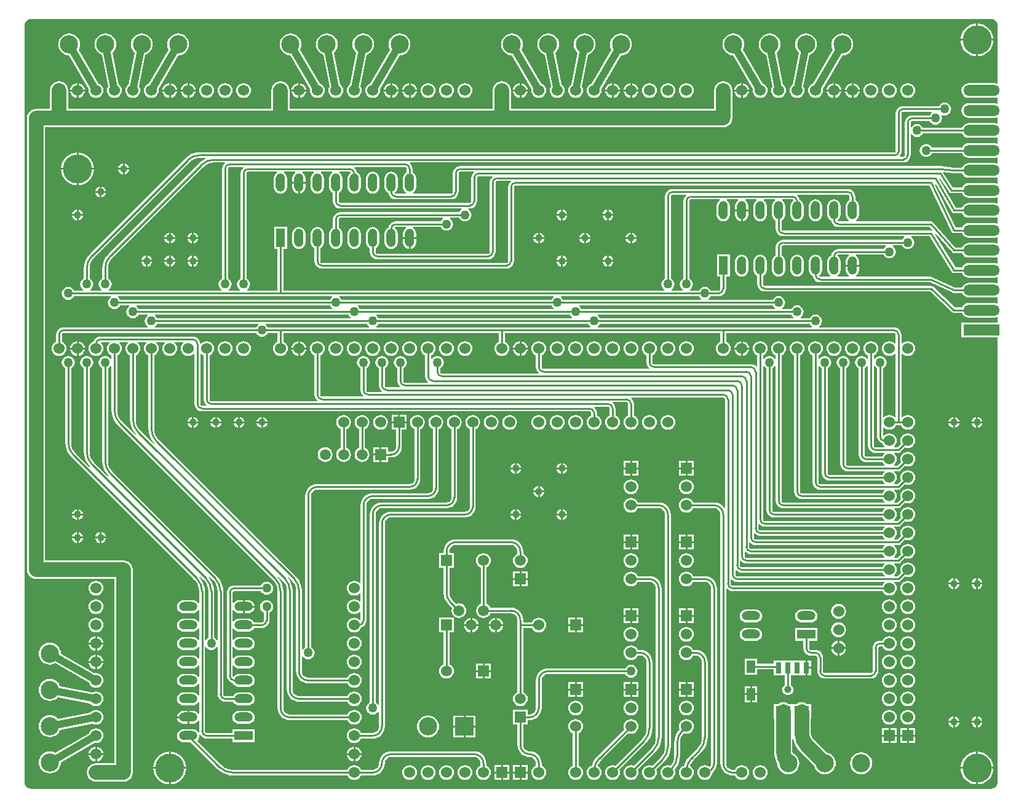
<source format=gtl>
G04*
G04 #@! TF.GenerationSoftware,Altium Limited,Altium Designer,21.1.1 (26)*
G04*
G04 Layer_Physical_Order=1*
G04 Layer_Color=255*
%FSLAX25Y25*%
%MOIN*%
G70*
G04*
G04 #@! TF.SameCoordinates,6FC1F31B-F578-4013-A3C6-3E9410FEC2B9*
G04*
G04*
G04 #@! TF.FilePolarity,Positive*
G04*
G01*
G75*
%ADD11C,0.01000*%
%ADD14O,0.19685X0.05906*%
%ADD15R,0.19685X0.05906*%
%ADD16R,0.04921X0.06693*%
%ADD17R,0.03150X0.05906*%
%ADD18C,0.07874*%
%ADD38C,0.03937*%
%ADD39C,0.05906*%
%ADD40R,0.05906X0.05906*%
%ADD41C,0.09843*%
%ADD42C,0.06000*%
%ADD43R,0.06000X0.06000*%
%ADD44C,0.15748*%
%ADD45R,0.09843X0.09843*%
%ADD46R,0.06000X0.06000*%
%ADD47O,0.05000X0.10000*%
%ADD48R,0.05000X0.10000*%
%ADD49O,0.10000X0.05000*%
%ADD50R,0.10000X0.05000*%
%ADD51R,0.05906X0.05906*%
%ADD52C,0.03937*%
%ADD53C,0.05000*%
G36*
X745980Y768656D02*
X746893Y768278D01*
X747677Y767677D01*
X748278Y766893D01*
X748657Y765980D01*
X748783Y765018D01*
X748780Y765000D01*
Y760000D01*
Y733946D01*
X748364Y733668D01*
X747922Y733851D01*
X746890Y733987D01*
X733110D01*
X732078Y733851D01*
X731117Y733453D01*
X730291Y732819D01*
X729658Y731993D01*
X729259Y731032D01*
X729123Y730000D01*
X729259Y728968D01*
X729658Y728007D01*
X730291Y727181D01*
X731117Y726547D01*
X732078Y726149D01*
X733110Y726013D01*
X746890D01*
X747922Y726149D01*
X748364Y726332D01*
X748780Y726054D01*
Y723119D01*
X748364Y722841D01*
X747922Y723024D01*
X746890Y723160D01*
X733110D01*
X732078Y723024D01*
X731117Y722626D01*
X730291Y721992D01*
X729658Y721167D01*
X729259Y720205D01*
X729123Y719173D01*
X729259Y718141D01*
X729658Y717180D01*
X730291Y716354D01*
X731117Y715721D01*
X732078Y715322D01*
X733110Y715186D01*
X746890D01*
X747922Y715322D01*
X748364Y715505D01*
X748780Y715228D01*
Y712292D01*
X748364Y712014D01*
X747922Y712197D01*
X746890Y712333D01*
X733110D01*
X732078Y712197D01*
X731117Y711799D01*
X730291Y711166D01*
X729658Y710340D01*
X729465Y709876D01*
X708155D01*
X708057Y710112D01*
X707496Y710843D01*
X706765Y711404D01*
X705914Y711756D01*
X705000Y711877D01*
X704086Y711756D01*
X703235Y711404D01*
X702504Y710843D01*
X702029Y710224D01*
X701529Y710354D01*
Y712500D01*
X701531D01*
X701605Y712871D01*
X701815Y713185D01*
X702129Y713395D01*
X702500Y713469D01*
Y713471D01*
X711845D01*
X711943Y713235D01*
X712504Y712504D01*
X713235Y711943D01*
X714086Y711590D01*
X715000Y711470D01*
X715914Y711590D01*
X716765Y711943D01*
X717496Y712504D01*
X718057Y713235D01*
X718410Y714086D01*
X718530Y715000D01*
X718410Y715914D01*
X718202Y716415D01*
X718585Y716798D01*
X719086Y716590D01*
X720000Y716470D01*
X720914Y716590D01*
X721765Y716943D01*
X722496Y717504D01*
X723057Y718235D01*
X723410Y719086D01*
X723530Y720000D01*
X723410Y720914D01*
X723057Y721765D01*
X722496Y722496D01*
X721765Y723057D01*
X720914Y723410D01*
X720000Y723530D01*
X719086Y723410D01*
X718235Y723057D01*
X717504Y722496D01*
X716943Y721765D01*
X716845Y721529D01*
X697500D01*
Y721534D01*
X696456Y721397D01*
X695483Y720994D01*
X694647Y720353D01*
X694006Y719517D01*
X693603Y718544D01*
X693466Y717500D01*
X693471D01*
Y696642D01*
X693458D01*
X693428Y696572D01*
X693358Y696542D01*
Y696529D01*
X316642D01*
Y696536D01*
X314838Y696393D01*
X313077Y695971D01*
X311405Y695278D01*
X309862Y694333D01*
X308485Y693157D01*
X308490Y693153D01*
X308490Y693153D01*
X256848Y641510D01*
X256843Y641515D01*
X255667Y640138D01*
X254722Y638595D01*
X254029Y636923D01*
X253607Y635162D01*
X253464Y633358D01*
X253471D01*
Y628155D01*
X253235Y628057D01*
X252504Y627496D01*
X251943Y626765D01*
X251590Y625914D01*
X251470Y625000D01*
X251590Y624086D01*
X251943Y623235D01*
X252504Y622504D01*
X253122Y622029D01*
X252993Y621529D01*
X248155D01*
X248057Y621765D01*
X247496Y622496D01*
X246765Y623057D01*
X245914Y623410D01*
X245000Y623530D01*
X244086Y623410D01*
X243235Y623057D01*
X242504Y622496D01*
X241943Y621765D01*
X241590Y620914D01*
X241470Y620000D01*
X241590Y619086D01*
X241943Y618235D01*
X242504Y617504D01*
X243235Y616943D01*
X244086Y616590D01*
X245000Y616470D01*
X245914Y616590D01*
X246765Y616943D01*
X247496Y617504D01*
X248057Y618235D01*
X248155Y618471D01*
X267993D01*
X268122Y617971D01*
X267504Y617496D01*
X266943Y616765D01*
X266590Y615914D01*
X266470Y615000D01*
X266590Y614086D01*
X266943Y613235D01*
X267504Y612504D01*
X268235Y611943D01*
X269086Y611590D01*
X270000Y611470D01*
X270914Y611590D01*
X271765Y611943D01*
X272496Y612504D01*
X273057Y613235D01*
X273155Y613471D01*
X277993D01*
X278122Y612971D01*
X277504Y612496D01*
X276943Y611765D01*
X276590Y610914D01*
X276470Y610000D01*
X276590Y609086D01*
X276943Y608235D01*
X277504Y607504D01*
X278235Y606943D01*
X279086Y606590D01*
X280000Y606470D01*
X280914Y606590D01*
X281765Y606943D01*
X282496Y607504D01*
X283057Y608235D01*
X283155Y608471D01*
X287993D01*
X288122Y607971D01*
X287504Y607496D01*
X286943Y606765D01*
X286590Y605914D01*
X286470Y605000D01*
X286590Y604086D01*
X286943Y603235D01*
X287504Y602504D01*
X288122Y602029D01*
X287993Y601529D01*
X242500D01*
Y601535D01*
X241456Y601397D01*
X240483Y600994D01*
X239647Y600353D01*
X239006Y599517D01*
X238603Y598544D01*
X238465Y597500D01*
X238471D01*
Y593696D01*
X237983Y593494D01*
X237147Y592853D01*
X236506Y592017D01*
X236103Y591044D01*
X235965Y590000D01*
X236103Y588956D01*
X236506Y587983D01*
X237147Y587147D01*
X237983Y586506D01*
X238956Y586103D01*
X240000Y585965D01*
X241044Y586103D01*
X242017Y586506D01*
X242853Y587147D01*
X243494Y587983D01*
X243897Y588956D01*
X244035Y590000D01*
X243897Y591044D01*
X243494Y592017D01*
X242853Y592853D01*
X242017Y593494D01*
X241529Y593696D01*
Y597500D01*
X241531D01*
X241605Y597871D01*
X241815Y598185D01*
X242129Y598395D01*
X242500Y598469D01*
Y598471D01*
X346845D01*
X346943Y598235D01*
X347504Y597504D01*
X348235Y596943D01*
X349086Y596590D01*
X350000Y596470D01*
X350914Y596590D01*
X351765Y596943D01*
X352496Y597504D01*
X353057Y598235D01*
X353155Y598471D01*
X358471D01*
Y593696D01*
X357983Y593494D01*
X357147Y592853D01*
X356506Y592017D01*
X356103Y591044D01*
X355965Y590000D01*
X356103Y588956D01*
X356506Y587983D01*
X357147Y587147D01*
X357983Y586506D01*
X358956Y586103D01*
X360000Y585965D01*
X361044Y586103D01*
X362017Y586506D01*
X362853Y587147D01*
X363494Y587983D01*
X363897Y588956D01*
X364035Y590000D01*
X363897Y591044D01*
X363494Y592017D01*
X362853Y592853D01*
X362017Y593494D01*
X361529Y593696D01*
Y598471D01*
X478471D01*
Y593696D01*
X477983Y593494D01*
X477147Y592853D01*
X476506Y592017D01*
X476103Y591044D01*
X475965Y590000D01*
X476103Y588956D01*
X476506Y587983D01*
X477147Y587147D01*
X477983Y586506D01*
X478956Y586103D01*
X480000Y585965D01*
X481044Y586103D01*
X482017Y586506D01*
X482853Y587147D01*
X483494Y587983D01*
X483897Y588956D01*
X484034Y590000D01*
X483897Y591044D01*
X483494Y592017D01*
X482853Y592853D01*
X482017Y593494D01*
X481529Y593696D01*
Y598471D01*
X598471D01*
Y593696D01*
X597983Y593494D01*
X597147Y592853D01*
X596506Y592017D01*
X596103Y591044D01*
X595965Y590000D01*
X596103Y588956D01*
X596506Y587983D01*
X597147Y587147D01*
X597983Y586506D01*
X598956Y586103D01*
X600000Y585965D01*
X601044Y586103D01*
X602017Y586506D01*
X602853Y587147D01*
X603494Y587983D01*
X603897Y588956D01*
X604035Y590000D01*
X603897Y591044D01*
X603494Y592017D01*
X602853Y592853D01*
X602017Y593494D01*
X601529Y593696D01*
Y598471D01*
X692500D01*
Y598469D01*
X692871Y598395D01*
X693185Y598185D01*
X693395Y597871D01*
X693469Y597500D01*
X693471D01*
Y592826D01*
X692997Y592665D01*
X692853Y592853D01*
X692017Y593494D01*
X691044Y593897D01*
X690000Y594034D01*
X688956Y593897D01*
X687983Y593494D01*
X687147Y592853D01*
X686506Y592017D01*
X686103Y591044D01*
X685965Y590000D01*
X686103Y588956D01*
X686506Y587983D01*
X687147Y587147D01*
X687983Y586506D01*
X688956Y586103D01*
X690000Y585965D01*
X691044Y586103D01*
X692017Y586506D01*
X692853Y587147D01*
X692997Y587335D01*
X693471Y587175D01*
Y552825D01*
X692997Y552665D01*
X692853Y552853D01*
X692017Y553494D01*
X691044Y553897D01*
X690000Y554035D01*
X688956Y553897D01*
X687983Y553494D01*
X687147Y552853D01*
X687003Y552665D01*
X686529Y552825D01*
Y579345D01*
X686765Y579443D01*
X687496Y580004D01*
X688057Y580735D01*
X688410Y581586D01*
X688530Y582500D01*
X688410Y583414D01*
X688057Y584265D01*
X687496Y584996D01*
X686765Y585557D01*
X685914Y585910D01*
X685000Y586030D01*
X684086Y585910D01*
X683235Y585557D01*
X682504Y584996D01*
X682029Y584378D01*
X681529Y584507D01*
Y586304D01*
X682017Y586506D01*
X682853Y587147D01*
X683494Y587983D01*
X683897Y588956D01*
X684034Y590000D01*
X683897Y591044D01*
X683494Y592017D01*
X682853Y592853D01*
X682017Y593494D01*
X681044Y593897D01*
X680000Y594034D01*
X678956Y593897D01*
X677983Y593494D01*
X677147Y592853D01*
X676506Y592017D01*
X676103Y591044D01*
X675965Y590000D01*
X676103Y588956D01*
X676506Y587983D01*
X677147Y587147D01*
X677983Y586506D01*
X678471Y586304D01*
Y584507D01*
X677971Y584378D01*
X677496Y584996D01*
X676765Y585557D01*
X675914Y585910D01*
X675000Y586030D01*
X674086Y585910D01*
X673235Y585557D01*
X672504Y584996D01*
X671943Y584265D01*
X671590Y583414D01*
X671470Y582500D01*
X671590Y581586D01*
X671943Y580735D01*
X672504Y580004D01*
X673235Y579443D01*
X673471Y579345D01*
Y532500D01*
X673465D01*
X673603Y531456D01*
X674006Y530483D01*
X674647Y529647D01*
X675483Y529006D01*
X676456Y528603D01*
X677500Y528466D01*
Y528471D01*
X686304D01*
X686506Y527983D01*
X687147Y527147D01*
X687335Y527003D01*
X687175Y526529D01*
X667500D01*
Y526531D01*
X667129Y526605D01*
X666815Y526815D01*
X666605Y527129D01*
X666531Y527500D01*
X666529D01*
Y579345D01*
X666765Y579443D01*
X667496Y580004D01*
X668057Y580735D01*
X668410Y581586D01*
X668530Y582500D01*
X668410Y583414D01*
X668057Y584265D01*
X667496Y584996D01*
X666765Y585557D01*
X665914Y585910D01*
X665000Y586030D01*
X664086Y585910D01*
X663235Y585557D01*
X662504Y584996D01*
X661943Y584265D01*
X661590Y583414D01*
X661470Y582500D01*
X661590Y581586D01*
X661943Y580735D01*
X662504Y580004D01*
X663235Y579443D01*
X663471Y579345D01*
Y527500D01*
X663465D01*
X663603Y526456D01*
X664006Y525483D01*
X664647Y524647D01*
X665483Y524006D01*
X666456Y523603D01*
X667500Y523465D01*
Y523471D01*
X687175D01*
X687335Y522997D01*
X687147Y522853D01*
X686506Y522017D01*
X686304Y521529D01*
X657500D01*
Y521531D01*
X657129Y521605D01*
X656815Y521815D01*
X656605Y522129D01*
X656531Y522500D01*
X656529D01*
Y579345D01*
X656765Y579443D01*
X657496Y580004D01*
X658057Y580735D01*
X658410Y581586D01*
X658530Y582500D01*
X658410Y583414D01*
X658057Y584265D01*
X657496Y584996D01*
X656765Y585557D01*
X655914Y585910D01*
X655000Y586030D01*
X654086Y585910D01*
X653235Y585557D01*
X652504Y584996D01*
X652029Y584378D01*
X651529Y584507D01*
Y586304D01*
X652017Y586506D01*
X652853Y587147D01*
X653494Y587983D01*
X653897Y588956D01*
X654035Y590000D01*
X653897Y591044D01*
X653494Y592017D01*
X652853Y592853D01*
X652017Y593494D01*
X651044Y593897D01*
X650000Y594034D01*
X648956Y593897D01*
X647983Y593494D01*
X647147Y592853D01*
X646506Y592017D01*
X646103Y591044D01*
X645965Y590000D01*
X646103Y588956D01*
X646506Y587983D01*
X647147Y587147D01*
X647983Y586506D01*
X648471Y586304D01*
Y517500D01*
X648465D01*
X648603Y516456D01*
X649006Y515483D01*
X649647Y514647D01*
X650483Y514006D01*
X651456Y513603D01*
X652500Y513465D01*
Y513471D01*
X687175D01*
X687335Y512997D01*
X687147Y512853D01*
X686506Y512017D01*
X686304Y511529D01*
X642500D01*
Y511531D01*
X642129Y511605D01*
X641815Y511815D01*
X641605Y512129D01*
X641531Y512500D01*
X641529D01*
Y586304D01*
X642017Y586506D01*
X642853Y587147D01*
X643494Y587983D01*
X643897Y588956D01*
X644034Y590000D01*
X643897Y591044D01*
X643494Y592017D01*
X642853Y592853D01*
X642017Y593494D01*
X641044Y593897D01*
X640000Y594034D01*
X638956Y593897D01*
X637983Y593494D01*
X637147Y592853D01*
X636506Y592017D01*
X636103Y591044D01*
X635965Y590000D01*
X636103Y588956D01*
X636506Y587983D01*
X637147Y587147D01*
X637983Y586506D01*
X638471Y586304D01*
Y512500D01*
X638465D01*
X638603Y511456D01*
X639006Y510483D01*
X639647Y509647D01*
X640483Y509006D01*
X641456Y508603D01*
X642500Y508465D01*
Y508471D01*
X686304D01*
X686506Y507983D01*
X687147Y507147D01*
X687335Y507003D01*
X687175Y506529D01*
X632500D01*
Y506531D01*
X632129Y506605D01*
X631815Y506815D01*
X631605Y507129D01*
X631531Y507500D01*
X631529D01*
Y586304D01*
X632017Y586506D01*
X632853Y587147D01*
X633494Y587983D01*
X633897Y588956D01*
X634034Y590000D01*
X633897Y591044D01*
X633494Y592017D01*
X632853Y592853D01*
X632017Y593494D01*
X631044Y593897D01*
X630000Y594034D01*
X628956Y593897D01*
X627983Y593494D01*
X627147Y592853D01*
X626506Y592017D01*
X626103Y591044D01*
X625965Y590000D01*
X626103Y588956D01*
X626506Y587983D01*
X627147Y587147D01*
X627983Y586506D01*
X628471Y586304D01*
Y584507D01*
X627971Y584378D01*
X627496Y584996D01*
X626765Y585557D01*
X625914Y585910D01*
X625000Y586030D01*
X624086Y585910D01*
X623235Y585557D01*
X622504Y584996D01*
X622029Y584378D01*
X621529Y584507D01*
Y586304D01*
X622017Y586506D01*
X622853Y587147D01*
X623494Y587983D01*
X623897Y588956D01*
X624035Y590000D01*
X623897Y591044D01*
X623494Y592017D01*
X622853Y592853D01*
X622017Y593494D01*
X621044Y593897D01*
X620000Y594034D01*
X618956Y593897D01*
X617983Y593494D01*
X617147Y592853D01*
X616506Y592017D01*
X616103Y591044D01*
X615966Y590000D01*
X616103Y588956D01*
X616506Y587983D01*
X617147Y587147D01*
X617983Y586506D01*
X618471Y586304D01*
Y580326D01*
X617997Y580165D01*
X617853Y580353D01*
X617017Y580994D01*
X616044Y581397D01*
X615000Y581534D01*
Y581529D01*
X562500D01*
Y581531D01*
X562129Y581605D01*
X561815Y581815D01*
X561605Y582129D01*
X561531Y582500D01*
X561529D01*
Y586304D01*
X562017Y586506D01*
X562853Y587147D01*
X563494Y587983D01*
X563897Y588956D01*
X564035Y590000D01*
X563897Y591044D01*
X563494Y592017D01*
X562853Y592853D01*
X562017Y593494D01*
X561044Y593897D01*
X560000Y594034D01*
X558956Y593897D01*
X557983Y593494D01*
X557147Y592853D01*
X556506Y592017D01*
X556103Y591044D01*
X555966Y590000D01*
X556103Y588956D01*
X556506Y587983D01*
X557147Y587147D01*
X557983Y586506D01*
X558471Y586304D01*
Y582500D01*
X558465D01*
X558603Y581456D01*
X559006Y580483D01*
X559647Y579647D01*
X559835Y579503D01*
X559675Y579029D01*
X502500D01*
Y579031D01*
X502129Y579105D01*
X501815Y579315D01*
X501605Y579629D01*
X501531Y580000D01*
X501529D01*
Y586304D01*
X502017Y586506D01*
X502853Y587147D01*
X503494Y587983D01*
X503897Y588956D01*
X504035Y590000D01*
X503897Y591044D01*
X503494Y592017D01*
X502853Y592853D01*
X502017Y593494D01*
X501044Y593897D01*
X500000Y594034D01*
X498956Y593897D01*
X497983Y593494D01*
X497147Y592853D01*
X496506Y592017D01*
X496103Y591044D01*
X495965Y590000D01*
X496103Y588956D01*
X496506Y587983D01*
X497147Y587147D01*
X497983Y586506D01*
X498471Y586304D01*
Y580000D01*
X498465D01*
X498603Y578956D01*
X499006Y577983D01*
X499647Y577147D01*
X499835Y577003D01*
X499675Y576529D01*
X447500D01*
Y576531D01*
X447129Y576605D01*
X446815Y576815D01*
X446605Y577129D01*
X446531Y577500D01*
X446529D01*
Y579345D01*
X446765Y579443D01*
X447496Y580004D01*
X448057Y580735D01*
X448410Y581586D01*
X448530Y582500D01*
X448410Y583414D01*
X448057Y584265D01*
X447496Y584996D01*
X446765Y585557D01*
X445914Y585910D01*
X445000Y586030D01*
X444086Y585910D01*
X443235Y585557D01*
X442504Y584996D01*
X442029Y584378D01*
X441529Y584507D01*
Y586304D01*
X442017Y586506D01*
X442853Y587147D01*
X443494Y587983D01*
X443897Y588956D01*
X444034Y590000D01*
X443897Y591044D01*
X443494Y592017D01*
X442853Y592853D01*
X442017Y593494D01*
X441044Y593897D01*
X440000Y594034D01*
X438956Y593897D01*
X437983Y593494D01*
X437147Y592853D01*
X436506Y592017D01*
X436103Y591044D01*
X435965Y590000D01*
X436103Y588956D01*
X436506Y587983D01*
X437147Y587147D01*
X437983Y586506D01*
X438471Y586304D01*
Y575000D01*
X438465D01*
X438603Y573956D01*
X439006Y572983D01*
X439647Y572147D01*
X439835Y572003D01*
X439675Y571529D01*
X427500D01*
Y571531D01*
X427129Y571605D01*
X426815Y571815D01*
X426605Y572129D01*
X426531Y572500D01*
X426529D01*
Y579345D01*
X426765Y579443D01*
X427496Y580004D01*
X428057Y580735D01*
X428410Y581586D01*
X428530Y582500D01*
X428410Y583414D01*
X428057Y584265D01*
X427496Y584996D01*
X426765Y585557D01*
X425914Y585910D01*
X425000Y586030D01*
X424086Y585910D01*
X423235Y585557D01*
X422504Y584996D01*
X421943Y584265D01*
X421590Y583414D01*
X421470Y582500D01*
X421590Y581586D01*
X421943Y580735D01*
X422504Y580004D01*
X423235Y579443D01*
X423471Y579345D01*
Y572500D01*
X423465D01*
X423603Y571456D01*
X424006Y570483D01*
X424647Y569647D01*
X424835Y569503D01*
X424675Y569029D01*
X417500D01*
Y569031D01*
X417129Y569105D01*
X416815Y569315D01*
X416605Y569629D01*
X416531Y570000D01*
X416529D01*
Y579345D01*
X416765Y579443D01*
X417496Y580004D01*
X418057Y580735D01*
X418410Y581586D01*
X418530Y582500D01*
X418410Y583414D01*
X418057Y584265D01*
X417496Y584996D01*
X416765Y585557D01*
X415914Y585910D01*
X415000Y586030D01*
X414086Y585910D01*
X413235Y585557D01*
X412504Y584996D01*
X411943Y584265D01*
X411590Y583414D01*
X411470Y582500D01*
X411590Y581586D01*
X411943Y580735D01*
X412504Y580004D01*
X413235Y579443D01*
X413471Y579345D01*
Y570000D01*
X413465D01*
X413603Y568956D01*
X414006Y567983D01*
X414647Y567147D01*
X414835Y567003D01*
X414675Y566529D01*
X407500D01*
Y566531D01*
X407129Y566605D01*
X406815Y566815D01*
X406605Y567129D01*
X406531Y567500D01*
X406529D01*
Y579345D01*
X406765Y579443D01*
X407496Y580004D01*
X408057Y580735D01*
X408410Y581586D01*
X408530Y582500D01*
X408410Y583414D01*
X408057Y584265D01*
X407496Y584996D01*
X406765Y585557D01*
X405914Y585910D01*
X405000Y586030D01*
X404086Y585910D01*
X403235Y585557D01*
X402504Y584996D01*
X401943Y584265D01*
X401590Y583414D01*
X401470Y582500D01*
X401590Y581586D01*
X401943Y580735D01*
X402504Y580004D01*
X403235Y579443D01*
X403471Y579345D01*
Y567500D01*
X403466D01*
X403603Y566456D01*
X404006Y565483D01*
X404647Y564647D01*
X404835Y564503D01*
X404674Y564029D01*
X382500D01*
Y564031D01*
X382129Y564105D01*
X381815Y564315D01*
X381605Y564629D01*
X381531Y565000D01*
X381529D01*
Y586304D01*
X382017Y586506D01*
X382853Y587147D01*
X383494Y587983D01*
X383897Y588956D01*
X384034Y590000D01*
X383897Y591044D01*
X383494Y592017D01*
X382853Y592853D01*
X382017Y593494D01*
X381044Y593897D01*
X380000Y594034D01*
X378956Y593897D01*
X377983Y593494D01*
X377147Y592853D01*
X376506Y592017D01*
X376103Y591044D01*
X375965Y590000D01*
X376103Y588956D01*
X376506Y587983D01*
X377147Y587147D01*
X377983Y586506D01*
X378471Y586304D01*
Y565000D01*
X378466D01*
X378603Y563956D01*
X379006Y562983D01*
X379647Y562147D01*
X379835Y562003D01*
X379675Y561529D01*
X322500D01*
Y561531D01*
X322129Y561605D01*
X321815Y561815D01*
X321605Y562129D01*
X321531Y562500D01*
X321529D01*
Y586304D01*
X322017Y586506D01*
X322853Y587147D01*
X323494Y587983D01*
X323897Y588956D01*
X324035Y590000D01*
X323897Y591044D01*
X323494Y592017D01*
X322853Y592853D01*
X322017Y593494D01*
X321044Y593897D01*
X320000Y594034D01*
X318956Y593897D01*
X317983Y593494D01*
X317147Y592853D01*
X317015Y592681D01*
X316492Y592821D01*
X316397Y593544D01*
X315994Y594517D01*
X315353Y595353D01*
X314517Y595994D01*
X313544Y596397D01*
X312500Y596534D01*
Y596529D01*
X262500D01*
Y596534D01*
X261456Y596397D01*
X260483Y595994D01*
X259647Y595353D01*
X259006Y594517D01*
X258706Y593794D01*
X257983Y593494D01*
X257147Y592853D01*
X256506Y592017D01*
X256103Y591044D01*
X255965Y590000D01*
X256103Y588956D01*
X256506Y587983D01*
X257147Y587147D01*
X257983Y586506D01*
X258956Y586103D01*
X260000Y585965D01*
X261044Y586103D01*
X262017Y586506D01*
X262853Y587147D01*
X263494Y587983D01*
X263897Y588956D01*
X264035Y590000D01*
X263897Y591044D01*
X263494Y592017D01*
X262853Y592853D01*
X262699Y592971D01*
X262869Y593471D01*
X267175D01*
X267335Y592997D01*
X267147Y592853D01*
X266506Y592017D01*
X266103Y591044D01*
X265966Y590000D01*
X266103Y588956D01*
X266506Y587983D01*
X267147Y587147D01*
X267983Y586506D01*
X268471Y586304D01*
Y584507D01*
X267971Y584378D01*
X267496Y584996D01*
X266765Y585557D01*
X265914Y585910D01*
X265000Y586030D01*
X264086Y585910D01*
X263235Y585557D01*
X262504Y584996D01*
X261943Y584265D01*
X261590Y583414D01*
X261470Y582500D01*
X261590Y581586D01*
X261943Y580735D01*
X262504Y580004D01*
X263235Y579443D01*
X263471Y579345D01*
Y529142D01*
X263464D01*
X263607Y527338D01*
X264029Y525577D01*
X264722Y523905D01*
X265668Y522362D01*
X266600Y521270D01*
X266232Y520931D01*
X259010Y528153D01*
X258953Y528191D01*
X257940Y529425D01*
X257155Y530893D01*
X256672Y532486D01*
X256516Y534074D01*
X256529Y534142D01*
Y579345D01*
X256765Y579443D01*
X257496Y580004D01*
X258057Y580735D01*
X258410Y581586D01*
X258530Y582500D01*
X258410Y583414D01*
X258057Y584265D01*
X257496Y584996D01*
X256765Y585557D01*
X255914Y585910D01*
X255000Y586030D01*
X254086Y585910D01*
X253235Y585557D01*
X252504Y584996D01*
X251943Y584265D01*
X251590Y583414D01*
X251470Y582500D01*
X251590Y581586D01*
X251943Y580735D01*
X252504Y580004D01*
X253235Y579443D01*
X253471Y579345D01*
Y534142D01*
X253464D01*
X253607Y532338D01*
X254029Y530578D01*
X254722Y528905D01*
X255667Y527362D01*
X256600Y526270D01*
X256232Y525931D01*
X249010Y533152D01*
X248953Y533191D01*
X247940Y534425D01*
X247155Y535893D01*
X246672Y537486D01*
X246516Y539074D01*
X246529Y539142D01*
Y579345D01*
X246765Y579443D01*
X247496Y580004D01*
X248057Y580735D01*
X248410Y581586D01*
X248530Y582500D01*
X248410Y583414D01*
X248057Y584265D01*
X247496Y584996D01*
X246765Y585557D01*
X245914Y585910D01*
X245000Y586030D01*
X244086Y585910D01*
X243235Y585557D01*
X242504Y584996D01*
X241943Y584265D01*
X241590Y583414D01*
X241470Y582500D01*
X241590Y581586D01*
X241943Y580735D01*
X242504Y580004D01*
X243235Y579443D01*
X243471Y579345D01*
Y539142D01*
X243464D01*
X243606Y537338D01*
X244029Y535577D01*
X244722Y533905D01*
X245668Y532362D01*
X246843Y530985D01*
X246848Y530990D01*
X313490Y464348D01*
X313547Y464309D01*
X314560Y463075D01*
X315345Y461607D01*
X315828Y460014D01*
X315984Y458426D01*
X315971Y458358D01*
Y452007D01*
X315471Y451878D01*
X314996Y452496D01*
X314265Y453057D01*
X313414Y453410D01*
X312500Y453530D01*
X307500D01*
X306586Y453410D01*
X305735Y453057D01*
X305004Y452496D01*
X304443Y451765D01*
X304090Y450914D01*
X303970Y450000D01*
X304090Y449086D01*
X304443Y448235D01*
X305004Y447504D01*
X305735Y446943D01*
X306586Y446590D01*
X307500Y446470D01*
X312500D01*
X313414Y446590D01*
X314265Y446943D01*
X314996Y447504D01*
X315471Y448122D01*
X315971Y447993D01*
Y442007D01*
X315471Y441878D01*
X314996Y442496D01*
X314265Y443057D01*
X313414Y443410D01*
X312500Y443530D01*
X307500D01*
X306586Y443410D01*
X305735Y443057D01*
X305004Y442496D01*
X304443Y441765D01*
X304090Y440914D01*
X303970Y440000D01*
X304090Y439086D01*
X304443Y438235D01*
X305004Y437504D01*
X305735Y436943D01*
X306586Y436590D01*
X307500Y436470D01*
X312500D01*
X313414Y436590D01*
X314265Y436943D01*
X314996Y437504D01*
X315471Y438122D01*
X315971Y437993D01*
Y432007D01*
X315471Y431878D01*
X314996Y432496D01*
X314265Y433057D01*
X313414Y433410D01*
X312500Y433530D01*
X307500D01*
X306586Y433410D01*
X305735Y433057D01*
X305004Y432496D01*
X304443Y431765D01*
X304090Y430914D01*
X303970Y430000D01*
X304090Y429086D01*
X304443Y428235D01*
X305004Y427504D01*
X305735Y426943D01*
X306586Y426590D01*
X307500Y426470D01*
X312500D01*
X313414Y426590D01*
X314265Y426943D01*
X314996Y427504D01*
X315471Y428122D01*
X315971Y427993D01*
Y422007D01*
X315471Y421878D01*
X314996Y422496D01*
X314265Y423057D01*
X313414Y423410D01*
X312500Y423530D01*
X307500D01*
X306586Y423410D01*
X305735Y423057D01*
X305004Y422496D01*
X304443Y421765D01*
X304090Y420914D01*
X303970Y420000D01*
X304090Y419086D01*
X304443Y418235D01*
X305004Y417504D01*
X305735Y416943D01*
X306586Y416590D01*
X307500Y416470D01*
X312500D01*
X313414Y416590D01*
X314265Y416943D01*
X314996Y417504D01*
X315471Y418122D01*
X315971Y417993D01*
Y412007D01*
X315471Y411878D01*
X314996Y412496D01*
X314265Y413057D01*
X313414Y413410D01*
X312500Y413530D01*
X307500D01*
X306586Y413410D01*
X305735Y413057D01*
X305004Y412496D01*
X304443Y411765D01*
X304090Y410914D01*
X303970Y410000D01*
X304090Y409086D01*
X304443Y408235D01*
X305004Y407504D01*
X305735Y406943D01*
X306586Y406590D01*
X307500Y406470D01*
X312500D01*
X313414Y406590D01*
X314265Y406943D01*
X314996Y407504D01*
X315471Y408122D01*
X315971Y407993D01*
Y402007D01*
X315471Y401878D01*
X314996Y402496D01*
X314265Y403057D01*
X313414Y403410D01*
X312500Y403530D01*
X307500D01*
X306586Y403410D01*
X305735Y403057D01*
X305004Y402496D01*
X304443Y401765D01*
X304090Y400914D01*
X303970Y400000D01*
X304090Y399086D01*
X304443Y398235D01*
X305004Y397504D01*
X305735Y396943D01*
X306586Y396590D01*
X307500Y396470D01*
X312500D01*
X313414Y396590D01*
X314265Y396943D01*
X314996Y397504D01*
X315471Y398122D01*
X315971Y397993D01*
Y392007D01*
X315471Y391878D01*
X314996Y392496D01*
X314265Y393057D01*
X313414Y393410D01*
X312500Y393530D01*
X310500D01*
Y390000D01*
Y386470D01*
X312500D01*
X313414Y386590D01*
X314265Y386943D01*
X314996Y387504D01*
X315471Y388122D01*
X315971Y387993D01*
Y382500D01*
X315966D01*
X316045Y381893D01*
X315558Y381763D01*
X315557Y381765D01*
X314996Y382496D01*
X314265Y383057D01*
X313414Y383410D01*
X312500Y383530D01*
X307500D01*
X306586Y383410D01*
X305735Y383057D01*
X305004Y382496D01*
X304443Y381765D01*
X304090Y380914D01*
X303970Y380000D01*
X304090Y379086D01*
X304443Y378235D01*
X305004Y377504D01*
X305735Y376943D01*
X306586Y376590D01*
X307500Y376470D01*
X311367D01*
X325990Y361847D01*
X325985Y361843D01*
X327362Y360667D01*
X328905Y359722D01*
X330577Y359029D01*
X332338Y358607D01*
X334142Y358464D01*
Y358471D01*
X396304D01*
X396506Y357983D01*
X397147Y357147D01*
X397983Y356506D01*
X398956Y356103D01*
X400000Y355965D01*
X401044Y356103D01*
X402017Y356506D01*
X402853Y357147D01*
X403494Y357983D01*
X403696Y358471D01*
X410000D01*
Y358469D01*
X411274Y358594D01*
X412500Y358966D01*
X413629Y359569D01*
X414618Y360382D01*
X415431Y361371D01*
X416034Y362501D01*
X416406Y363726D01*
X416532Y365000D01*
X416532D01*
X416583Y365479D01*
X416639Y365901D01*
X416986Y366740D01*
X417539Y367461D01*
X418260Y368014D01*
X419099Y368361D01*
X419972Y368476D01*
X420000Y368471D01*
X465000D01*
X465028Y368476D01*
X465901Y368361D01*
X466740Y368014D01*
X467461Y367461D01*
X468014Y366740D01*
X468361Y365901D01*
X468476Y365028D01*
X468471Y365000D01*
Y363696D01*
X467983Y363494D01*
X467147Y362853D01*
X466506Y362017D01*
X466103Y361044D01*
X465966Y360000D01*
X466103Y358956D01*
X466506Y357983D01*
X467147Y357147D01*
X467983Y356506D01*
X468956Y356103D01*
X470000Y355965D01*
X471044Y356103D01*
X472017Y356506D01*
X472853Y357147D01*
X473494Y357983D01*
X473897Y358956D01*
X474035Y360000D01*
X473897Y361044D01*
X473494Y362017D01*
X472853Y362853D01*
X472017Y363494D01*
X471529Y363696D01*
Y365000D01*
X471531D01*
X471406Y366274D01*
X471034Y367499D01*
X470431Y368629D01*
X469618Y369618D01*
X468629Y370431D01*
X467499Y371034D01*
X466274Y371406D01*
X465000Y371531D01*
Y371529D01*
X420000D01*
Y371531D01*
X418726Y371406D01*
X417500Y371034D01*
X416371Y370431D01*
X415382Y369618D01*
X414569Y368629D01*
X413966Y367499D01*
X413594Y366274D01*
X413469Y365000D01*
X413469D01*
X413417Y364521D01*
X413361Y364099D01*
X413014Y363260D01*
X412461Y362539D01*
X411740Y361986D01*
X410901Y361639D01*
X410028Y361524D01*
X410000Y361529D01*
X403696D01*
X403494Y362017D01*
X402853Y362853D01*
X402017Y363494D01*
X401044Y363897D01*
X400000Y364035D01*
X398956Y363897D01*
X397983Y363494D01*
X397147Y362853D01*
X396506Y362017D01*
X396304Y361529D01*
X334142D01*
X334074Y361516D01*
X332486Y361672D01*
X330893Y362155D01*
X329425Y362940D01*
X328191Y363953D01*
X328152Y364010D01*
X314976Y377187D01*
X314996Y377504D01*
X315557Y378235D01*
X315910Y379086D01*
X316030Y380000D01*
X315967Y380476D01*
X316455Y380607D01*
X316506Y380483D01*
X317147Y379647D01*
X317983Y379006D01*
X318956Y378603D01*
X320000Y378466D01*
Y378471D01*
X334000D01*
Y376500D01*
X346000D01*
Y383500D01*
X334000D01*
Y381529D01*
X320000D01*
Y381531D01*
X319629Y381605D01*
X319315Y381815D01*
X319105Y382129D01*
X319031Y382500D01*
X319029D01*
Y427993D01*
X319529Y428122D01*
X320004Y427504D01*
X320735Y426943D01*
X321586Y426590D01*
X322500Y426470D01*
X323414Y426590D01*
X324265Y426943D01*
X324996Y427504D01*
X325471Y428122D01*
X325971Y427993D01*
Y402500D01*
X325965D01*
X326103Y401456D01*
X326506Y400483D01*
X327147Y399647D01*
X327983Y399006D01*
X328956Y398603D01*
X330000Y398465D01*
Y398471D01*
X334345D01*
X334443Y398235D01*
X335004Y397504D01*
X335735Y396943D01*
X336586Y396590D01*
X337500Y396470D01*
X342500D01*
X343414Y396590D01*
X344265Y396943D01*
X344996Y397504D01*
X345557Y398235D01*
X345910Y399086D01*
X346030Y400000D01*
X345910Y400914D01*
X345557Y401765D01*
X344996Y402496D01*
X344265Y403057D01*
X343414Y403410D01*
X342500Y403530D01*
X337500D01*
X336586Y403410D01*
X335735Y403057D01*
X335004Y402496D01*
X334443Y401765D01*
X334345Y401529D01*
X330000D01*
Y401531D01*
X329629Y401605D01*
X329315Y401815D01*
X329105Y402129D01*
X329031Y402500D01*
X329029D01*
Y458358D01*
X329036D01*
X328893Y460162D01*
X328471Y461923D01*
X327778Y463595D01*
X326833Y465138D01*
X325657Y466515D01*
X325653Y466510D01*
X269010Y523152D01*
X268953Y523191D01*
X267940Y524425D01*
X267155Y525893D01*
X266672Y527486D01*
X266516Y529074D01*
X266529Y529142D01*
Y579345D01*
X266765Y579443D01*
X267496Y580004D01*
X267971Y580622D01*
X268471Y580493D01*
Y556642D01*
X268464D01*
X268606Y554838D01*
X269029Y553078D01*
X269722Y551405D01*
X270668Y549862D01*
X271843Y548485D01*
X271848Y548490D01*
X355990Y464348D01*
X356047Y464309D01*
X357060Y463075D01*
X357845Y461607D01*
X358328Y460014D01*
X358484Y458426D01*
X358471Y458358D01*
Y395000D01*
X358469D01*
X358594Y393726D01*
X358966Y392500D01*
X359569Y391371D01*
X360382Y390382D01*
X361371Y389569D01*
X362501Y388966D01*
X363726Y388594D01*
X365000Y388469D01*
Y388471D01*
X396304D01*
X396506Y387983D01*
X397147Y387147D01*
X397983Y386506D01*
X398956Y386103D01*
X400000Y385965D01*
X401044Y386103D01*
X402017Y386506D01*
X402853Y387147D01*
X403494Y387983D01*
X403897Y388956D01*
X404035Y390000D01*
X403897Y391044D01*
X403494Y392017D01*
X402853Y392853D01*
X402017Y393494D01*
X401044Y393897D01*
X400000Y394035D01*
X398956Y393897D01*
X397983Y393494D01*
X397147Y392853D01*
X396506Y392017D01*
X396304Y391529D01*
X365000D01*
X364972Y391524D01*
X364099Y391639D01*
X363260Y391986D01*
X362539Y392539D01*
X361986Y393260D01*
X361639Y394099D01*
X361524Y394972D01*
X361529Y395000D01*
Y458358D01*
X361536D01*
X361393Y460162D01*
X360971Y461923D01*
X360278Y463595D01*
X359332Y465138D01*
X358400Y466230D01*
X358768Y466569D01*
X361419Y463919D01*
X361421Y463917D01*
X361422Y463915D01*
X361458Y463891D01*
X362301Y462864D01*
X362949Y461651D01*
X363349Y460334D01*
X363479Y459009D01*
X363471Y458964D01*
Y405000D01*
X363469D01*
X363594Y403726D01*
X363966Y402500D01*
X364569Y401371D01*
X365382Y400382D01*
X366371Y399569D01*
X367500Y398966D01*
X368726Y398594D01*
X370000Y398469D01*
Y398471D01*
X396304D01*
X396506Y397983D01*
X397147Y397147D01*
X397983Y396506D01*
X398956Y396103D01*
X400000Y395966D01*
X401044Y396103D01*
X402017Y396506D01*
X402853Y397147D01*
X403494Y397983D01*
X403897Y398956D01*
X404035Y400000D01*
X403897Y401044D01*
X403494Y402017D01*
X402853Y402853D01*
X402017Y403494D01*
X401044Y403897D01*
X400000Y404035D01*
X398956Y403897D01*
X397983Y403494D01*
X397147Y402853D01*
X396506Y402017D01*
X396304Y401529D01*
X370000D01*
X369972Y401524D01*
X369099Y401639D01*
X368260Y401986D01*
X367539Y402539D01*
X366986Y403260D01*
X366639Y404099D01*
X366524Y404972D01*
X366529Y405000D01*
Y458964D01*
X366549D01*
X366355Y460932D01*
X365781Y462823D01*
X364849Y464567D01*
X363870Y465761D01*
X364241Y466097D01*
X366419Y463918D01*
X366456Y463894D01*
X367301Y462864D01*
X367950Y461651D01*
X368349Y460334D01*
X368479Y459009D01*
X368471Y458964D01*
Y415000D01*
X368469D01*
X368594Y413726D01*
X368966Y412500D01*
X369569Y411371D01*
X370382Y410382D01*
X371371Y409569D01*
X372500Y408966D01*
X373726Y408594D01*
X375000Y408469D01*
Y408471D01*
X396304D01*
X396506Y407983D01*
X397147Y407147D01*
X397983Y406506D01*
X398956Y406103D01*
X400000Y405966D01*
X401044Y406103D01*
X402017Y406506D01*
X402853Y407147D01*
X403494Y407983D01*
X403897Y408956D01*
X404035Y410000D01*
X403897Y411044D01*
X403494Y412017D01*
X402853Y412853D01*
X402017Y413494D01*
X401044Y413897D01*
X400000Y414035D01*
X398956Y413897D01*
X397983Y413494D01*
X397147Y412853D01*
X396506Y412017D01*
X396304Y411529D01*
X375000D01*
X374972Y411524D01*
X374099Y411639D01*
X373260Y411986D01*
X372539Y412539D01*
X371986Y413260D01*
X371639Y414099D01*
X371524Y414972D01*
X371529Y415000D01*
Y422993D01*
X372029Y423122D01*
X372504Y422504D01*
X373235Y421943D01*
X374086Y421590D01*
X375000Y421470D01*
X375914Y421590D01*
X376765Y421943D01*
X377496Y422504D01*
X378057Y423235D01*
X378410Y424086D01*
X378530Y425000D01*
X378410Y425914D01*
X378057Y426765D01*
X377496Y427496D01*
X376765Y428057D01*
X376529Y428155D01*
Y510000D01*
X376524Y510028D01*
X376639Y510901D01*
X376986Y511740D01*
X377539Y512461D01*
X378260Y513014D01*
X379099Y513361D01*
X379972Y513476D01*
X380000Y513471D01*
X430000D01*
Y513450D01*
X431502Y513648D01*
X432901Y514228D01*
X434102Y515150D01*
X435024Y516351D01*
X435604Y517750D01*
X435802Y519252D01*
X435781D01*
Y546304D01*
X436269Y546506D01*
X437105Y547147D01*
X437746Y547983D01*
X438149Y548956D01*
X438286Y550000D01*
X438149Y551044D01*
X437746Y552017D01*
X437105Y552853D01*
X436269Y553494D01*
X435296Y553897D01*
X434252Y554035D01*
X433208Y553897D01*
X432235Y553494D01*
X431399Y552853D01*
X430758Y552017D01*
X430355Y551044D01*
X430218Y550000D01*
X430355Y548956D01*
X430758Y547983D01*
X431399Y547147D01*
X432235Y546506D01*
X432723Y546304D01*
Y519252D01*
X432724Y519244D01*
X432632Y518547D01*
X432360Y517889D01*
X431927Y517325D01*
X431363Y516892D01*
X430705Y516619D01*
X430008Y516528D01*
X430000Y516529D01*
X380000D01*
Y516532D01*
X378726Y516406D01*
X377501Y516034D01*
X376371Y515431D01*
X375382Y514618D01*
X374569Y513629D01*
X373966Y512500D01*
X373594Y511274D01*
X373469Y510000D01*
X373471D01*
Y428155D01*
X373235Y428057D01*
X372504Y427496D01*
X372029Y426878D01*
X371529Y427007D01*
Y458964D01*
X371549D01*
X371355Y460932D01*
X370781Y462823D01*
X369849Y464567D01*
X368595Y466095D01*
X368581Y466081D01*
X294010Y540653D01*
X293953Y540691D01*
X292940Y541925D01*
X292155Y543393D01*
X291672Y544986D01*
X291516Y546574D01*
X291529Y546642D01*
Y586304D01*
X292017Y586506D01*
X292853Y587147D01*
X293494Y587983D01*
X293897Y588956D01*
X294035Y590000D01*
X293897Y591044D01*
X293494Y592017D01*
X292853Y592853D01*
X292665Y592997D01*
X292826Y593471D01*
X297175D01*
X297335Y592997D01*
X297147Y592853D01*
X296506Y592017D01*
X296103Y591044D01*
X295966Y590000D01*
X296103Y588956D01*
X296506Y587983D01*
X297147Y587147D01*
X297983Y586506D01*
X298956Y586103D01*
X300000Y585965D01*
X301044Y586103D01*
X302017Y586506D01*
X302853Y587147D01*
X303494Y587983D01*
X303897Y588956D01*
X304034Y590000D01*
X303897Y591044D01*
X303494Y592017D01*
X302853Y592853D01*
X302665Y592997D01*
X302825Y593471D01*
X307174D01*
X307335Y592997D01*
X307147Y592853D01*
X306506Y592017D01*
X306103Y591044D01*
X305965Y590000D01*
X306103Y588956D01*
X306506Y587983D01*
X307147Y587147D01*
X307983Y586506D01*
X308956Y586103D01*
X310000Y585965D01*
X311044Y586103D01*
X312017Y586506D01*
X312853Y587147D01*
X312997Y587335D01*
X313471Y587175D01*
Y560000D01*
X313465D01*
X313603Y558956D01*
X314006Y557983D01*
X314647Y557147D01*
X315483Y556506D01*
X316456Y556103D01*
X317500Y555966D01*
Y555971D01*
X527500D01*
Y555969D01*
X527871Y555895D01*
X528185Y555685D01*
X528395Y555371D01*
X528469Y555000D01*
X528471D01*
Y553696D01*
X527983Y553494D01*
X527147Y552853D01*
X526506Y552017D01*
X526103Y551044D01*
X525965Y550000D01*
X526103Y548956D01*
X526506Y547983D01*
X527147Y547147D01*
X527983Y546506D01*
X528956Y546103D01*
X530000Y545965D01*
X531044Y546103D01*
X532017Y546506D01*
X532853Y547147D01*
X533494Y547983D01*
X533897Y548956D01*
X534034Y550000D01*
X533897Y551044D01*
X533494Y552017D01*
X532853Y552853D01*
X532017Y553494D01*
X531529Y553696D01*
Y555000D01*
X531534D01*
X531397Y556044D01*
X530994Y557017D01*
X530353Y557853D01*
X530165Y557997D01*
X530326Y558471D01*
X537500D01*
Y558469D01*
X537871Y558395D01*
X538185Y558185D01*
X538395Y557871D01*
X538469Y557500D01*
X538471D01*
Y553696D01*
X537983Y553494D01*
X537147Y552853D01*
X536506Y552017D01*
X536103Y551044D01*
X535965Y550000D01*
X536103Y548956D01*
X536506Y547983D01*
X537147Y547147D01*
X537983Y546506D01*
X538956Y546103D01*
X540000Y545965D01*
X541044Y546103D01*
X542017Y546506D01*
X542853Y547147D01*
X543494Y547983D01*
X543897Y548956D01*
X544034Y550000D01*
X543897Y551044D01*
X543494Y552017D01*
X542853Y552853D01*
X542017Y553494D01*
X541529Y553696D01*
Y557500D01*
X541535D01*
X541397Y558544D01*
X540994Y559517D01*
X540353Y560353D01*
X540165Y560497D01*
X540325Y560971D01*
X547500D01*
Y560969D01*
X547871Y560895D01*
X548185Y560685D01*
X548395Y560371D01*
X548469Y560000D01*
X548471D01*
Y553696D01*
X547983Y553494D01*
X547147Y552853D01*
X546506Y552017D01*
X546103Y551044D01*
X545965Y550000D01*
X546103Y548956D01*
X546506Y547983D01*
X547147Y547147D01*
X547983Y546506D01*
X548956Y546103D01*
X550000Y545965D01*
X551044Y546103D01*
X552017Y546506D01*
X552853Y547147D01*
X553494Y547983D01*
X553897Y548956D01*
X554035Y550000D01*
X553897Y551044D01*
X553494Y552017D01*
X552853Y552853D01*
X552017Y553494D01*
X551529Y553696D01*
Y560000D01*
X551535D01*
X551397Y561044D01*
X550994Y562017D01*
X550353Y562853D01*
X550165Y562997D01*
X550325Y563471D01*
X600000D01*
Y563469D01*
X600371Y563395D01*
X600685Y563185D01*
X600895Y562871D01*
X600969Y562500D01*
X600971D01*
Y503648D01*
X600486Y503526D01*
X600431Y503629D01*
X599618Y504618D01*
X598629Y505431D01*
X597500Y506034D01*
X596274Y506406D01*
X595000Y506531D01*
Y506529D01*
X583696D01*
X583494Y507017D01*
X582853Y507853D01*
X582017Y508494D01*
X581044Y508897D01*
X580000Y509034D01*
X578956Y508897D01*
X577983Y508494D01*
X577147Y507853D01*
X576506Y507017D01*
X576103Y506044D01*
X575965Y505000D01*
X576103Y503956D01*
X576506Y502983D01*
X577147Y502147D01*
X577983Y501506D01*
X578956Y501103D01*
X580000Y500965D01*
X581044Y501103D01*
X582017Y501506D01*
X582853Y502147D01*
X583494Y502983D01*
X583696Y503471D01*
X595000D01*
X595028Y503476D01*
X595901Y503361D01*
X596740Y503014D01*
X597461Y502461D01*
X598014Y501740D01*
X598361Y500901D01*
X598476Y500028D01*
X598471Y500000D01*
Y365000D01*
X598468D01*
X598594Y363726D01*
X598966Y362501D01*
X599569Y361371D01*
X600382Y360382D01*
X601371Y359569D01*
X602500Y358966D01*
X603726Y358594D01*
X605000Y358469D01*
Y358471D01*
X606304D01*
X606506Y357983D01*
X607147Y357147D01*
X607983Y356506D01*
X608956Y356103D01*
X610000Y355965D01*
X611044Y356103D01*
X612017Y356506D01*
X612853Y357147D01*
X613494Y357983D01*
X613897Y358956D01*
X614035Y360000D01*
X613897Y361044D01*
X613494Y362017D01*
X612853Y362853D01*
X612017Y363494D01*
X611044Y363897D01*
X610000Y364035D01*
X608956Y363897D01*
X607983Y363494D01*
X607147Y362853D01*
X606506Y362017D01*
X606304Y361529D01*
X605000D01*
X604972Y361524D01*
X604099Y361639D01*
X603260Y361986D01*
X602539Y362539D01*
X601986Y363260D01*
X601639Y364099D01*
X601524Y364972D01*
X601529Y365000D01*
Y459675D01*
X602003Y459835D01*
X602147Y459647D01*
X602983Y459006D01*
X603956Y458603D01*
X605000Y458465D01*
Y458471D01*
X686304D01*
X686506Y457983D01*
X687147Y457147D01*
X687983Y456506D01*
X688956Y456103D01*
X690000Y455966D01*
X691044Y456103D01*
X692017Y456506D01*
X692853Y457147D01*
X693494Y457983D01*
X693897Y458956D01*
X694034Y460000D01*
X693897Y461044D01*
X693494Y462017D01*
X692853Y462853D01*
X692665Y462997D01*
X692826Y463471D01*
X695000D01*
X695585Y463587D01*
X696081Y463919D01*
X698468Y466305D01*
X698956Y466103D01*
X700000Y465966D01*
X701044Y466103D01*
X702017Y466506D01*
X702853Y467147D01*
X703494Y467983D01*
X703897Y468956D01*
X704035Y470000D01*
X703897Y471044D01*
X703494Y472017D01*
X702853Y472853D01*
X702017Y473494D01*
X701044Y473897D01*
X700000Y474035D01*
X698956Y473897D01*
X697983Y473494D01*
X697147Y472853D01*
X696506Y472017D01*
X696103Y471044D01*
X695965Y470000D01*
X696103Y468956D01*
X696305Y468468D01*
X694367Y466529D01*
X692826D01*
X692665Y467003D01*
X692853Y467147D01*
X693494Y467983D01*
X693897Y468956D01*
X694034Y470000D01*
X693897Y471044D01*
X693494Y472017D01*
X692853Y472853D01*
X692665Y472997D01*
X692826Y473471D01*
X695000D01*
X695585Y473587D01*
X696081Y473919D01*
X698468Y476305D01*
X698956Y476103D01*
X700000Y475965D01*
X701044Y476103D01*
X702017Y476506D01*
X702853Y477147D01*
X703494Y477983D01*
X703897Y478956D01*
X704035Y480000D01*
X703897Y481044D01*
X703494Y482017D01*
X702853Y482853D01*
X702017Y483494D01*
X701044Y483897D01*
X700000Y484034D01*
X698956Y483897D01*
X697983Y483494D01*
X697147Y482853D01*
X696506Y482017D01*
X696103Y481044D01*
X695965Y480000D01*
X696103Y478956D01*
X696305Y478468D01*
X694367Y476529D01*
X692826D01*
X692665Y477003D01*
X692853Y477147D01*
X693494Y477983D01*
X693897Y478956D01*
X694034Y480000D01*
X693897Y481044D01*
X693494Y482017D01*
X692853Y482853D01*
X692665Y482997D01*
X692826Y483471D01*
X695000D01*
X695585Y483587D01*
X696081Y483919D01*
X698468Y486305D01*
X698956Y486103D01*
X700000Y485965D01*
X701044Y486103D01*
X702017Y486506D01*
X702853Y487147D01*
X703494Y487983D01*
X703897Y488956D01*
X704035Y490000D01*
X703897Y491044D01*
X703494Y492017D01*
X702853Y492853D01*
X702017Y493494D01*
X701044Y493897D01*
X700000Y494034D01*
X698956Y493897D01*
X697983Y493494D01*
X697147Y492853D01*
X696506Y492017D01*
X696103Y491044D01*
X695965Y490000D01*
X696103Y488956D01*
X696305Y488468D01*
X694367Y486529D01*
X692826D01*
X692665Y487003D01*
X692853Y487147D01*
X693494Y487983D01*
X693897Y488956D01*
X694034Y490000D01*
X693897Y491044D01*
X693494Y492017D01*
X692853Y492853D01*
X692665Y492997D01*
X692826Y493471D01*
X695000D01*
X695585Y493587D01*
X696081Y493919D01*
X698468Y496305D01*
X698956Y496103D01*
X700000Y495965D01*
X701044Y496103D01*
X702017Y496506D01*
X702853Y497147D01*
X703494Y497983D01*
X703897Y498956D01*
X704035Y500000D01*
X703897Y501044D01*
X703494Y502017D01*
X702853Y502853D01*
X702017Y503494D01*
X701044Y503897D01*
X700000Y504035D01*
X698956Y503897D01*
X697983Y503494D01*
X697147Y502853D01*
X696506Y502017D01*
X696103Y501044D01*
X695965Y500000D01*
X696103Y498956D01*
X696305Y498468D01*
X694367Y496529D01*
X692826D01*
X692665Y497003D01*
X692853Y497147D01*
X693494Y497983D01*
X693897Y498956D01*
X694034Y500000D01*
X693897Y501044D01*
X693494Y502017D01*
X692853Y502853D01*
X692665Y502997D01*
X692826Y503471D01*
X695000D01*
X695585Y503587D01*
X696081Y503919D01*
X698468Y506305D01*
X698956Y506103D01*
X700000Y505966D01*
X701044Y506103D01*
X702017Y506506D01*
X702853Y507147D01*
X703494Y507983D01*
X703897Y508956D01*
X704035Y510000D01*
X703897Y511044D01*
X703494Y512017D01*
X702853Y512853D01*
X702017Y513494D01*
X701044Y513897D01*
X700000Y514035D01*
X698956Y513897D01*
X697983Y513494D01*
X697147Y512853D01*
X696506Y512017D01*
X696103Y511044D01*
X695965Y510000D01*
X696103Y508956D01*
X696305Y508468D01*
X694367Y506529D01*
X692826D01*
X692665Y507003D01*
X692853Y507147D01*
X693494Y507983D01*
X693897Y508956D01*
X694034Y510000D01*
X693897Y511044D01*
X693494Y512017D01*
X692853Y512853D01*
X692665Y512997D01*
X692826Y513471D01*
X695000D01*
X695585Y513587D01*
X696081Y513919D01*
X698468Y516305D01*
X698956Y516103D01*
X700000Y515966D01*
X701044Y516103D01*
X702017Y516506D01*
X702853Y517147D01*
X703494Y517983D01*
X703897Y518956D01*
X704035Y520000D01*
X703897Y521044D01*
X703494Y522017D01*
X702853Y522853D01*
X702017Y523494D01*
X701044Y523897D01*
X700000Y524035D01*
X698956Y523897D01*
X697983Y523494D01*
X697147Y522853D01*
X696506Y522017D01*
X696103Y521044D01*
X695965Y520000D01*
X696103Y518956D01*
X696305Y518468D01*
X694367Y516529D01*
X692826D01*
X692665Y517003D01*
X692853Y517147D01*
X693494Y517983D01*
X693897Y518956D01*
X694034Y520000D01*
X693897Y521044D01*
X693494Y522017D01*
X692853Y522853D01*
X692665Y522997D01*
X692826Y523471D01*
X695000D01*
X695585Y523587D01*
X696081Y523919D01*
X698468Y526305D01*
X698956Y526103D01*
X700000Y525965D01*
X701044Y526103D01*
X702017Y526506D01*
X702853Y527147D01*
X703494Y527983D01*
X703897Y528956D01*
X704035Y530000D01*
X703897Y531044D01*
X703494Y532017D01*
X702853Y532853D01*
X702017Y533494D01*
X701044Y533897D01*
X700000Y534034D01*
X698956Y533897D01*
X697983Y533494D01*
X697147Y532853D01*
X696506Y532017D01*
X696103Y531044D01*
X695965Y530000D01*
X696103Y528956D01*
X696305Y528468D01*
X694367Y526529D01*
X692826D01*
X692665Y527003D01*
X692853Y527147D01*
X693494Y527983D01*
X693897Y528956D01*
X694034Y530000D01*
X693897Y531044D01*
X693494Y532017D01*
X692853Y532853D01*
X692665Y532997D01*
X692826Y533471D01*
X695000D01*
X695585Y533587D01*
X696081Y533919D01*
X698468Y536305D01*
X698956Y536103D01*
X700000Y535965D01*
X701044Y536103D01*
X702017Y536506D01*
X702853Y537147D01*
X703494Y537983D01*
X703897Y538956D01*
X704035Y540000D01*
X703897Y541044D01*
X703494Y542017D01*
X702853Y542853D01*
X702017Y543494D01*
X701044Y543897D01*
X700000Y544034D01*
X698956Y543897D01*
X697983Y543494D01*
X697147Y542853D01*
X696506Y542017D01*
X696103Y541044D01*
X695965Y540000D01*
X696103Y538956D01*
X696305Y538468D01*
X694367Y536529D01*
X692826D01*
X692665Y537003D01*
X692853Y537147D01*
X693494Y537983D01*
X693897Y538956D01*
X694034Y540000D01*
X693897Y541044D01*
X693494Y542017D01*
X692853Y542853D01*
X692017Y543494D01*
X691044Y543897D01*
X690000Y544034D01*
X688956Y543897D01*
X687983Y543494D01*
X687147Y542853D01*
X687029Y542699D01*
X686529Y542869D01*
Y547175D01*
X687003Y547335D01*
X687147Y547147D01*
X687983Y546506D01*
X688956Y546103D01*
X690000Y545965D01*
X691044Y546103D01*
X692017Y546506D01*
X692853Y547147D01*
X693494Y547983D01*
X693696Y548471D01*
X696304D01*
X696506Y547983D01*
X697147Y547147D01*
X697983Y546506D01*
X698956Y546103D01*
X700000Y545965D01*
X701044Y546103D01*
X702017Y546506D01*
X702853Y547147D01*
X703494Y547983D01*
X703897Y548956D01*
X704035Y550000D01*
X703897Y551044D01*
X703494Y552017D01*
X702853Y552853D01*
X702017Y553494D01*
X701044Y553897D01*
X700000Y554035D01*
X698956Y553897D01*
X697983Y553494D01*
X697147Y552853D01*
X697003Y552665D01*
X696529Y552825D01*
Y587175D01*
X697003Y587335D01*
X697147Y587147D01*
X697983Y586506D01*
X698956Y586103D01*
X700000Y585965D01*
X701044Y586103D01*
X702017Y586506D01*
X702853Y587147D01*
X703494Y587983D01*
X703897Y588956D01*
X704035Y590000D01*
X703897Y591044D01*
X703494Y592017D01*
X702853Y592853D01*
X702017Y593494D01*
X701044Y593897D01*
X700000Y594034D01*
X698956Y593897D01*
X697983Y593494D01*
X697147Y592853D01*
X697003Y592665D01*
X696529Y592826D01*
Y597500D01*
X696534D01*
X696397Y598544D01*
X695994Y599517D01*
X695353Y600353D01*
X694517Y600994D01*
X693544Y601397D01*
X692500Y601535D01*
Y601529D01*
X652007D01*
X651878Y602029D01*
X652496Y602504D01*
X653057Y603235D01*
X653410Y604086D01*
X653530Y605000D01*
X653410Y605914D01*
X653057Y606765D01*
X652496Y607496D01*
X651765Y608057D01*
X650914Y608410D01*
X650000Y608530D01*
X649086Y608410D01*
X648235Y608057D01*
X647504Y607496D01*
X646943Y606765D01*
X646845Y606529D01*
X642007D01*
X641878Y607029D01*
X642496Y607504D01*
X643057Y608235D01*
X643410Y609086D01*
X643530Y610000D01*
X643410Y610914D01*
X643057Y611765D01*
X642496Y612496D01*
X641765Y613057D01*
X640914Y613410D01*
X640000Y613530D01*
X639086Y613410D01*
X638235Y613057D01*
X637504Y612496D01*
X636943Y611765D01*
X636845Y611529D01*
X632007D01*
X631878Y612029D01*
X632496Y612504D01*
X633057Y613235D01*
X633410Y614086D01*
X633530Y615000D01*
X633410Y615914D01*
X633057Y616765D01*
X632496Y617496D01*
X631765Y618057D01*
X630914Y618410D01*
X630000Y618530D01*
X629086Y618410D01*
X628235Y618057D01*
X627504Y617496D01*
X626943Y616765D01*
X626845Y616529D01*
X592007D01*
X591878Y617029D01*
X592496Y617504D01*
X593057Y618235D01*
X593155Y618471D01*
X597500D01*
Y618466D01*
X598544Y618603D01*
X599517Y619006D01*
X600353Y619647D01*
X600994Y620483D01*
X601397Y621456D01*
X601535Y622500D01*
X601529D01*
Y629000D01*
X603500D01*
Y641000D01*
X596500D01*
Y629000D01*
X598471D01*
Y622500D01*
X598469D01*
X598395Y622129D01*
X598185Y621815D01*
X597871Y621605D01*
X597500Y621531D01*
Y621529D01*
X593155D01*
X593057Y621765D01*
X592496Y622496D01*
X591765Y623057D01*
X590914Y623410D01*
X590000Y623530D01*
X589086Y623410D01*
X588235Y623057D01*
X587504Y622496D01*
X586943Y621765D01*
X586845Y621529D01*
X582007D01*
X581878Y622029D01*
X582496Y622504D01*
X583057Y623235D01*
X583410Y624086D01*
X583530Y625000D01*
X583410Y625914D01*
X583057Y626765D01*
X582496Y627496D01*
X581765Y628057D01*
X581529Y628155D01*
Y670000D01*
X581531D01*
X581605Y670371D01*
X581815Y670685D01*
X582129Y670895D01*
X582500Y670969D01*
Y670971D01*
X597993D01*
X598122Y670471D01*
X597504Y669996D01*
X596943Y669265D01*
X596590Y668414D01*
X596470Y667500D01*
Y662500D01*
X596590Y661586D01*
X596943Y660735D01*
X597504Y660004D01*
X598235Y659443D01*
X599086Y659090D01*
X600000Y658970D01*
X600914Y659090D01*
X601765Y659443D01*
X602496Y660004D01*
X603057Y660735D01*
X603410Y661586D01*
X603530Y662500D01*
Y667500D01*
X603410Y668414D01*
X603057Y669265D01*
X602496Y669996D01*
X601878Y670471D01*
X602007Y670971D01*
X607993D01*
X608122Y670471D01*
X607504Y669996D01*
X606943Y669265D01*
X606590Y668414D01*
X606470Y667500D01*
Y665500D01*
X610000D01*
X613530D01*
Y667500D01*
X613410Y668414D01*
X613057Y669265D01*
X612496Y669996D01*
X611878Y670471D01*
X612007Y670971D01*
X617993D01*
X618122Y670471D01*
X617504Y669996D01*
X616943Y669265D01*
X616590Y668414D01*
X616470Y667500D01*
Y662500D01*
X616590Y661586D01*
X616943Y660735D01*
X617504Y660004D01*
X618235Y659443D01*
X619086Y659090D01*
X620000Y658970D01*
X620914Y659090D01*
X621765Y659443D01*
X622496Y660004D01*
X623057Y660735D01*
X623410Y661586D01*
X623530Y662500D01*
Y667500D01*
X623410Y668414D01*
X623057Y669265D01*
X622496Y669996D01*
X621878Y670471D01*
X622007Y670971D01*
X627993D01*
X628122Y670471D01*
X627504Y669996D01*
X626943Y669265D01*
X626590Y668414D01*
X626470Y667500D01*
Y662500D01*
X626590Y661586D01*
X626943Y660735D01*
X627504Y660004D01*
X628235Y659443D01*
X628471Y659345D01*
Y655000D01*
X628466D01*
X628603Y653956D01*
X629006Y652983D01*
X629647Y652147D01*
X630483Y651506D01*
X631456Y651103D01*
X632500Y650965D01*
Y650971D01*
X697993D01*
X698122Y650471D01*
X697504Y649996D01*
X696943Y649265D01*
X696845Y649029D01*
X632500D01*
Y649035D01*
X631456Y648897D01*
X630483Y648494D01*
X629647Y647853D01*
X629006Y647017D01*
X628603Y646044D01*
X628466Y645000D01*
X628471D01*
Y640655D01*
X628235Y640557D01*
X627504Y639996D01*
X626943Y639265D01*
X626590Y638414D01*
X626470Y637500D01*
Y632500D01*
X626590Y631586D01*
X626943Y630735D01*
X627504Y630004D01*
X628235Y629443D01*
X629086Y629090D01*
X630000Y628970D01*
X630914Y629090D01*
X631765Y629443D01*
X632496Y630004D01*
X633057Y630735D01*
X633410Y631586D01*
X633530Y632500D01*
Y637500D01*
X633410Y638414D01*
X633057Y639265D01*
X632496Y639996D01*
X631765Y640557D01*
X631529Y640655D01*
Y645000D01*
X631531D01*
X631605Y645371D01*
X631815Y645685D01*
X632129Y645895D01*
X632500Y645969D01*
Y645971D01*
X687993D01*
X688122Y645471D01*
X687504Y644996D01*
X686943Y644265D01*
X686845Y644029D01*
X662500D01*
Y644034D01*
X661456Y643897D01*
X660483Y643494D01*
X659647Y642853D01*
X659006Y642017D01*
X658603Y641044D01*
X658556Y640690D01*
X658235Y640557D01*
X657504Y639996D01*
X656943Y639265D01*
X656590Y638414D01*
X656470Y637500D01*
Y632500D01*
X656590Y631586D01*
X656943Y630735D01*
X657504Y630004D01*
X658122Y629529D01*
X657993Y629029D01*
X652500D01*
Y629031D01*
X652143Y629102D01*
X652129Y629124D01*
X652118Y629714D01*
X652496Y630004D01*
X653057Y630735D01*
X653410Y631586D01*
X653530Y632500D01*
Y637500D01*
X653410Y638414D01*
X653057Y639265D01*
X652496Y639996D01*
X651765Y640557D01*
X650914Y640910D01*
X650000Y641030D01*
X649086Y640910D01*
X648235Y640557D01*
X647504Y639996D01*
X646943Y639265D01*
X646590Y638414D01*
X646470Y637500D01*
Y632500D01*
X646590Y631586D01*
X646943Y630735D01*
X647504Y630004D01*
X648235Y629443D01*
X648556Y629310D01*
X648603Y628956D01*
X649006Y627983D01*
X649647Y627147D01*
X650483Y626506D01*
X651456Y626103D01*
X652500Y625965D01*
Y625971D01*
X712164D01*
X724359Y620344D01*
X724389Y620336D01*
X724415Y620319D01*
X724678Y620267D01*
X724939Y620204D01*
X724970Y620209D01*
X725000Y620203D01*
X729465D01*
X729658Y619739D01*
X730291Y618913D01*
X731117Y618280D01*
X732078Y617881D01*
X733110Y617745D01*
X746890D01*
X747922Y617881D01*
X748364Y618064D01*
X748780Y617787D01*
Y614851D01*
X748364Y614573D01*
X747922Y614756D01*
X746890Y614892D01*
X733110D01*
X732078Y614756D01*
X731117Y614358D01*
X730291Y613725D01*
X729658Y612899D01*
X729465Y612435D01*
X725600D01*
X713540Y623621D01*
X713310Y623763D01*
X713085Y623913D01*
X713057Y623919D01*
X713032Y623934D01*
X712765Y623977D01*
X712500Y624029D01*
X622500D01*
Y624031D01*
X622129Y624105D01*
X621815Y624315D01*
X621605Y624629D01*
X621531Y625000D01*
X621529D01*
Y629345D01*
X621765Y629443D01*
X622496Y630004D01*
X623057Y630735D01*
X623410Y631586D01*
X623530Y632500D01*
Y637500D01*
X623410Y638414D01*
X623057Y639265D01*
X622496Y639996D01*
X621765Y640557D01*
X620914Y640910D01*
X620000Y641030D01*
X619086Y640910D01*
X618235Y640557D01*
X617504Y639996D01*
X616943Y639265D01*
X616590Y638414D01*
X616470Y637500D01*
Y632500D01*
X616590Y631586D01*
X616943Y630735D01*
X617504Y630004D01*
X618235Y629443D01*
X618471Y629345D01*
Y625000D01*
X618466D01*
X618603Y623956D01*
X619006Y622983D01*
X619647Y622147D01*
X620483Y621506D01*
X621456Y621103D01*
X622500Y620965D01*
Y620971D01*
X711900D01*
X723960Y609784D01*
X724190Y609643D01*
X724415Y609493D01*
X724443Y609487D01*
X724468Y609472D01*
X724735Y609429D01*
X725000Y609376D01*
X729465D01*
X729658Y608912D01*
X730291Y608086D01*
X731117Y607453D01*
X732078Y607055D01*
X733110Y606919D01*
X746890D01*
X747922Y607055D01*
X748364Y607238D01*
X748780Y606960D01*
Y604032D01*
X729157D01*
Y596126D01*
X748780D01*
Y360000D01*
Y355000D01*
X748783Y354982D01*
X748657Y354020D01*
X748278Y353107D01*
X747677Y352323D01*
X746893Y351722D01*
X745980Y351343D01*
X745018Y351217D01*
X745000Y351220D01*
X225000D01*
X224982Y351217D01*
X224020Y351343D01*
X223107Y351722D01*
X222323Y352323D01*
X221722Y353107D01*
X221343Y354020D01*
X221217Y354982D01*
X221220Y355000D01*
Y360000D01*
Y765000D01*
X221217Y765018D01*
X221343Y765980D01*
X221722Y766893D01*
X222323Y767677D01*
X223107Y768278D01*
X224020Y768656D01*
X224982Y768783D01*
X225000Y768780D01*
X745000D01*
X745018Y768783D01*
X745980Y768656D01*
D02*
G37*
G36*
X713122Y717971D02*
X712504Y717496D01*
X711943Y716765D01*
X711845Y716529D01*
X702500D01*
Y716535D01*
X701456Y716397D01*
X700483Y715994D01*
X699647Y715353D01*
X699006Y714517D01*
X698603Y713544D01*
X698465Y712500D01*
X698471D01*
Y695000D01*
X698469D01*
X698395Y694629D01*
X698185Y694315D01*
X697871Y694105D01*
X697500Y694031D01*
Y694029D01*
X695879D01*
X695697Y694529D01*
X696103Y695057D01*
X696419Y695822D01*
X696523Y696608D01*
X696529Y696642D01*
Y717500D01*
X696531D01*
X696605Y717871D01*
X696815Y718185D01*
X697129Y718395D01*
X697500Y718469D01*
Y718471D01*
X712993D01*
X713122Y717971D01*
D02*
G37*
G36*
X729658Y706353D02*
X730291Y705527D01*
X731117Y704894D01*
X732078Y704495D01*
X733110Y704360D01*
X746890D01*
X747922Y704495D01*
X748364Y704679D01*
X748780Y704401D01*
Y701465D01*
X748364Y701188D01*
X747922Y701371D01*
X746890Y701507D01*
X733110D01*
X732078Y701371D01*
X731117Y700972D01*
X730291Y700339D01*
X729658Y699513D01*
X729465Y699049D01*
X713155D01*
X713057Y699285D01*
X712496Y700016D01*
X711765Y700577D01*
X710914Y700930D01*
X710000Y701050D01*
X709086Y700930D01*
X708235Y700577D01*
X707504Y700016D01*
X706943Y699285D01*
X706590Y698433D01*
X706470Y697520D01*
X706590Y696606D01*
X706943Y695755D01*
X707504Y695023D01*
X708235Y694462D01*
X709086Y694110D01*
X710000Y693990D01*
X710914Y694110D01*
X711765Y694462D01*
X712496Y695023D01*
X713057Y695755D01*
X713155Y695990D01*
X729465D01*
X729658Y695526D01*
X730291Y694701D01*
X731117Y694067D01*
X732078Y693669D01*
X733110Y693533D01*
X746890D01*
X747922Y693669D01*
X748364Y693852D01*
X748780Y693574D01*
Y690638D01*
X748364Y690361D01*
X747922Y690544D01*
X746890Y690680D01*
X733110D01*
X732078Y690544D01*
X731117Y690146D01*
X730291Y689512D01*
X729658Y688686D01*
X729465Y688222D01*
X725082D01*
X717664Y689021D01*
X717581Y689013D01*
X717500Y689029D01*
X457500D01*
Y689035D01*
X456456Y688897D01*
X455483Y688494D01*
X454647Y687853D01*
X454006Y687017D01*
X453603Y686044D01*
X453466Y685000D01*
X453471D01*
Y675000D01*
X453469D01*
X453395Y674629D01*
X453185Y674315D01*
X452871Y674105D01*
X452500Y674031D01*
Y674029D01*
X432007D01*
X431878Y674529D01*
X432496Y675004D01*
X433057Y675735D01*
X433410Y676586D01*
X433530Y677500D01*
Y682500D01*
X433410Y683414D01*
X433057Y684265D01*
X432496Y684996D01*
X431765Y685557D01*
X431529Y685655D01*
Y687500D01*
X431534D01*
X431397Y688544D01*
X430994Y689517D01*
X430353Y690353D01*
X430165Y690497D01*
X430326Y690971D01*
X697500D01*
Y690966D01*
X698544Y691103D01*
X699517Y691506D01*
X700353Y692147D01*
X700994Y692983D01*
X701397Y693956D01*
X701535Y695000D01*
X701529D01*
Y706339D01*
X702029Y706468D01*
X702504Y705850D01*
X703235Y705289D01*
X704086Y704937D01*
X705000Y704816D01*
X705914Y704937D01*
X706765Y705289D01*
X707496Y705850D01*
X708057Y706581D01*
X708155Y706817D01*
X729465D01*
X729658Y706353D01*
D02*
G37*
G36*
X724836Y685172D02*
X724919Y685180D01*
X725000Y685163D01*
X729465D01*
X729658Y684699D01*
X730291Y683874D01*
X731117Y683240D01*
X732078Y682842D01*
X733110Y682706D01*
X746890D01*
X747922Y682842D01*
X748364Y683025D01*
X748780Y682747D01*
Y679812D01*
X748364Y679534D01*
X747922Y679717D01*
X746890Y679853D01*
X733110D01*
X732078Y679717D01*
X731117Y679319D01*
X730291Y678685D01*
X729658Y677860D01*
X729465Y677395D01*
X724437D01*
X719119Y685332D01*
X719377Y685760D01*
X724836Y685172D01*
D02*
G37*
G36*
X427500Y688469D02*
X427871Y688395D01*
X428185Y688185D01*
X428395Y687871D01*
X428469Y687500D01*
X428471D01*
Y685655D01*
X428235Y685557D01*
X427504Y684996D01*
X426943Y684265D01*
X426590Y683414D01*
X426470Y682500D01*
Y677500D01*
X426590Y676586D01*
X426943Y675735D01*
X427504Y675004D01*
X428122Y674529D01*
X427993Y674029D01*
X422500D01*
Y674031D01*
X422143Y674102D01*
X422129Y674124D01*
X422118Y674714D01*
X422496Y675004D01*
X423057Y675735D01*
X423410Y676586D01*
X423530Y677500D01*
Y682500D01*
X423410Y683414D01*
X423057Y684265D01*
X422496Y684996D01*
X421765Y685557D01*
X420914Y685910D01*
X420000Y686030D01*
X419086Y685910D01*
X418235Y685557D01*
X417504Y684996D01*
X416943Y684265D01*
X416590Y683414D01*
X416470Y682500D01*
Y677500D01*
X416590Y676586D01*
X416943Y675735D01*
X417504Y675004D01*
X418235Y674443D01*
X418556Y674310D01*
X418603Y673956D01*
X419006Y672983D01*
X419647Y672147D01*
X420483Y671506D01*
X421456Y671103D01*
X422500Y670965D01*
Y670971D01*
X452500D01*
Y670965D01*
X453544Y671103D01*
X454517Y671506D01*
X455353Y672147D01*
X455994Y672983D01*
X456397Y673956D01*
X456534Y675000D01*
X456529D01*
Y685000D01*
X456531D01*
X456605Y685371D01*
X456815Y685685D01*
X457129Y685895D01*
X457500Y685969D01*
Y685971D01*
X464675D01*
X464835Y685497D01*
X464647Y685353D01*
X464006Y684517D01*
X463603Y683544D01*
X463465Y682500D01*
X463471D01*
Y670000D01*
X463469D01*
X463395Y669629D01*
X463185Y669315D01*
X462871Y669105D01*
X462500Y669031D01*
Y669029D01*
X392500D01*
Y669031D01*
X392129Y669105D01*
X391815Y669315D01*
X391605Y669629D01*
X391531Y670000D01*
X391529D01*
Y674345D01*
X391765Y674443D01*
X392496Y675004D01*
X393057Y675735D01*
X393410Y676586D01*
X393530Y677500D01*
Y682500D01*
X393410Y683414D01*
X393057Y684265D01*
X392496Y684996D01*
X391878Y685471D01*
X392007Y685971D01*
X397500D01*
Y685969D01*
X397857Y685898D01*
X397871Y685876D01*
X397882Y685286D01*
X397504Y684996D01*
X396943Y684265D01*
X396590Y683414D01*
X396470Y682500D01*
Y677500D01*
X396590Y676586D01*
X396943Y675735D01*
X397504Y675004D01*
X398235Y674443D01*
X399086Y674090D01*
X400000Y673970D01*
X400914Y674090D01*
X401765Y674443D01*
X402496Y675004D01*
X403057Y675735D01*
X403410Y676586D01*
X403530Y677500D01*
Y682500D01*
X403410Y683414D01*
X403057Y684265D01*
X402496Y684996D01*
X401765Y685557D01*
X401444Y685690D01*
X401397Y686044D01*
X400994Y687017D01*
X400353Y687853D01*
X400165Y687997D01*
X400325Y688471D01*
X427500D01*
Y688469D01*
D02*
G37*
G36*
X388122Y685471D02*
X387504Y684996D01*
X386943Y684265D01*
X386590Y683414D01*
X386470Y682500D01*
Y677500D01*
X386590Y676586D01*
X386943Y675735D01*
X387504Y675004D01*
X388235Y674443D01*
X388471Y674345D01*
Y670000D01*
X388465D01*
X388603Y668956D01*
X389006Y667983D01*
X389647Y667147D01*
X390483Y666506D01*
X391456Y666103D01*
X392500Y665966D01*
Y665971D01*
X457993D01*
X458122Y665471D01*
X457504Y664996D01*
X456943Y664265D01*
X456845Y664029D01*
X392500D01*
Y664035D01*
X391456Y663897D01*
X390483Y663494D01*
X389647Y662853D01*
X389006Y662017D01*
X388603Y661044D01*
X388465Y660000D01*
X388471D01*
Y655655D01*
X388235Y655557D01*
X387504Y654996D01*
X386943Y654265D01*
X386590Y653414D01*
X386470Y652500D01*
Y647500D01*
X386590Y646586D01*
X386943Y645735D01*
X387504Y645004D01*
X388235Y644443D01*
X389086Y644090D01*
X390000Y643970D01*
X390914Y644090D01*
X391765Y644443D01*
X392496Y645004D01*
X393057Y645735D01*
X393410Y646586D01*
X393530Y647500D01*
Y652500D01*
X393410Y653414D01*
X393057Y654265D01*
X392496Y654996D01*
X391765Y655557D01*
X391529Y655655D01*
Y660000D01*
X391531D01*
X391605Y660371D01*
X391815Y660685D01*
X392129Y660895D01*
X392500Y660969D01*
Y660971D01*
X447993D01*
X448122Y660471D01*
X447504Y659996D01*
X446943Y659265D01*
X446845Y659029D01*
X422500D01*
Y659034D01*
X421456Y658897D01*
X420483Y658494D01*
X419647Y657853D01*
X419006Y657017D01*
X418603Y656044D01*
X418556Y655690D01*
X418235Y655557D01*
X417504Y654996D01*
X416943Y654265D01*
X416590Y653414D01*
X416470Y652500D01*
Y647500D01*
X416590Y646586D01*
X416943Y645735D01*
X417504Y645004D01*
X418235Y644443D01*
X419086Y644090D01*
X420000Y643970D01*
X420914Y644090D01*
X421765Y644443D01*
X422496Y645004D01*
X423057Y645735D01*
X423410Y646586D01*
X423530Y647500D01*
Y652500D01*
X423410Y653414D01*
X423057Y654265D01*
X422496Y654996D01*
X422118Y655286D01*
X422129Y655876D01*
X422143Y655898D01*
X422500Y655969D01*
Y655971D01*
X427993D01*
X428122Y655471D01*
X427504Y654996D01*
X426943Y654265D01*
X426590Y653414D01*
X426470Y652500D01*
Y650500D01*
X430000D01*
X433530D01*
Y652500D01*
X433410Y653414D01*
X433057Y654265D01*
X432496Y654996D01*
X431878Y655471D01*
X432007Y655971D01*
X446845D01*
X446943Y655735D01*
X447504Y655004D01*
X448235Y654443D01*
X449086Y654090D01*
X450000Y653970D01*
X450914Y654090D01*
X451765Y654443D01*
X452496Y655004D01*
X453057Y655735D01*
X453410Y656586D01*
X453530Y657500D01*
X453410Y658414D01*
X453057Y659265D01*
X452496Y659996D01*
X451878Y660471D01*
X452007Y660971D01*
X456845D01*
X456943Y660735D01*
X457504Y660004D01*
X458235Y659443D01*
X459086Y659090D01*
X460000Y658970D01*
X460914Y659090D01*
X461765Y659443D01*
X462496Y660004D01*
X463057Y660735D01*
X463410Y661586D01*
X463530Y662500D01*
X463410Y663414D01*
X463057Y664265D01*
X462496Y664996D01*
X461878Y665471D01*
X462007Y665971D01*
X462500D01*
Y665966D01*
X463544Y666103D01*
X464517Y666506D01*
X465353Y667147D01*
X465994Y667983D01*
X466397Y668956D01*
X466535Y670000D01*
X466529D01*
Y682500D01*
X466531D01*
X466605Y682871D01*
X466815Y683185D01*
X467129Y683395D01*
X467500Y683469D01*
Y683471D01*
X474675D01*
X474835Y682997D01*
X474647Y682853D01*
X474006Y682017D01*
X473603Y681044D01*
X473465Y680000D01*
X473471D01*
Y642500D01*
X473469D01*
X473395Y642129D01*
X473185Y641815D01*
X472871Y641605D01*
X472500Y641531D01*
Y641529D01*
X412500D01*
Y641531D01*
X412129Y641605D01*
X411815Y641815D01*
X411605Y642129D01*
X411531Y642500D01*
X411529D01*
Y644345D01*
X411765Y644443D01*
X412496Y645004D01*
X413057Y645735D01*
X413410Y646586D01*
X413530Y647500D01*
Y652500D01*
X413410Y653414D01*
X413057Y654265D01*
X412496Y654996D01*
X411765Y655557D01*
X410914Y655910D01*
X410000Y656030D01*
X409086Y655910D01*
X408235Y655557D01*
X407504Y654996D01*
X406943Y654265D01*
X406590Y653414D01*
X406470Y652500D01*
Y647500D01*
X406590Y646586D01*
X406943Y645735D01*
X407504Y645004D01*
X408235Y644443D01*
X408471Y644345D01*
Y642500D01*
X408465D01*
X408603Y641456D01*
X409006Y640483D01*
X409647Y639647D01*
X410483Y639006D01*
X411456Y638603D01*
X412500Y638465D01*
Y638471D01*
X472500D01*
Y638465D01*
X473544Y638603D01*
X474517Y639006D01*
X475353Y639647D01*
X475994Y640483D01*
X476397Y641456D01*
X476535Y642500D01*
X476529D01*
Y680000D01*
X476531D01*
X476605Y680371D01*
X476815Y680685D01*
X477129Y680895D01*
X477500Y680969D01*
Y680971D01*
X484675D01*
X484835Y680497D01*
X484647Y680353D01*
X484006Y679517D01*
X483603Y678544D01*
X483465Y677500D01*
X483471D01*
Y637500D01*
X483469D01*
X483395Y637129D01*
X483185Y636815D01*
X482871Y636605D01*
X482500Y636531D01*
Y636529D01*
X382500D01*
Y636531D01*
X382129Y636605D01*
X381815Y636815D01*
X381605Y637129D01*
X381531Y637500D01*
X381529D01*
Y644345D01*
X381765Y644443D01*
X382496Y645004D01*
X383057Y645735D01*
X383410Y646586D01*
X383530Y647500D01*
Y652500D01*
X383410Y653414D01*
X383057Y654265D01*
X382496Y654996D01*
X381765Y655557D01*
X380914Y655910D01*
X380000Y656030D01*
X379086Y655910D01*
X378235Y655557D01*
X377504Y654996D01*
X376943Y654265D01*
X376590Y653414D01*
X376470Y652500D01*
Y647500D01*
X376590Y646586D01*
X376943Y645735D01*
X377504Y645004D01*
X378235Y644443D01*
X378471Y644345D01*
Y637500D01*
X378466D01*
X378603Y636456D01*
X379006Y635483D01*
X379647Y634647D01*
X380483Y634006D01*
X381456Y633603D01*
X382500Y633465D01*
Y633471D01*
X482500D01*
Y633465D01*
X483544Y633603D01*
X484517Y634006D01*
X485353Y634647D01*
X485994Y635483D01*
X486397Y636456D01*
X486535Y637500D01*
X486529D01*
Y677500D01*
X486531D01*
X486605Y677871D01*
X486815Y678185D01*
X487129Y678395D01*
X487500Y678469D01*
Y678471D01*
X711542D01*
X723624Y653546D01*
X723777Y653343D01*
X723919Y653131D01*
X723956Y653106D01*
X723984Y653070D01*
X724203Y652941D01*
X724415Y652800D01*
X724459Y652791D01*
X724499Y652768D01*
X724751Y652733D01*
X725000Y652683D01*
X729465D01*
X729658Y652219D01*
X730291Y651394D01*
X731117Y650760D01*
X732078Y650362D01*
X733110Y650226D01*
X746890D01*
X747922Y650362D01*
X748364Y650545D01*
X748780Y650267D01*
Y647331D01*
X748364Y647054D01*
X747922Y647237D01*
X746890Y647373D01*
X733110D01*
X732078Y647237D01*
X731117Y646839D01*
X730291Y646205D01*
X729658Y645379D01*
X729465Y644915D01*
X725689D01*
X713645Y658514D01*
X713608Y658542D01*
X713581Y658581D01*
X713371Y658722D01*
X713170Y658875D01*
X713124Y658887D01*
X713085Y658913D01*
X712837Y658962D01*
X712593Y659027D01*
X712546Y659020D01*
X712500Y659029D01*
X672007D01*
X671878Y659529D01*
X672496Y660004D01*
X673057Y660735D01*
X673410Y661586D01*
X673530Y662500D01*
Y667500D01*
X673410Y668414D01*
X673057Y669265D01*
X672496Y669996D01*
X671765Y670557D01*
X671529Y670655D01*
Y672500D01*
X671534D01*
X671397Y673544D01*
X670994Y674517D01*
X670353Y675353D01*
X669517Y675994D01*
X668544Y676397D01*
X667500Y676535D01*
Y676529D01*
X572500D01*
Y676535D01*
X571456Y676397D01*
X570483Y675994D01*
X569647Y675353D01*
X569006Y674517D01*
X568603Y673544D01*
X568466Y672500D01*
X568471D01*
Y628155D01*
X568235Y628057D01*
X567504Y627496D01*
X566943Y626765D01*
X566590Y625914D01*
X566470Y625000D01*
X566590Y624086D01*
X566943Y623235D01*
X567504Y622504D01*
X568122Y622029D01*
X567993Y621529D01*
X361529D01*
Y644000D01*
X363500D01*
Y656000D01*
X356500D01*
Y644000D01*
X358471D01*
Y621529D01*
X342007D01*
X341878Y622029D01*
X342496Y622504D01*
X343057Y623235D01*
X343410Y624086D01*
X343530Y625000D01*
X343410Y625914D01*
X343057Y626765D01*
X342496Y627496D01*
X341765Y628057D01*
X341529Y628155D01*
Y685000D01*
X341531D01*
X341605Y685371D01*
X341815Y685685D01*
X342129Y685895D01*
X342500Y685969D01*
Y685971D01*
X357993D01*
X358122Y685471D01*
X357504Y684996D01*
X356943Y684265D01*
X356590Y683414D01*
X356470Y682500D01*
Y677500D01*
X356590Y676586D01*
X356943Y675735D01*
X357504Y675004D01*
X358235Y674443D01*
X359086Y674090D01*
X360000Y673970D01*
X360914Y674090D01*
X361765Y674443D01*
X362496Y675004D01*
X363057Y675735D01*
X363410Y676586D01*
X363530Y677500D01*
Y682500D01*
X363410Y683414D01*
X363057Y684265D01*
X362496Y684996D01*
X361878Y685471D01*
X362007Y685971D01*
X367993D01*
X368122Y685471D01*
X367504Y684996D01*
X366943Y684265D01*
X366590Y683414D01*
X366470Y682500D01*
Y680500D01*
X370000D01*
X373530D01*
Y682500D01*
X373410Y683414D01*
X373057Y684265D01*
X372496Y684996D01*
X371878Y685471D01*
X372007Y685971D01*
X377993D01*
X378122Y685471D01*
X377504Y684996D01*
X376943Y684265D01*
X376590Y683414D01*
X376470Y682500D01*
Y677500D01*
X376590Y676586D01*
X376943Y675735D01*
X377504Y675004D01*
X378235Y674443D01*
X379086Y674090D01*
X380000Y673970D01*
X380914Y674090D01*
X381765Y674443D01*
X382496Y675004D01*
X383057Y675735D01*
X383410Y676586D01*
X383530Y677500D01*
Y682500D01*
X383410Y683414D01*
X383057Y684265D01*
X382496Y684996D01*
X381878Y685471D01*
X382007Y685971D01*
X387993D01*
X388122Y685471D01*
D02*
G37*
G36*
X722350Y675015D02*
X722456Y674909D01*
X722539Y674785D01*
X722665Y674700D01*
X722773Y674593D01*
X722911Y674536D01*
X723035Y674453D01*
X723184Y674424D01*
X723324Y674366D01*
X723474Y674366D01*
X723621Y674337D01*
X729465D01*
X729658Y673873D01*
X730291Y673047D01*
X731117Y672413D01*
X732078Y672015D01*
X733110Y671879D01*
X746890D01*
X747922Y672015D01*
X748364Y672198D01*
X748780Y671921D01*
Y668985D01*
X748364Y668707D01*
X747922Y668890D01*
X746890Y669026D01*
X733110D01*
X732078Y668890D01*
X731117Y668492D01*
X730291Y667859D01*
X729658Y667033D01*
X729465Y666569D01*
X725924D01*
X716956Y682166D01*
X717381Y682430D01*
X722350Y675015D01*
D02*
G37*
G36*
X667500Y673469D02*
X667871Y673395D01*
X668185Y673185D01*
X668395Y672871D01*
X668469Y672500D01*
X668471D01*
Y670655D01*
X668235Y670557D01*
X667504Y669996D01*
X666943Y669265D01*
X666590Y668414D01*
X666470Y667500D01*
Y662500D01*
X666590Y661586D01*
X666943Y660735D01*
X667504Y660004D01*
X668122Y659529D01*
X667993Y659029D01*
X662500D01*
Y659031D01*
X662143Y659102D01*
X662129Y659124D01*
X662118Y659714D01*
X662496Y660004D01*
X663057Y660735D01*
X663410Y661586D01*
X663530Y662500D01*
Y667500D01*
X663410Y668414D01*
X663057Y669265D01*
X662496Y669996D01*
X661765Y670557D01*
X660914Y670910D01*
X660000Y671030D01*
X659086Y670910D01*
X658235Y670557D01*
X657504Y669996D01*
X656943Y669265D01*
X656590Y668414D01*
X656470Y667500D01*
Y662500D01*
X656590Y661586D01*
X656943Y660735D01*
X657504Y660004D01*
X658235Y659443D01*
X658556Y659310D01*
X658603Y658956D01*
X659006Y657983D01*
X659647Y657147D01*
X660483Y656506D01*
X661456Y656103D01*
X662500Y655966D01*
Y655971D01*
X711811D01*
X713224Y654376D01*
X712959Y653938D01*
X712842Y653991D01*
X712669Y653996D01*
X712500Y654029D01*
X632500D01*
Y654031D01*
X632129Y654105D01*
X631815Y654315D01*
X631605Y654629D01*
X631531Y655000D01*
X631529D01*
Y659345D01*
X631765Y659443D01*
X632496Y660004D01*
X633057Y660735D01*
X633410Y661586D01*
X633530Y662500D01*
Y667500D01*
X633410Y668414D01*
X633057Y669265D01*
X632496Y669996D01*
X631878Y670471D01*
X632007Y670971D01*
X637500D01*
Y670969D01*
X637857Y670898D01*
X637871Y670876D01*
X637882Y670286D01*
X637504Y669996D01*
X636943Y669265D01*
X636590Y668414D01*
X636470Y667500D01*
Y662500D01*
X636590Y661586D01*
X636943Y660735D01*
X637504Y660004D01*
X638235Y659443D01*
X639086Y659090D01*
X640000Y658970D01*
X640914Y659090D01*
X641765Y659443D01*
X642496Y660004D01*
X643057Y660735D01*
X643410Y661586D01*
X643530Y662500D01*
Y667500D01*
X643410Y668414D01*
X643057Y669265D01*
X642496Y669996D01*
X641765Y670557D01*
X641444Y670690D01*
X641397Y671044D01*
X640994Y672017D01*
X640353Y672853D01*
X640165Y672997D01*
X640325Y673471D01*
X667500D01*
Y673469D01*
D02*
G37*
G36*
X723713Y664277D02*
X723846Y664125D01*
X723958Y663958D01*
X724041Y663903D01*
X724106Y663828D01*
X724287Y663738D01*
X724454Y663626D01*
X724552Y663607D01*
X724641Y663563D01*
X724842Y663549D01*
X725039Y663510D01*
X729465D01*
X729658Y663046D01*
X730291Y662220D01*
X731117Y661587D01*
X732078Y661188D01*
X733110Y661053D01*
X746890D01*
X747922Y661188D01*
X748364Y661372D01*
X748780Y661094D01*
Y658158D01*
X748364Y657880D01*
X747922Y658064D01*
X746890Y658200D01*
X733110D01*
X732078Y658064D01*
X731117Y657665D01*
X730291Y657032D01*
X729658Y656206D01*
X729465Y655742D01*
X725958D01*
X714753Y678858D01*
X715196Y679092D01*
X723713Y664277D01*
D02*
G37*
G36*
X723704Y631747D02*
X723823Y631621D01*
X723919Y631478D01*
X724025Y631406D01*
X724114Y631313D01*
X724271Y631242D01*
X724415Y631146D01*
X724541Y631121D01*
X724658Y631068D01*
X724831Y631063D01*
X725000Y631030D01*
X729465D01*
X729658Y630566D01*
X730291Y629740D01*
X731117Y629106D01*
X732078Y628708D01*
X733110Y628572D01*
X746890D01*
X747922Y628708D01*
X748364Y628891D01*
X748780Y628614D01*
Y625678D01*
X748364Y625400D01*
X747922Y625583D01*
X746890Y625719D01*
X733110D01*
X732078Y625583D01*
X731117Y625185D01*
X730291Y624551D01*
X729658Y623726D01*
X729465Y623262D01*
X725336D01*
X713141Y628889D01*
X713111Y628896D01*
X713085Y628913D01*
X712822Y628965D01*
X712561Y629028D01*
X712530Y629023D01*
X712500Y629029D01*
X672007D01*
X671878Y629529D01*
X672496Y630004D01*
X673057Y630735D01*
X673410Y631586D01*
X673530Y632500D01*
Y634500D01*
X670000D01*
X666470D01*
Y632500D01*
X666590Y631586D01*
X666943Y630735D01*
X667504Y630004D01*
X668122Y629529D01*
X667993Y629029D01*
X662007D01*
X661878Y629529D01*
X662496Y630004D01*
X663057Y630735D01*
X663410Y631586D01*
X663530Y632500D01*
Y637500D01*
X663410Y638414D01*
X663057Y639265D01*
X662496Y639996D01*
X662118Y640286D01*
X662129Y640876D01*
X662143Y640898D01*
X662500Y640969D01*
Y640971D01*
X667993D01*
X668122Y640471D01*
X667504Y639996D01*
X666943Y639265D01*
X666590Y638414D01*
X666470Y637500D01*
Y635500D01*
X670000D01*
X673530D01*
Y637500D01*
X673410Y638414D01*
X673057Y639265D01*
X672496Y639996D01*
X671878Y640471D01*
X672007Y640971D01*
X686845D01*
X686943Y640735D01*
X687504Y640004D01*
X688235Y639443D01*
X689086Y639090D01*
X690000Y638970D01*
X690914Y639090D01*
X691765Y639443D01*
X692496Y640004D01*
X693057Y640735D01*
X693410Y641586D01*
X693530Y642500D01*
X693410Y643414D01*
X693057Y644265D01*
X692496Y644996D01*
X691878Y645471D01*
X692007Y645971D01*
X696845D01*
X696943Y645735D01*
X697504Y645004D01*
X698235Y644443D01*
X699086Y644090D01*
X700000Y643970D01*
X700914Y644090D01*
X701765Y644443D01*
X702496Y645004D01*
X703057Y645735D01*
X703410Y646586D01*
X703530Y647500D01*
X703410Y648414D01*
X703057Y649265D01*
X702496Y649996D01*
X701878Y650471D01*
X702007Y650971D01*
X711654D01*
X723704Y631747D01*
D02*
G37*
G36*
X316642Y693471D02*
X319295D01*
X319393Y692980D01*
X318905Y692778D01*
X317362Y691832D01*
X315985Y690657D01*
X315990Y690653D01*
X266847Y641510D01*
X266843Y641515D01*
X265668Y640138D01*
X264722Y638595D01*
X264029Y636923D01*
X263607Y635162D01*
X263464Y633358D01*
X263471D01*
Y628155D01*
X263235Y628057D01*
X262504Y627496D01*
X261943Y626765D01*
X261590Y625914D01*
X261470Y625000D01*
X261590Y624086D01*
X261943Y623235D01*
X262504Y622504D01*
X263122Y622029D01*
X262993Y621529D01*
X257007D01*
X256878Y622029D01*
X257496Y622504D01*
X258057Y623235D01*
X258410Y624086D01*
X258530Y625000D01*
X258410Y625914D01*
X258057Y626765D01*
X257496Y627496D01*
X256765Y628057D01*
X256529Y628155D01*
Y633358D01*
X256516Y633426D01*
X256672Y635014D01*
X257155Y636607D01*
X257940Y638075D01*
X258953Y639309D01*
X259010Y639348D01*
X310652Y690990D01*
X310691Y691047D01*
X311925Y692060D01*
X313393Y692845D01*
X314986Y693328D01*
X316574Y693484D01*
X316642Y693471D01*
D02*
G37*
G36*
X723855Y642372D02*
X723892Y642343D01*
X723919Y642304D01*
X724129Y642164D01*
X724330Y642011D01*
X724376Y641999D01*
X724415Y641973D01*
X724663Y641924D01*
X724907Y641859D01*
X724954Y641866D01*
X725000Y641856D01*
X729465D01*
X729658Y641392D01*
X730291Y640567D01*
X731117Y639933D01*
X732078Y639535D01*
X733110Y639399D01*
X746890D01*
X747922Y639535D01*
X748364Y639718D01*
X748780Y639440D01*
Y636505D01*
X748364Y636227D01*
X747922Y636410D01*
X746890Y636546D01*
X733110D01*
X732078Y636410D01*
X731117Y636012D01*
X730291Y635378D01*
X729658Y634552D01*
X729465Y634089D01*
X725846D01*
X714517Y652161D01*
X714919Y652462D01*
X723855Y642372D01*
D02*
G37*
G36*
X579835Y672997D02*
X579647Y672853D01*
X579006Y672017D01*
X578603Y671044D01*
X578466Y670000D01*
X578471D01*
Y628155D01*
X578235Y628057D01*
X577504Y627496D01*
X576943Y626765D01*
X576590Y625914D01*
X576470Y625000D01*
X576590Y624086D01*
X576943Y623235D01*
X577504Y622504D01*
X578122Y622029D01*
X577993Y621529D01*
X572007D01*
X571878Y622029D01*
X572496Y622504D01*
X573057Y623235D01*
X573410Y624086D01*
X573530Y625000D01*
X573410Y625914D01*
X573057Y626765D01*
X572496Y627496D01*
X571765Y628057D01*
X571529Y628155D01*
Y672500D01*
X571531D01*
X571605Y672871D01*
X571815Y673185D01*
X572129Y673395D01*
X572500Y673469D01*
Y673471D01*
X579674D01*
X579835Y672997D01*
D02*
G37*
G36*
X339835Y687997D02*
X339647Y687853D01*
X339006Y687017D01*
X338603Y686044D01*
X338465Y685000D01*
X338471D01*
Y628155D01*
X338235Y628057D01*
X337504Y627496D01*
X336943Y626765D01*
X336590Y625914D01*
X336470Y625000D01*
X336590Y624086D01*
X336943Y623235D01*
X337504Y622504D01*
X338122Y622029D01*
X337993Y621529D01*
X332007D01*
X331878Y622029D01*
X332496Y622504D01*
X333057Y623235D01*
X333410Y624086D01*
X333530Y625000D01*
X333410Y625914D01*
X333057Y626765D01*
X332496Y627496D01*
X331765Y628057D01*
X331529Y628155D01*
Y687500D01*
X331531D01*
X331605Y687871D01*
X331815Y688185D01*
X332129Y688395D01*
X332500Y688469D01*
Y688471D01*
X339674D01*
X339835Y687997D01*
D02*
G37*
G36*
X324142Y690971D02*
X329675D01*
X329835Y690497D01*
X329647Y690353D01*
X329006Y689517D01*
X328603Y688544D01*
X328466Y687500D01*
X328471D01*
Y628155D01*
X328235Y628057D01*
X327504Y627496D01*
X326943Y626765D01*
X326590Y625914D01*
X326470Y625000D01*
X326590Y624086D01*
X326943Y623235D01*
X327504Y622504D01*
X328122Y622029D01*
X327993Y621529D01*
X267007D01*
X266878Y622029D01*
X267496Y622504D01*
X268057Y623235D01*
X268410Y624086D01*
X268530Y625000D01*
X268410Y625914D01*
X268057Y626765D01*
X267496Y627496D01*
X266765Y628057D01*
X266529Y628155D01*
Y633358D01*
X266516Y633426D01*
X266672Y635014D01*
X267155Y636607D01*
X267940Y638075D01*
X268953Y639309D01*
X269010Y639348D01*
X318152Y688490D01*
X318191Y688547D01*
X319425Y689560D01*
X320893Y690345D01*
X322486Y690828D01*
X324074Y690984D01*
X324142Y690971D01*
D02*
G37*
G36*
X586943Y618235D02*
X587504Y617504D01*
X588122Y617029D01*
X587993Y616529D01*
X513155D01*
X513057Y616765D01*
X512496Y617496D01*
X511878Y617971D01*
X512007Y618471D01*
X586845D01*
X586943Y618235D01*
D02*
G37*
G36*
X508122Y617971D02*
X507504Y617496D01*
X506943Y616765D01*
X506845Y616529D01*
X393155D01*
X393057Y616765D01*
X392496Y617496D01*
X391878Y617971D01*
X392007Y618471D01*
X507993D01*
X508122Y617971D01*
D02*
G37*
G36*
X388122D02*
X387504Y617496D01*
X386943Y616765D01*
X386845Y616529D01*
X273155D01*
X273057Y616765D01*
X272496Y617496D01*
X271878Y617971D01*
X272007Y618471D01*
X387993D01*
X388122Y617971D01*
D02*
G37*
G36*
X626943Y613235D02*
X627504Y612504D01*
X628122Y612029D01*
X627993Y611529D01*
X523155D01*
X523057Y611765D01*
X522496Y612496D01*
X521878Y612971D01*
X522007Y613471D01*
X626845D01*
X626943Y613235D01*
D02*
G37*
G36*
X506943D02*
X507504Y612504D01*
X508122Y612029D01*
X507993Y611529D01*
X403155D01*
X403057Y611765D01*
X402496Y612496D01*
X401878Y612971D01*
X402007Y613471D01*
X506845D01*
X506943Y613235D01*
D02*
G37*
G36*
X386943D02*
X387504Y612504D01*
X388122Y612029D01*
X387993Y611529D01*
X283155D01*
X283057Y611765D01*
X282496Y612496D01*
X281878Y612971D01*
X282007Y613471D01*
X386845D01*
X386943Y613235D01*
D02*
G37*
G36*
X636943Y608235D02*
X637504Y607504D01*
X638122Y607029D01*
X637993Y606529D01*
X533155D01*
X533057Y606765D01*
X532496Y607496D01*
X531878Y607971D01*
X532007Y608471D01*
X636845D01*
X636943Y608235D01*
D02*
G37*
G36*
X516943D02*
X517504Y607504D01*
X518122Y607029D01*
X517993Y606529D01*
X413155D01*
X413057Y606765D01*
X412496Y607496D01*
X411878Y607971D01*
X412007Y608471D01*
X516845D01*
X516943Y608235D01*
D02*
G37*
G36*
X396943D02*
X397504Y607504D01*
X398122Y607029D01*
X397993Y606529D01*
X293155D01*
X293057Y606765D01*
X292496Y607496D01*
X291878Y607971D01*
X292007Y608471D01*
X396845D01*
X396943Y608235D01*
D02*
G37*
G36*
X646943Y603235D02*
X647504Y602504D01*
X648122Y602029D01*
X647993Y601529D01*
X532007D01*
X531878Y602029D01*
X532496Y602504D01*
X533057Y603235D01*
X533155Y603471D01*
X646845D01*
X646943Y603235D01*
D02*
G37*
G36*
X526943D02*
X527504Y602504D01*
X528122Y602029D01*
X527993Y601529D01*
X412007D01*
X411878Y602029D01*
X412496Y602504D01*
X413057Y603235D01*
X413155Y603471D01*
X526845D01*
X526943Y603235D01*
D02*
G37*
G36*
X406943D02*
X407504Y602504D01*
X408122Y602029D01*
X407993Y601529D01*
X353155D01*
X353057Y601765D01*
X352496Y602496D01*
X351878Y602971D01*
X352007Y603471D01*
X406845D01*
X406943Y603235D01*
D02*
G37*
G36*
X348122Y602971D02*
X347504Y602496D01*
X346943Y601765D01*
X346845Y601529D01*
X292007D01*
X291878Y602029D01*
X292496Y602504D01*
X293057Y603235D01*
X293155Y603471D01*
X347993D01*
X348122Y602971D01*
D02*
G37*
G36*
X317147Y587147D02*
X317983Y586506D01*
X318471Y586304D01*
Y562500D01*
X318465D01*
X318603Y561456D01*
X319006Y560483D01*
X319647Y559647D01*
X319835Y559503D01*
X319674Y559029D01*
X317500D01*
Y559031D01*
X317129Y559105D01*
X316815Y559315D01*
X316605Y559629D01*
X316531Y560000D01*
X316529D01*
Y587175D01*
X317003Y587335D01*
X317147Y587147D01*
D02*
G37*
G36*
X277335Y592997D02*
X277147Y592853D01*
X276506Y592017D01*
X276103Y591044D01*
X275965Y590000D01*
X276103Y588956D01*
X276506Y587983D01*
X277147Y587147D01*
X277983Y586506D01*
X278471Y586304D01*
Y551642D01*
X278464D01*
X278607Y549838D01*
X279029Y548077D01*
X279722Y546405D01*
X280667Y544862D01*
X281600Y543770D01*
X281232Y543431D01*
X274010Y550653D01*
X273953Y550691D01*
X272940Y551925D01*
X272155Y553393D01*
X271672Y554986D01*
X271516Y556574D01*
X271529Y556642D01*
Y586304D01*
X272017Y586506D01*
X272853Y587147D01*
X273494Y587983D01*
X273897Y588956D01*
X274035Y590000D01*
X273897Y591044D01*
X273494Y592017D01*
X272853Y592853D01*
X272665Y592997D01*
X272826Y593471D01*
X277174D01*
X277335Y592997D01*
D02*
G37*
G36*
X287335D02*
X287147Y592853D01*
X286506Y592017D01*
X286103Y591044D01*
X285965Y590000D01*
X286103Y588956D01*
X286506Y587983D01*
X287147Y587147D01*
X287983Y586506D01*
X288471Y586304D01*
Y546642D01*
X288464D01*
X288607Y544838D01*
X289029Y543078D01*
X289722Y541405D01*
X290668Y539862D01*
X291600Y538770D01*
X291232Y538431D01*
X284010Y545652D01*
X283953Y545691D01*
X282940Y546925D01*
X282155Y548393D01*
X281672Y549986D01*
X281516Y551574D01*
X281529Y551642D01*
Y586304D01*
X282017Y586506D01*
X282853Y587147D01*
X283494Y587983D01*
X283897Y588956D01*
X284034Y590000D01*
X283897Y591044D01*
X283494Y592017D01*
X282853Y592853D01*
X282665Y592997D01*
X282825Y593471D01*
X287175D01*
X287335Y592997D01*
D02*
G37*
G36*
X682504Y580004D02*
X683235Y579443D01*
X683471Y579345D01*
Y542172D01*
X683468D01*
X683595Y541213D01*
X683964Y540320D01*
X684553Y539553D01*
X685320Y538965D01*
X686213Y538594D01*
X686255Y538589D01*
X686506Y537983D01*
X687147Y537147D01*
X687335Y537003D01*
X687175Y536529D01*
X682500D01*
Y536531D01*
X682129Y536605D01*
X681815Y536815D01*
X681605Y537129D01*
X681531Y537500D01*
X681529D01*
Y580493D01*
X682029Y580622D01*
X682504Y580004D01*
D02*
G37*
G36*
X678471Y580493D02*
Y537500D01*
X678466D01*
X678603Y536456D01*
X679006Y535483D01*
X679647Y534647D01*
X680483Y534006D01*
X681456Y533603D01*
X682500Y533465D01*
Y533471D01*
X687175D01*
X687335Y532997D01*
X687147Y532853D01*
X686506Y532017D01*
X686304Y531529D01*
X677500D01*
Y531531D01*
X677129Y531605D01*
X676815Y531815D01*
X676605Y532129D01*
X676531Y532500D01*
X676529D01*
Y579345D01*
X676765Y579443D01*
X677496Y580004D01*
X677971Y580622D01*
X678471Y580493D01*
D02*
G37*
G36*
X652504Y580004D02*
X653235Y579443D01*
X653471Y579345D01*
Y522500D01*
X653466D01*
X653603Y521456D01*
X654006Y520483D01*
X654647Y519647D01*
X655483Y519006D01*
X656456Y518603D01*
X657500Y518466D01*
Y518471D01*
X686304D01*
X686506Y517983D01*
X687147Y517147D01*
X687335Y517003D01*
X687175Y516529D01*
X652500D01*
Y516531D01*
X652129Y516605D01*
X651815Y516815D01*
X651605Y517129D01*
X651531Y517500D01*
X651529D01*
Y580493D01*
X652029Y580622D01*
X652504Y580004D01*
D02*
G37*
G36*
X628471Y580493D02*
Y507500D01*
X628466D01*
X628603Y506456D01*
X629006Y505483D01*
X629647Y504647D01*
X630483Y504006D01*
X631456Y503603D01*
X632500Y503466D01*
Y503471D01*
X687175D01*
X687335Y502997D01*
X687147Y502853D01*
X686506Y502017D01*
X686304Y501529D01*
X627500D01*
Y501531D01*
X627129Y501605D01*
X626815Y501815D01*
X626605Y502129D01*
X626531Y502500D01*
X626529D01*
Y579345D01*
X626765Y579443D01*
X627496Y580004D01*
X627971Y580622D01*
X628471Y580493D01*
D02*
G37*
G36*
X622504Y580004D02*
X623235Y579443D01*
X623471Y579345D01*
Y502500D01*
X623465D01*
X623603Y501456D01*
X624006Y500483D01*
X624647Y499647D01*
X625483Y499006D01*
X626456Y498603D01*
X627500Y498465D01*
Y498471D01*
X686304D01*
X686506Y497983D01*
X687147Y497147D01*
X687335Y497003D01*
X687175Y496529D01*
X622500D01*
Y496531D01*
X622129Y496605D01*
X621815Y496815D01*
X621605Y497129D01*
X621531Y497500D01*
X621529D01*
Y580493D01*
X622029Y580622D01*
X622504Y580004D01*
D02*
G37*
G36*
X619647Y494647D02*
X620483Y494006D01*
X621456Y493603D01*
X622500Y493466D01*
Y493471D01*
X687175D01*
X687335Y492997D01*
X687147Y492853D01*
X686506Y492017D01*
X686304Y491529D01*
X620000D01*
Y491531D01*
X619629Y491605D01*
X619315Y491815D01*
X619105Y492129D01*
X619031Y492500D01*
X619029D01*
Y494674D01*
X619503Y494835D01*
X619647Y494647D01*
D02*
G37*
G36*
X617147Y489647D02*
X617983Y489006D01*
X618956Y488603D01*
X620000Y488465D01*
Y488471D01*
X686304D01*
X686506Y487983D01*
X687147Y487147D01*
X687335Y487003D01*
X687175Y486529D01*
X617500D01*
Y486531D01*
X617129Y486605D01*
X616815Y486815D01*
X616605Y487129D01*
X616531Y487500D01*
X616529D01*
Y489675D01*
X617003Y489835D01*
X617147Y489647D01*
D02*
G37*
G36*
X614647Y484647D02*
X615483Y484006D01*
X616456Y483603D01*
X617500Y483465D01*
Y483471D01*
X687175D01*
X687335Y482997D01*
X687147Y482853D01*
X686506Y482017D01*
X686304Y481529D01*
X615000D01*
Y481531D01*
X614629Y481605D01*
X614315Y481815D01*
X614105Y482129D01*
X614031Y482500D01*
X614029D01*
Y484675D01*
X614503Y484835D01*
X614647Y484647D01*
D02*
G37*
G36*
X612147Y479647D02*
X612983Y479006D01*
X613956Y478603D01*
X615000Y478466D01*
Y478471D01*
X686304D01*
X686506Y477983D01*
X687147Y477147D01*
X687335Y477003D01*
X687175Y476529D01*
X612500D01*
Y476531D01*
X612129Y476605D01*
X611815Y476815D01*
X611605Y477129D01*
X611531Y477500D01*
X611529D01*
Y479674D01*
X612003Y479835D01*
X612147Y479647D01*
D02*
G37*
G36*
X609647Y474647D02*
X610483Y474006D01*
X611456Y473603D01*
X612500Y473465D01*
Y473471D01*
X687175D01*
X687335Y472997D01*
X687147Y472853D01*
X686506Y472017D01*
X686304Y471529D01*
X610000D01*
Y471531D01*
X609629Y471605D01*
X609315Y471815D01*
X609105Y472129D01*
X609031Y472500D01*
X609029D01*
Y474675D01*
X609503Y474835D01*
X609647Y474647D01*
D02*
G37*
G36*
X607147Y469647D02*
X607983Y469006D01*
X608956Y468603D01*
X610000Y468466D01*
Y468471D01*
X686304D01*
X686506Y467983D01*
X687147Y467147D01*
X687335Y467003D01*
X687175Y466529D01*
X607500D01*
Y466531D01*
X607129Y466605D01*
X606815Y466815D01*
X606605Y467129D01*
X606531Y467500D01*
X606529D01*
Y469674D01*
X607003Y469835D01*
X607147Y469647D01*
D02*
G37*
G36*
X604647Y464647D02*
X605483Y464006D01*
X606456Y463603D01*
X607500Y463465D01*
Y463471D01*
X687175D01*
X687335Y462997D01*
X687147Y462853D01*
X686506Y462017D01*
X686304Y461529D01*
X605000D01*
Y461531D01*
X604629Y461605D01*
X604315Y461815D01*
X604105Y462129D01*
X604031Y462500D01*
X604029D01*
Y464675D01*
X604503Y464835D01*
X604647Y464647D01*
D02*
G37*
G36*
X318490Y464348D02*
X318547Y464309D01*
X319560Y463075D01*
X320345Y461607D01*
X320828Y460014D01*
X320984Y458426D01*
X320971Y458358D01*
Y433155D01*
X320735Y433057D01*
X320004Y432496D01*
X319529Y431878D01*
X319029Y432007D01*
Y458358D01*
X319036D01*
X318894Y460162D01*
X318471Y461923D01*
X317778Y463595D01*
X316832Y465138D01*
X315900Y466230D01*
X316268Y466569D01*
X318490Y464348D01*
D02*
G37*
G36*
X323490D02*
X323547Y464309D01*
X324560Y463075D01*
X325345Y461607D01*
X325828Y460014D01*
X325984Y458426D01*
X325971Y458358D01*
Y432007D01*
X325471Y431878D01*
X324996Y432496D01*
X324265Y433057D01*
X324029Y433155D01*
Y458358D01*
X324036D01*
X323893Y460162D01*
X323471Y461923D01*
X322778Y463595D01*
X321832Y465138D01*
X320900Y466230D01*
X321268Y466569D01*
X323490Y464348D01*
D02*
G37*
%LPC*%
G36*
X738000Y766368D02*
Y758000D01*
X746368D01*
X746246Y759240D01*
X745738Y760912D01*
X744914Y762454D01*
X743805Y763805D01*
X742454Y764914D01*
X740912Y765738D01*
X739240Y766246D01*
X738000Y766368D01*
D02*
G37*
G36*
X737000D02*
X735760Y766246D01*
X734088Y765738D01*
X732546Y764914D01*
X731195Y763805D01*
X730086Y762454D01*
X729262Y760912D01*
X728754Y759240D01*
X728632Y758000D01*
X737000D01*
Y766368D01*
D02*
G37*
G36*
X746368Y757000D02*
X738000D01*
Y748632D01*
X739240Y748754D01*
X740912Y749262D01*
X742454Y750086D01*
X743805Y751195D01*
X744914Y752546D01*
X745738Y754088D01*
X746246Y755760D01*
X746368Y757000D01*
D02*
G37*
G36*
X737000D02*
X728632D01*
X728754Y755760D01*
X729262Y754088D01*
X730086Y752546D01*
X731195Y751195D01*
X732546Y750086D01*
X734088Y749262D01*
X735760Y748754D01*
X737000Y748632D01*
Y757000D01*
D02*
G37*
G36*
X670500Y733969D02*
Y730500D01*
X673969D01*
X673897Y731044D01*
X673494Y732017D01*
X672853Y732853D01*
X672017Y733494D01*
X671044Y733897D01*
X670500Y733969D01*
D02*
G37*
G36*
X669500D02*
X668956Y733897D01*
X667983Y733494D01*
X667147Y732853D01*
X666506Y732017D01*
X666103Y731044D01*
X666031Y730500D01*
X669500D01*
Y733969D01*
D02*
G37*
G36*
X660500D02*
Y730500D01*
X663969D01*
X663897Y731044D01*
X663494Y732017D01*
X662853Y732853D01*
X662017Y733494D01*
X661044Y733897D01*
X660500Y733969D01*
D02*
G37*
G36*
X659500D02*
X658956Y733897D01*
X657983Y733494D01*
X657147Y732853D01*
X656506Y732017D01*
X656103Y731044D01*
X656031Y730500D01*
X659500D01*
Y733969D01*
D02*
G37*
G36*
X610500D02*
Y730500D01*
X613969D01*
X613897Y731044D01*
X613494Y732017D01*
X612853Y732853D01*
X612017Y733494D01*
X611044Y733897D01*
X610500Y733969D01*
D02*
G37*
G36*
X609500D02*
X608956Y733897D01*
X607983Y733494D01*
X607147Y732853D01*
X606506Y732017D01*
X606103Y731044D01*
X606031Y730500D01*
X609500D01*
Y733969D01*
D02*
G37*
G36*
X550500D02*
Y730500D01*
X553969D01*
X553897Y731044D01*
X553494Y732017D01*
X552853Y732853D01*
X552017Y733494D01*
X551044Y733897D01*
X550500Y733969D01*
D02*
G37*
G36*
X549500D02*
X548956Y733897D01*
X547983Y733494D01*
X547147Y732853D01*
X546506Y732017D01*
X546103Y731044D01*
X546031Y730500D01*
X549500D01*
Y733969D01*
D02*
G37*
G36*
X540500D02*
Y730500D01*
X543969D01*
X543897Y731044D01*
X543494Y732017D01*
X542853Y732853D01*
X542017Y733494D01*
X541044Y733897D01*
X540500Y733969D01*
D02*
G37*
G36*
X539500D02*
X538956Y733897D01*
X537983Y733494D01*
X537147Y732853D01*
X536506Y732017D01*
X536103Y731044D01*
X536031Y730500D01*
X539500D01*
Y733969D01*
D02*
G37*
G36*
X490500D02*
Y730500D01*
X493969D01*
X493897Y731044D01*
X493494Y732017D01*
X492853Y732853D01*
X492017Y733494D01*
X491044Y733897D01*
X490500Y733969D01*
D02*
G37*
G36*
X489500D02*
X488956Y733897D01*
X487983Y733494D01*
X487147Y732853D01*
X486506Y732017D01*
X486103Y731044D01*
X486031Y730500D01*
X489500D01*
Y733969D01*
D02*
G37*
G36*
X430500D02*
Y730500D01*
X433969D01*
X433897Y731044D01*
X433494Y732017D01*
X432853Y732853D01*
X432017Y733494D01*
X431044Y733897D01*
X430500Y733969D01*
D02*
G37*
G36*
X429500D02*
X428956Y733897D01*
X427983Y733494D01*
X427147Y732853D01*
X426506Y732017D01*
X426103Y731044D01*
X426031Y730500D01*
X429500D01*
Y733969D01*
D02*
G37*
G36*
X420500D02*
Y730500D01*
X423969D01*
X423897Y731044D01*
X423494Y732017D01*
X422853Y732853D01*
X422017Y733494D01*
X421044Y733897D01*
X420500Y733969D01*
D02*
G37*
G36*
X419500D02*
X418956Y733897D01*
X417983Y733494D01*
X417147Y732853D01*
X416506Y732017D01*
X416103Y731044D01*
X416031Y730500D01*
X419500D01*
Y733969D01*
D02*
G37*
G36*
X370500D02*
Y730500D01*
X373969D01*
X373897Y731044D01*
X373494Y732017D01*
X372853Y732853D01*
X372017Y733494D01*
X371044Y733897D01*
X370500Y733969D01*
D02*
G37*
G36*
X369500D02*
X368956Y733897D01*
X367983Y733494D01*
X367147Y732853D01*
X366506Y732017D01*
X366103Y731044D01*
X366031Y730500D01*
X369500D01*
Y733969D01*
D02*
G37*
G36*
X310500D02*
Y730500D01*
X313969D01*
X313897Y731044D01*
X313494Y732017D01*
X312853Y732853D01*
X312017Y733494D01*
X311044Y733897D01*
X310500Y733969D01*
D02*
G37*
G36*
X309500D02*
X308956Y733897D01*
X307983Y733494D01*
X307147Y732853D01*
X306506Y732017D01*
X306103Y731044D01*
X306031Y730500D01*
X309500D01*
Y733969D01*
D02*
G37*
G36*
X300500D02*
Y730500D01*
X303969D01*
X303897Y731044D01*
X303494Y732017D01*
X302853Y732853D01*
X302017Y733494D01*
X301044Y733897D01*
X300500Y733969D01*
D02*
G37*
G36*
X299500D02*
X298956Y733897D01*
X297983Y733494D01*
X297147Y732853D01*
X296506Y732017D01*
X296103Y731044D01*
X296031Y730500D01*
X299500D01*
Y733969D01*
D02*
G37*
G36*
X250500D02*
Y730500D01*
X253969D01*
X253897Y731044D01*
X253494Y732017D01*
X252853Y732853D01*
X252017Y733494D01*
X251044Y733897D01*
X250500Y733969D01*
D02*
G37*
G36*
X249500D02*
X248956Y733897D01*
X247983Y733494D01*
X247147Y732853D01*
X246506Y732017D01*
X246103Y731044D01*
X246031Y730500D01*
X249500D01*
Y733969D01*
D02*
G37*
G36*
X673969Y729500D02*
X670500D01*
Y726031D01*
X671044Y726103D01*
X672017Y726506D01*
X672853Y727147D01*
X673494Y727983D01*
X673897Y728956D01*
X673969Y729500D01*
D02*
G37*
G36*
X669500D02*
X666031D01*
X666103Y728956D01*
X666506Y727983D01*
X667147Y727147D01*
X667983Y726506D01*
X668956Y726103D01*
X669500Y726031D01*
Y729500D01*
D02*
G37*
G36*
X663969D02*
X660500D01*
Y726031D01*
X661044Y726103D01*
X662017Y726506D01*
X662853Y727147D01*
X663494Y727983D01*
X663897Y728956D01*
X663969Y729500D01*
D02*
G37*
G36*
X659500D02*
X656031D01*
X656103Y728956D01*
X656506Y727983D01*
X657147Y727147D01*
X657983Y726506D01*
X658956Y726103D01*
X659500Y726031D01*
Y729500D01*
D02*
G37*
G36*
X613969D02*
X610500D01*
Y726031D01*
X611044Y726103D01*
X612017Y726506D01*
X612853Y727147D01*
X613494Y727983D01*
X613897Y728956D01*
X613969Y729500D01*
D02*
G37*
G36*
X609500D02*
X606031D01*
X606103Y728956D01*
X606506Y727983D01*
X607147Y727147D01*
X607983Y726506D01*
X608956Y726103D01*
X609500Y726031D01*
Y729500D01*
D02*
G37*
G36*
X553969D02*
X550500D01*
Y726031D01*
X551044Y726103D01*
X552017Y726506D01*
X552853Y727147D01*
X553494Y727983D01*
X553897Y728956D01*
X553969Y729500D01*
D02*
G37*
G36*
X549500D02*
X546031D01*
X546103Y728956D01*
X546506Y727983D01*
X547147Y727147D01*
X547983Y726506D01*
X548956Y726103D01*
X549500Y726031D01*
Y729500D01*
D02*
G37*
G36*
X543969D02*
X540500D01*
Y726031D01*
X541044Y726103D01*
X542017Y726506D01*
X542853Y727147D01*
X543494Y727983D01*
X543897Y728956D01*
X543969Y729500D01*
D02*
G37*
G36*
X539500D02*
X536031D01*
X536103Y728956D01*
X536506Y727983D01*
X537147Y727147D01*
X537983Y726506D01*
X538956Y726103D01*
X539500Y726031D01*
Y729500D01*
D02*
G37*
G36*
X493969D02*
X490500D01*
Y726031D01*
X491044Y726103D01*
X492017Y726506D01*
X492853Y727147D01*
X493494Y727983D01*
X493897Y728956D01*
X493969Y729500D01*
D02*
G37*
G36*
X489500D02*
X486031D01*
X486103Y728956D01*
X486506Y727983D01*
X487147Y727147D01*
X487983Y726506D01*
X488956Y726103D01*
X489500Y726031D01*
Y729500D01*
D02*
G37*
G36*
X433969D02*
X430500D01*
Y726031D01*
X431044Y726103D01*
X432017Y726506D01*
X432853Y727147D01*
X433494Y727983D01*
X433897Y728956D01*
X433969Y729500D01*
D02*
G37*
G36*
X429500D02*
X426031D01*
X426103Y728956D01*
X426506Y727983D01*
X427147Y727147D01*
X427983Y726506D01*
X428956Y726103D01*
X429500Y726031D01*
Y729500D01*
D02*
G37*
G36*
X423969D02*
X420500D01*
Y726031D01*
X421044Y726103D01*
X422017Y726506D01*
X422853Y727147D01*
X423494Y727983D01*
X423897Y728956D01*
X423969Y729500D01*
D02*
G37*
G36*
X419500D02*
X416031D01*
X416103Y728956D01*
X416506Y727983D01*
X417147Y727147D01*
X417983Y726506D01*
X418956Y726103D01*
X419500Y726031D01*
Y729500D01*
D02*
G37*
G36*
X373969D02*
X370500D01*
Y726031D01*
X371044Y726103D01*
X372017Y726506D01*
X372853Y727147D01*
X373494Y727983D01*
X373897Y728956D01*
X373969Y729500D01*
D02*
G37*
G36*
X369500D02*
X366031D01*
X366103Y728956D01*
X366506Y727983D01*
X367147Y727147D01*
X367983Y726506D01*
X368956Y726103D01*
X369500Y726031D01*
Y729500D01*
D02*
G37*
G36*
X313969D02*
X310500D01*
Y726031D01*
X311044Y726103D01*
X312017Y726506D01*
X312853Y727147D01*
X313494Y727983D01*
X313897Y728956D01*
X313969Y729500D01*
D02*
G37*
G36*
X309500D02*
X306031D01*
X306103Y728956D01*
X306506Y727983D01*
X307147Y727147D01*
X307983Y726506D01*
X308956Y726103D01*
X309500Y726031D01*
Y729500D01*
D02*
G37*
G36*
X303969D02*
X300500D01*
Y726031D01*
X301044Y726103D01*
X302017Y726506D01*
X302853Y727147D01*
X303494Y727983D01*
X303897Y728956D01*
X303969Y729500D01*
D02*
G37*
G36*
X299500D02*
X296031D01*
X296103Y728956D01*
X296506Y727983D01*
X297147Y727147D01*
X297983Y726506D01*
X298956Y726103D01*
X299500Y726031D01*
Y729500D01*
D02*
G37*
G36*
X253969D02*
X250500D01*
Y726031D01*
X251044Y726103D01*
X252017Y726506D01*
X252853Y727147D01*
X253494Y727983D01*
X253897Y728956D01*
X253969Y729500D01*
D02*
G37*
G36*
X249500D02*
X246031D01*
X246103Y728956D01*
X246506Y727983D01*
X247147Y727147D01*
X247983Y726506D01*
X248956Y726103D01*
X249500Y726031D01*
Y729500D01*
D02*
G37*
G36*
X700000Y734034D02*
X698956Y733897D01*
X697983Y733494D01*
X697147Y732853D01*
X696506Y732017D01*
X696103Y731044D01*
X695965Y730000D01*
X696103Y728956D01*
X696506Y727983D01*
X697147Y727147D01*
X697983Y726506D01*
X698956Y726103D01*
X700000Y725965D01*
X701044Y726103D01*
X702017Y726506D01*
X702853Y727147D01*
X703494Y727983D01*
X703897Y728956D01*
X704035Y730000D01*
X703897Y731044D01*
X703494Y732017D01*
X702853Y732853D01*
X702017Y733494D01*
X701044Y733897D01*
X700000Y734034D01*
D02*
G37*
G36*
X690000D02*
X688956Y733897D01*
X687983Y733494D01*
X687147Y732853D01*
X686506Y732017D01*
X686103Y731044D01*
X685965Y730000D01*
X686103Y728956D01*
X686506Y727983D01*
X687147Y727147D01*
X687983Y726506D01*
X688956Y726103D01*
X690000Y725965D01*
X691044Y726103D01*
X692017Y726506D01*
X692853Y727147D01*
X693494Y727983D01*
X693897Y728956D01*
X694034Y730000D01*
X693897Y731044D01*
X693494Y732017D01*
X692853Y732853D01*
X692017Y733494D01*
X691044Y733897D01*
X690000Y734034D01*
D02*
G37*
G36*
X680000D02*
X678956Y733897D01*
X677983Y733494D01*
X677147Y732853D01*
X676506Y732017D01*
X676103Y731044D01*
X675965Y730000D01*
X676103Y728956D01*
X676506Y727983D01*
X677147Y727147D01*
X677983Y726506D01*
X678956Y726103D01*
X680000Y725965D01*
X681044Y726103D01*
X682017Y726506D01*
X682853Y727147D01*
X683494Y727983D01*
X683897Y728956D01*
X684034Y730000D01*
X683897Y731044D01*
X683494Y732017D01*
X682853Y732853D01*
X682017Y733494D01*
X681044Y733897D01*
X680000Y734034D01*
D02*
G37*
G36*
X664528Y760950D02*
X663367Y760836D01*
X662251Y760497D01*
X661222Y759947D01*
X660320Y759207D01*
X659580Y758306D01*
X659031Y757277D01*
X658692Y756161D01*
X658578Y755000D01*
X658692Y753839D01*
X659031Y752723D01*
X659371Y752086D01*
X648753Y733813D01*
X647983Y733494D01*
X647147Y732853D01*
X646506Y732017D01*
X646103Y731044D01*
X645965Y730000D01*
X646103Y728956D01*
X646506Y727983D01*
X647147Y727147D01*
X647983Y726506D01*
X648956Y726103D01*
X650000Y725965D01*
X651044Y726103D01*
X652017Y726506D01*
X652853Y727147D01*
X653494Y727983D01*
X653897Y728956D01*
X654035Y730000D01*
X653929Y730802D01*
X664533Y749051D01*
X665688Y749164D01*
X666805Y749503D01*
X667833Y750053D01*
X668735Y750793D01*
X669475Y751694D01*
X670025Y752723D01*
X670363Y753839D01*
X670477Y755000D01*
X670363Y756161D01*
X670025Y757277D01*
X669475Y758306D01*
X668735Y759207D01*
X667833Y759947D01*
X666805Y760497D01*
X665688Y760836D01*
X664528Y760950D01*
D02*
G37*
G36*
X644842D02*
X643682Y760836D01*
X642566Y760497D01*
X641537Y759947D01*
X640635Y759207D01*
X639895Y758306D01*
X639346Y757277D01*
X639007Y756161D01*
X638893Y755000D01*
X639007Y753839D01*
X639346Y752723D01*
X639895Y751694D01*
X640635Y750793D01*
X640931Y750550D01*
X637565Y733173D01*
X637147Y732853D01*
X636506Y732017D01*
X636103Y731044D01*
X635965Y730000D01*
X636103Y728956D01*
X636506Y727983D01*
X637147Y727147D01*
X637983Y726506D01*
X638956Y726103D01*
X640000Y725965D01*
X641044Y726103D01*
X642017Y726506D01*
X642853Y727147D01*
X643494Y727983D01*
X643897Y728956D01*
X644034Y730000D01*
X643897Y731044D01*
X643494Y732017D01*
X643451Y732073D01*
X646809Y749409D01*
X647119Y749503D01*
X648148Y750053D01*
X649050Y750793D01*
X649790Y751694D01*
X650340Y752723D01*
X650678Y753839D01*
X650792Y755000D01*
X650678Y756161D01*
X650340Y757277D01*
X649790Y758306D01*
X649050Y759207D01*
X648148Y759947D01*
X647119Y760497D01*
X646003Y760836D01*
X644842Y760950D01*
D02*
G37*
G36*
X625157D02*
X623997Y760836D01*
X622881Y760497D01*
X621852Y759947D01*
X620950Y759207D01*
X620210Y758306D01*
X619661Y757277D01*
X619322Y756161D01*
X619208Y755000D01*
X619322Y753839D01*
X619661Y752723D01*
X620210Y751694D01*
X620950Y750793D01*
X621852Y750053D01*
X622881Y749503D01*
X623191Y749409D01*
X626549Y732073D01*
X626506Y732017D01*
X626103Y731044D01*
X625965Y730000D01*
X626103Y728956D01*
X626506Y727983D01*
X627147Y727147D01*
X627983Y726506D01*
X628956Y726103D01*
X630000Y725965D01*
X631044Y726103D01*
X632017Y726506D01*
X632853Y727147D01*
X633494Y727983D01*
X633897Y728956D01*
X634034Y730000D01*
X633897Y731044D01*
X633494Y732017D01*
X632853Y732853D01*
X632435Y733173D01*
X629069Y750550D01*
X629365Y750793D01*
X630105Y751694D01*
X630654Y752723D01*
X630993Y753839D01*
X631107Y755000D01*
X630993Y756161D01*
X630654Y757277D01*
X630105Y758306D01*
X629365Y759207D01*
X628463Y759947D01*
X627434Y760497D01*
X626318Y760836D01*
X625157Y760950D01*
D02*
G37*
G36*
X605472D02*
X604312Y760836D01*
X603195Y760497D01*
X602167Y759947D01*
X601265Y759207D01*
X600525Y758306D01*
X599975Y757277D01*
X599637Y756161D01*
X599522Y755000D01*
X599637Y753839D01*
X599975Y752723D01*
X600525Y751694D01*
X601265Y750793D01*
X602167Y750053D01*
X603195Y749503D01*
X604312Y749164D01*
X605467Y749051D01*
X616071Y730802D01*
X615966Y730000D01*
X616103Y728956D01*
X616506Y727983D01*
X617147Y727147D01*
X617983Y726506D01*
X618956Y726103D01*
X620000Y725965D01*
X621044Y726103D01*
X622017Y726506D01*
X622853Y727147D01*
X623494Y727983D01*
X623897Y728956D01*
X624035Y730000D01*
X623897Y731044D01*
X623494Y732017D01*
X622853Y732853D01*
X622017Y733494D01*
X621247Y733813D01*
X610629Y752086D01*
X610969Y752723D01*
X611308Y753839D01*
X611422Y755000D01*
X611308Y756161D01*
X610969Y757277D01*
X610420Y758306D01*
X609680Y759207D01*
X608778Y759947D01*
X607749Y760497D01*
X606633Y760836D01*
X605472Y760950D01*
D02*
G37*
G36*
X580000Y734034D02*
X578956Y733897D01*
X577983Y733494D01*
X577147Y732853D01*
X576506Y732017D01*
X576103Y731044D01*
X575965Y730000D01*
X576103Y728956D01*
X576506Y727983D01*
X577147Y727147D01*
X577983Y726506D01*
X578956Y726103D01*
X580000Y725965D01*
X581044Y726103D01*
X582017Y726506D01*
X582853Y727147D01*
X583494Y727983D01*
X583897Y728956D01*
X584034Y730000D01*
X583897Y731044D01*
X583494Y732017D01*
X582853Y732853D01*
X582017Y733494D01*
X581044Y733897D01*
X580000Y734034D01*
D02*
G37*
G36*
X570000D02*
X568956Y733897D01*
X567983Y733494D01*
X567147Y732853D01*
X566506Y732017D01*
X566103Y731044D01*
X565966Y730000D01*
X566103Y728956D01*
X566506Y727983D01*
X567147Y727147D01*
X567983Y726506D01*
X568956Y726103D01*
X570000Y725965D01*
X571044Y726103D01*
X572017Y726506D01*
X572853Y727147D01*
X573494Y727983D01*
X573897Y728956D01*
X574035Y730000D01*
X573897Y731044D01*
X573494Y732017D01*
X572853Y732853D01*
X572017Y733494D01*
X571044Y733897D01*
X570000Y734034D01*
D02*
G37*
G36*
X560000D02*
X558956Y733897D01*
X557983Y733494D01*
X557147Y732853D01*
X556506Y732017D01*
X556103Y731044D01*
X555966Y730000D01*
X556103Y728956D01*
X556506Y727983D01*
X557147Y727147D01*
X557983Y726506D01*
X558956Y726103D01*
X560000Y725965D01*
X561044Y726103D01*
X562017Y726506D01*
X562853Y727147D01*
X563494Y727983D01*
X563897Y728956D01*
X564035Y730000D01*
X563897Y731044D01*
X563494Y732017D01*
X562853Y732853D01*
X562017Y733494D01*
X561044Y733897D01*
X560000Y734034D01*
D02*
G37*
G36*
X544528Y760950D02*
X543367Y760836D01*
X542251Y760497D01*
X541222Y759947D01*
X540320Y759207D01*
X539580Y758306D01*
X539031Y757277D01*
X538692Y756161D01*
X538578Y755000D01*
X538692Y753839D01*
X539031Y752723D01*
X539371Y752086D01*
X528753Y733813D01*
X527983Y733494D01*
X527147Y732853D01*
X526506Y732017D01*
X526103Y731044D01*
X525965Y730000D01*
X526103Y728956D01*
X526506Y727983D01*
X527147Y727147D01*
X527983Y726506D01*
X528956Y726103D01*
X530000Y725965D01*
X531044Y726103D01*
X532017Y726506D01*
X532853Y727147D01*
X533494Y727983D01*
X533897Y728956D01*
X534034Y730000D01*
X533929Y730802D01*
X544533Y749051D01*
X545688Y749164D01*
X546805Y749503D01*
X547833Y750053D01*
X548735Y750793D01*
X549475Y751694D01*
X550025Y752723D01*
X550363Y753839D01*
X550478Y755000D01*
X550363Y756161D01*
X550025Y757277D01*
X549475Y758306D01*
X548735Y759207D01*
X547833Y759947D01*
X546805Y760497D01*
X545688Y760836D01*
X544528Y760950D01*
D02*
G37*
G36*
X524843D02*
X523682Y760836D01*
X522566Y760497D01*
X521537Y759947D01*
X520635Y759207D01*
X519895Y758306D01*
X519346Y757277D01*
X519007Y756161D01*
X518893Y755000D01*
X519007Y753839D01*
X519346Y752723D01*
X519895Y751694D01*
X520635Y750793D01*
X520931Y750550D01*
X517565Y733173D01*
X517147Y732853D01*
X516506Y732017D01*
X516103Y731044D01*
X515966Y730000D01*
X516103Y728956D01*
X516506Y727983D01*
X517147Y727147D01*
X517983Y726506D01*
X518956Y726103D01*
X520000Y725965D01*
X521044Y726103D01*
X522017Y726506D01*
X522853Y727147D01*
X523494Y727983D01*
X523897Y728956D01*
X524035Y730000D01*
X523897Y731044D01*
X523494Y732017D01*
X523451Y732073D01*
X526809Y749409D01*
X527119Y749503D01*
X528148Y750053D01*
X529050Y750793D01*
X529790Y751694D01*
X530339Y752723D01*
X530678Y753839D01*
X530792Y755000D01*
X530678Y756161D01*
X530339Y757277D01*
X529790Y758306D01*
X529050Y759207D01*
X528148Y759947D01*
X527119Y760497D01*
X526003Y760836D01*
X524843Y760950D01*
D02*
G37*
G36*
X505158D02*
X503997Y760836D01*
X502881Y760497D01*
X501852Y759947D01*
X500950Y759207D01*
X500210Y758306D01*
X499660Y757277D01*
X499322Y756161D01*
X499208Y755000D01*
X499322Y753839D01*
X499660Y752723D01*
X500210Y751694D01*
X500950Y750793D01*
X501852Y750053D01*
X502881Y749503D01*
X503191Y749409D01*
X506549Y732073D01*
X506506Y732017D01*
X506103Y731044D01*
X505966Y730000D01*
X506103Y728956D01*
X506506Y727983D01*
X507147Y727147D01*
X507983Y726506D01*
X508956Y726103D01*
X510000Y725965D01*
X511044Y726103D01*
X512017Y726506D01*
X512853Y727147D01*
X513494Y727983D01*
X513897Y728956D01*
X514035Y730000D01*
X513897Y731044D01*
X513494Y732017D01*
X512853Y732853D01*
X512435Y733173D01*
X509069Y750550D01*
X509365Y750793D01*
X510105Y751694D01*
X510654Y752723D01*
X510993Y753839D01*
X511107Y755000D01*
X510993Y756161D01*
X510654Y757277D01*
X510105Y758306D01*
X509365Y759207D01*
X508463Y759947D01*
X507434Y760497D01*
X506318Y760836D01*
X505158Y760950D01*
D02*
G37*
G36*
X485472D02*
X484312Y760836D01*
X483195Y760497D01*
X482167Y759947D01*
X481265Y759207D01*
X480525Y758306D01*
X479975Y757277D01*
X479637Y756161D01*
X479523Y755000D01*
X479637Y753839D01*
X479975Y752723D01*
X480525Y751694D01*
X481265Y750793D01*
X482167Y750053D01*
X483195Y749503D01*
X484312Y749164D01*
X485467Y749051D01*
X496071Y730802D01*
X495965Y730000D01*
X496103Y728956D01*
X496506Y727983D01*
X497147Y727147D01*
X497983Y726506D01*
X498956Y726103D01*
X500000Y725965D01*
X501044Y726103D01*
X502017Y726506D01*
X502853Y727147D01*
X503494Y727983D01*
X503897Y728956D01*
X504035Y730000D01*
X503897Y731044D01*
X503494Y732017D01*
X502853Y732853D01*
X502017Y733494D01*
X501247Y733813D01*
X490629Y752086D01*
X490969Y752723D01*
X491308Y753839D01*
X491422Y755000D01*
X491308Y756161D01*
X490969Y757277D01*
X490420Y758306D01*
X489680Y759207D01*
X488778Y759947D01*
X487749Y760497D01*
X486633Y760836D01*
X485472Y760950D01*
D02*
G37*
G36*
X460000Y734034D02*
X458956Y733897D01*
X457983Y733494D01*
X457147Y732853D01*
X456506Y732017D01*
X456103Y731044D01*
X455966Y730000D01*
X456103Y728956D01*
X456506Y727983D01*
X457147Y727147D01*
X457983Y726506D01*
X458956Y726103D01*
X460000Y725965D01*
X461044Y726103D01*
X462017Y726506D01*
X462853Y727147D01*
X463494Y727983D01*
X463897Y728956D01*
X464035Y730000D01*
X463897Y731044D01*
X463494Y732017D01*
X462853Y732853D01*
X462017Y733494D01*
X461044Y733897D01*
X460000Y734034D01*
D02*
G37*
G36*
X450000D02*
X448956Y733897D01*
X447983Y733494D01*
X447147Y732853D01*
X446506Y732017D01*
X446103Y731044D01*
X445965Y730000D01*
X446103Y728956D01*
X446506Y727983D01*
X447147Y727147D01*
X447983Y726506D01*
X448956Y726103D01*
X450000Y725965D01*
X451044Y726103D01*
X452017Y726506D01*
X452853Y727147D01*
X453494Y727983D01*
X453897Y728956D01*
X454035Y730000D01*
X453897Y731044D01*
X453494Y732017D01*
X452853Y732853D01*
X452017Y733494D01*
X451044Y733897D01*
X450000Y734034D01*
D02*
G37*
G36*
X440000D02*
X438956Y733897D01*
X437983Y733494D01*
X437147Y732853D01*
X436506Y732017D01*
X436103Y731044D01*
X435965Y730000D01*
X436103Y728956D01*
X436506Y727983D01*
X437147Y727147D01*
X437983Y726506D01*
X438956Y726103D01*
X440000Y725965D01*
X441044Y726103D01*
X442017Y726506D01*
X442853Y727147D01*
X443494Y727983D01*
X443897Y728956D01*
X444034Y730000D01*
X443897Y731044D01*
X443494Y732017D01*
X442853Y732853D01*
X442017Y733494D01*
X441044Y733897D01*
X440000Y734034D01*
D02*
G37*
G36*
X424528Y760950D02*
X423367Y760836D01*
X422251Y760497D01*
X421222Y759947D01*
X420320Y759207D01*
X419580Y758306D01*
X419031Y757277D01*
X418692Y756161D01*
X418578Y755000D01*
X418692Y753839D01*
X419031Y752723D01*
X419371Y752086D01*
X408753Y733813D01*
X407983Y733494D01*
X407147Y732853D01*
X406506Y732017D01*
X406103Y731044D01*
X405966Y730000D01*
X406103Y728956D01*
X406506Y727983D01*
X407147Y727147D01*
X407983Y726506D01*
X408956Y726103D01*
X410000Y725965D01*
X411044Y726103D01*
X412017Y726506D01*
X412853Y727147D01*
X413494Y727983D01*
X413897Y728956D01*
X414035Y730000D01*
X413929Y730802D01*
X424533Y749051D01*
X425688Y749164D01*
X426804Y749503D01*
X427833Y750053D01*
X428735Y750793D01*
X429475Y751694D01*
X430025Y752723D01*
X430363Y753839D01*
X430478Y755000D01*
X430363Y756161D01*
X430025Y757277D01*
X429475Y758306D01*
X428735Y759207D01*
X427833Y759947D01*
X426804Y760497D01*
X425688Y760836D01*
X424528Y760950D01*
D02*
G37*
G36*
X404843D02*
X403682Y760836D01*
X402566Y760497D01*
X401537Y759947D01*
X400635Y759207D01*
X399895Y758306D01*
X399345Y757277D01*
X399007Y756161D01*
X398893Y755000D01*
X399007Y753839D01*
X399345Y752723D01*
X399895Y751694D01*
X400635Y750793D01*
X400931Y750550D01*
X397565Y733173D01*
X397147Y732853D01*
X396506Y732017D01*
X396103Y731044D01*
X395966Y730000D01*
X396103Y728956D01*
X396506Y727983D01*
X397147Y727147D01*
X397983Y726506D01*
X398956Y726103D01*
X400000Y725965D01*
X401044Y726103D01*
X402017Y726506D01*
X402853Y727147D01*
X403494Y727983D01*
X403897Y728956D01*
X404035Y730000D01*
X403897Y731044D01*
X403494Y732017D01*
X403451Y732073D01*
X406809Y749409D01*
X407120Y749503D01*
X408148Y750053D01*
X409050Y750793D01*
X409790Y751694D01*
X410339Y752723D01*
X410678Y753839D01*
X410792Y755000D01*
X410678Y756161D01*
X410339Y757277D01*
X409790Y758306D01*
X409050Y759207D01*
X408148Y759947D01*
X407120Y760497D01*
X406003Y760836D01*
X404843Y760950D01*
D02*
G37*
G36*
X385157D02*
X383997Y760836D01*
X382880Y760497D01*
X381852Y759947D01*
X380950Y759207D01*
X380210Y758306D01*
X379661Y757277D01*
X379322Y756161D01*
X379208Y755000D01*
X379322Y753839D01*
X379661Y752723D01*
X380210Y751694D01*
X380950Y750793D01*
X381852Y750053D01*
X382880Y749503D01*
X383191Y749409D01*
X386549Y732073D01*
X386506Y732017D01*
X386103Y731044D01*
X385965Y730000D01*
X386103Y728956D01*
X386506Y727983D01*
X387147Y727147D01*
X387983Y726506D01*
X388956Y726103D01*
X390000Y725965D01*
X391044Y726103D01*
X392017Y726506D01*
X392853Y727147D01*
X393494Y727983D01*
X393897Y728956D01*
X394035Y730000D01*
X393897Y731044D01*
X393494Y732017D01*
X392853Y732853D01*
X392435Y733173D01*
X389069Y750550D01*
X389365Y750793D01*
X390105Y751694D01*
X390654Y752723D01*
X390993Y753839D01*
X391107Y755000D01*
X390993Y756161D01*
X390654Y757277D01*
X390105Y758306D01*
X389365Y759207D01*
X388463Y759947D01*
X387434Y760497D01*
X386318Y760836D01*
X385157Y760950D01*
D02*
G37*
G36*
X365472D02*
X364312Y760836D01*
X363195Y760497D01*
X362167Y759947D01*
X361265Y759207D01*
X360525Y758306D01*
X359975Y757277D01*
X359637Y756161D01*
X359523Y755000D01*
X359637Y753839D01*
X359975Y752723D01*
X360525Y751694D01*
X361265Y750793D01*
X362167Y750053D01*
X363195Y749503D01*
X364312Y749164D01*
X365467Y749051D01*
X376071Y730802D01*
X375965Y730000D01*
X376103Y728956D01*
X376506Y727983D01*
X377147Y727147D01*
X377983Y726506D01*
X378956Y726103D01*
X380000Y725965D01*
X381044Y726103D01*
X382017Y726506D01*
X382853Y727147D01*
X383494Y727983D01*
X383897Y728956D01*
X384034Y730000D01*
X383897Y731044D01*
X383494Y732017D01*
X382853Y732853D01*
X382017Y733494D01*
X381247Y733813D01*
X370629Y752086D01*
X370969Y752723D01*
X371308Y753839D01*
X371422Y755000D01*
X371308Y756161D01*
X370969Y757277D01*
X370420Y758306D01*
X369680Y759207D01*
X368778Y759947D01*
X367749Y760497D01*
X366633Y760836D01*
X365472Y760950D01*
D02*
G37*
G36*
X340000Y734034D02*
X338956Y733897D01*
X337983Y733494D01*
X337147Y732853D01*
X336506Y732017D01*
X336103Y731044D01*
X335965Y730000D01*
X336103Y728956D01*
X336506Y727983D01*
X337147Y727147D01*
X337983Y726506D01*
X338956Y726103D01*
X340000Y725965D01*
X341044Y726103D01*
X342017Y726506D01*
X342853Y727147D01*
X343494Y727983D01*
X343897Y728956D01*
X344035Y730000D01*
X343897Y731044D01*
X343494Y732017D01*
X342853Y732853D01*
X342017Y733494D01*
X341044Y733897D01*
X340000Y734034D01*
D02*
G37*
G36*
X330000D02*
X328956Y733897D01*
X327983Y733494D01*
X327147Y732853D01*
X326506Y732017D01*
X326103Y731044D01*
X325965Y730000D01*
X326103Y728956D01*
X326506Y727983D01*
X327147Y727147D01*
X327983Y726506D01*
X328956Y726103D01*
X330000Y725965D01*
X331044Y726103D01*
X332017Y726506D01*
X332853Y727147D01*
X333494Y727983D01*
X333897Y728956D01*
X334034Y730000D01*
X333897Y731044D01*
X333494Y732017D01*
X332853Y732853D01*
X332017Y733494D01*
X331044Y733897D01*
X330000Y734034D01*
D02*
G37*
G36*
X320000D02*
X318956Y733897D01*
X317983Y733494D01*
X317147Y732853D01*
X316506Y732017D01*
X316103Y731044D01*
X315966Y730000D01*
X316103Y728956D01*
X316506Y727983D01*
X317147Y727147D01*
X317983Y726506D01*
X318956Y726103D01*
X320000Y725965D01*
X321044Y726103D01*
X322017Y726506D01*
X322853Y727147D01*
X323494Y727983D01*
X323897Y728956D01*
X324035Y730000D01*
X323897Y731044D01*
X323494Y732017D01*
X322853Y732853D01*
X322017Y733494D01*
X321044Y733897D01*
X320000Y734034D01*
D02*
G37*
G36*
X304528Y760950D02*
X303367Y760836D01*
X302251Y760497D01*
X301222Y759947D01*
X300320Y759207D01*
X299580Y758306D01*
X299031Y757277D01*
X298692Y756161D01*
X298578Y755000D01*
X298692Y753839D01*
X299031Y752723D01*
X299371Y752086D01*
X288753Y733813D01*
X287983Y733494D01*
X287147Y732853D01*
X286506Y732017D01*
X286103Y731044D01*
X285965Y730000D01*
X286103Y728956D01*
X286506Y727983D01*
X287147Y727147D01*
X287983Y726506D01*
X288956Y726103D01*
X290000Y725965D01*
X291044Y726103D01*
X292017Y726506D01*
X292853Y727147D01*
X293494Y727983D01*
X293897Y728956D01*
X294035Y730000D01*
X293929Y730802D01*
X304533Y749051D01*
X305688Y749164D01*
X306804Y749503D01*
X307833Y750053D01*
X308735Y750793D01*
X309475Y751694D01*
X310025Y752723D01*
X310363Y753839D01*
X310477Y755000D01*
X310363Y756161D01*
X310025Y757277D01*
X309475Y758306D01*
X308735Y759207D01*
X307833Y759947D01*
X306804Y760497D01*
X305688Y760836D01*
X304528Y760950D01*
D02*
G37*
G36*
X284842D02*
X283682Y760836D01*
X282566Y760497D01*
X281537Y759947D01*
X280635Y759207D01*
X279895Y758306D01*
X279345Y757277D01*
X279007Y756161D01*
X278893Y755000D01*
X279007Y753839D01*
X279345Y752723D01*
X279895Y751694D01*
X280635Y750793D01*
X280931Y750550D01*
X277565Y733173D01*
X277147Y732853D01*
X276506Y732017D01*
X276103Y731044D01*
X275965Y730000D01*
X276103Y728956D01*
X276506Y727983D01*
X277147Y727147D01*
X277983Y726506D01*
X278956Y726103D01*
X280000Y725965D01*
X281044Y726103D01*
X282017Y726506D01*
X282853Y727147D01*
X283494Y727983D01*
X283897Y728956D01*
X284034Y730000D01*
X283897Y731044D01*
X283494Y732017D01*
X283451Y732073D01*
X286809Y749409D01*
X287120Y749503D01*
X288148Y750053D01*
X289050Y750793D01*
X289790Y751694D01*
X290339Y752723D01*
X290678Y753839D01*
X290792Y755000D01*
X290678Y756161D01*
X290339Y757277D01*
X289790Y758306D01*
X289050Y759207D01*
X288148Y759947D01*
X287120Y760497D01*
X286003Y760836D01*
X284842Y760950D01*
D02*
G37*
G36*
X265158D02*
X263997Y760836D01*
X262880Y760497D01*
X261852Y759947D01*
X260950Y759207D01*
X260210Y758306D01*
X259661Y757277D01*
X259322Y756161D01*
X259208Y755000D01*
X259322Y753839D01*
X259661Y752723D01*
X260210Y751694D01*
X260950Y750793D01*
X261852Y750053D01*
X262880Y749503D01*
X263191Y749409D01*
X266549Y732073D01*
X266506Y732017D01*
X266103Y731044D01*
X265966Y730000D01*
X266103Y728956D01*
X266506Y727983D01*
X267147Y727147D01*
X267983Y726506D01*
X268956Y726103D01*
X270000Y725965D01*
X271044Y726103D01*
X272017Y726506D01*
X272853Y727147D01*
X273494Y727983D01*
X273897Y728956D01*
X274035Y730000D01*
X273897Y731044D01*
X273494Y732017D01*
X272853Y732853D01*
X272435Y733173D01*
X269069Y750550D01*
X269365Y750793D01*
X270105Y751694D01*
X270655Y752723D01*
X270993Y753839D01*
X271107Y755000D01*
X270993Y756161D01*
X270655Y757277D01*
X270105Y758306D01*
X269365Y759207D01*
X268463Y759947D01*
X267434Y760497D01*
X266318Y760836D01*
X265158Y760950D01*
D02*
G37*
G36*
X245472D02*
X244312Y760836D01*
X243196Y760497D01*
X242167Y759947D01*
X241265Y759207D01*
X240525Y758306D01*
X239975Y757277D01*
X239637Y756161D01*
X239523Y755000D01*
X239637Y753839D01*
X239975Y752723D01*
X240525Y751694D01*
X241265Y750793D01*
X242167Y750053D01*
X243196Y749503D01*
X244312Y749164D01*
X245467Y749051D01*
X256071Y730802D01*
X255965Y730000D01*
X256103Y728956D01*
X256506Y727983D01*
X257147Y727147D01*
X257983Y726506D01*
X258956Y726103D01*
X260000Y725965D01*
X261044Y726103D01*
X262017Y726506D01*
X262853Y727147D01*
X263494Y727983D01*
X263897Y728956D01*
X264035Y730000D01*
X263897Y731044D01*
X263494Y732017D01*
X262853Y732853D01*
X262017Y733494D01*
X261247Y733813D01*
X250629Y752086D01*
X250969Y752723D01*
X251308Y753839D01*
X251422Y755000D01*
X251308Y756161D01*
X250969Y757277D01*
X250420Y758306D01*
X249680Y759207D01*
X248778Y759947D01*
X247749Y760497D01*
X246633Y760836D01*
X245472Y760950D01*
D02*
G37*
G36*
X600000Y734980D02*
X598711Y734810D01*
X597510Y734312D01*
X596479Y733521D01*
X595687Y732490D01*
X595190Y731289D01*
X595020Y730000D01*
Y719980D01*
X484980D01*
Y730000D01*
X484810Y731289D01*
X484312Y732490D01*
X483521Y733521D01*
X482490Y734312D01*
X481289Y734810D01*
X480000Y734980D01*
X478711Y734810D01*
X477510Y734312D01*
X476479Y733521D01*
X475688Y732490D01*
X475190Y731289D01*
X475020Y730000D01*
Y719980D01*
X364980D01*
Y730000D01*
X364810Y731289D01*
X364313Y732490D01*
X363521Y733521D01*
X362490Y734312D01*
X361289Y734810D01*
X360000Y734980D01*
X358711Y734810D01*
X357510Y734312D01*
X356479Y733521D01*
X355687Y732490D01*
X355190Y731289D01*
X355020Y730000D01*
Y719980D01*
X244980D01*
Y730000D01*
X244810Y731289D01*
X244313Y732490D01*
X243521Y733521D01*
X242490Y734312D01*
X241289Y734810D01*
X240000Y734980D01*
X238711Y734810D01*
X237510Y734312D01*
X236479Y733521D01*
X235687Y732490D01*
X235190Y731289D01*
X235020Y730000D01*
Y719980D01*
X227500D01*
X226211Y719810D01*
X225010Y719312D01*
X223979Y718521D01*
X223187Y717490D01*
X222690Y716289D01*
X222520Y715000D01*
Y470000D01*
X222690Y468711D01*
X223187Y467510D01*
X223979Y466479D01*
X225010Y465688D01*
X226211Y465190D01*
X227500Y465020D01*
X270020D01*
Y460000D01*
Y450000D01*
Y364980D01*
X260000D01*
X258711Y364810D01*
X257510Y364313D01*
X256479Y363521D01*
X255687Y362490D01*
X255190Y361289D01*
X255020Y360000D01*
X255190Y358711D01*
X255687Y357510D01*
X256479Y356479D01*
X257510Y355687D01*
X258711Y355190D01*
X260000Y355020D01*
X275000D01*
X276289Y355190D01*
X277490Y355687D01*
X278521Y356479D01*
X279312Y357510D01*
X279810Y358711D01*
X279980Y360000D01*
Y450000D01*
Y460000D01*
Y470000D01*
X279810Y471289D01*
X279312Y472490D01*
X278521Y473521D01*
X277490Y474312D01*
X276289Y474810D01*
X275000Y474980D01*
X232480D01*
Y710020D01*
X600000D01*
X601289Y710190D01*
X602490Y710687D01*
X603521Y711479D01*
X604313Y712510D01*
X604810Y713711D01*
X604980Y715000D01*
Y730000D01*
X604810Y731289D01*
X604313Y732490D01*
X603521Y733521D01*
X602490Y734312D01*
X601289Y734810D01*
X600000Y734980D01*
D02*
G37*
G36*
X275500Y690428D02*
Y688000D01*
X277928D01*
X277892Y688275D01*
X277593Y688997D01*
X277117Y689617D01*
X276497Y690093D01*
X275775Y690392D01*
X275500Y690428D01*
D02*
G37*
G36*
X274500D02*
X274225Y690392D01*
X273503Y690093D01*
X272883Y689617D01*
X272407Y688997D01*
X272108Y688275D01*
X272072Y688000D01*
X274500D01*
Y690428D01*
D02*
G37*
G36*
X250500Y696368D02*
Y688000D01*
X258868D01*
X258746Y689240D01*
X258238Y690912D01*
X257414Y692454D01*
X256305Y693805D01*
X254954Y694914D01*
X253412Y695738D01*
X251740Y696246D01*
X250500Y696368D01*
D02*
G37*
G36*
X249500D02*
X248260Y696246D01*
X246588Y695738D01*
X245046Y694914D01*
X243695Y693805D01*
X242586Y692454D01*
X241762Y690912D01*
X241254Y689240D01*
X241132Y688000D01*
X249500D01*
Y696368D01*
D02*
G37*
G36*
X277928Y687000D02*
X275500D01*
Y684572D01*
X275775Y684608D01*
X276497Y684907D01*
X277117Y685383D01*
X277593Y686003D01*
X277892Y686725D01*
X277928Y687000D01*
D02*
G37*
G36*
X274500D02*
X272072D01*
X272108Y686725D01*
X272407Y686003D01*
X272883Y685383D01*
X273503Y684907D01*
X274225Y684608D01*
X274500Y684572D01*
Y687000D01*
D02*
G37*
G36*
X258868D02*
X250500D01*
Y678632D01*
X251740Y678754D01*
X253412Y679262D01*
X254954Y680086D01*
X256305Y681195D01*
X257414Y682546D01*
X258238Y684088D01*
X258746Y685760D01*
X258868Y687000D01*
D02*
G37*
G36*
X249500D02*
X241132D01*
X241254Y685760D01*
X241762Y684088D01*
X242586Y682546D01*
X243695Y681195D01*
X245046Y680086D01*
X246588Y679262D01*
X248260Y678754D01*
X249500Y678632D01*
Y687000D01*
D02*
G37*
G36*
X263000Y677928D02*
Y675500D01*
X265428D01*
X265392Y675775D01*
X265093Y676497D01*
X264617Y677117D01*
X263997Y677593D01*
X263275Y677892D01*
X263000Y677928D01*
D02*
G37*
G36*
X262000D02*
X261725Y677892D01*
X261003Y677593D01*
X260383Y677117D01*
X259907Y676497D01*
X259608Y675775D01*
X259572Y675500D01*
X262000D01*
Y677928D01*
D02*
G37*
G36*
X265428Y674500D02*
X263000D01*
Y672072D01*
X263275Y672108D01*
X263997Y672407D01*
X264617Y672883D01*
X265093Y673503D01*
X265392Y674225D01*
X265428Y674500D01*
D02*
G37*
G36*
X262000D02*
X259572D01*
X259608Y674225D01*
X259907Y673503D01*
X260383Y672883D01*
X261003Y672407D01*
X261725Y672108D01*
X262000Y672072D01*
Y674500D01*
D02*
G37*
G36*
X250500Y665428D02*
Y663000D01*
X252928D01*
X252892Y663275D01*
X252593Y663997D01*
X252117Y664617D01*
X251497Y665093D01*
X250775Y665392D01*
X250500Y665428D01*
D02*
G37*
G36*
X249500D02*
X249225Y665392D01*
X248503Y665093D01*
X247883Y664617D01*
X247407Y663997D01*
X247108Y663275D01*
X247072Y663000D01*
X249500D01*
Y665428D01*
D02*
G37*
G36*
X252928Y662000D02*
X250500D01*
Y659572D01*
X250775Y659608D01*
X251497Y659907D01*
X252117Y660383D01*
X252593Y661003D01*
X252892Y661725D01*
X252928Y662000D01*
D02*
G37*
G36*
X249500D02*
X247072D01*
X247108Y661725D01*
X247407Y661003D01*
X247883Y660383D01*
X248503Y659907D01*
X249225Y659608D01*
X249500Y659572D01*
Y662000D01*
D02*
G37*
G36*
X613530Y664500D02*
X610500D01*
Y659036D01*
X610914Y659090D01*
X611765Y659443D01*
X612496Y660004D01*
X613057Y660735D01*
X613410Y661586D01*
X613530Y662500D01*
Y664500D01*
D02*
G37*
G36*
X609500D02*
X606470D01*
Y662500D01*
X606590Y661586D01*
X606943Y660735D01*
X607504Y660004D01*
X608235Y659443D01*
X609086Y659090D01*
X609500Y659036D01*
Y664500D01*
D02*
G37*
G36*
X640000Y641030D02*
X639086Y640910D01*
X638235Y640557D01*
X637504Y639996D01*
X636943Y639265D01*
X636590Y638414D01*
X636470Y637500D01*
Y632500D01*
X636590Y631586D01*
X636943Y630735D01*
X637504Y630004D01*
X638235Y629443D01*
X639086Y629090D01*
X640000Y628970D01*
X640914Y629090D01*
X641765Y629443D01*
X642496Y630004D01*
X643057Y630735D01*
X643410Y631586D01*
X643530Y632500D01*
Y637500D01*
X643410Y638414D01*
X643057Y639265D01*
X642496Y639996D01*
X641765Y640557D01*
X640914Y640910D01*
X640000Y641030D01*
D02*
G37*
G36*
X610000D02*
X609086Y640910D01*
X608235Y640557D01*
X607504Y639996D01*
X606943Y639265D01*
X606590Y638414D01*
X606470Y637500D01*
Y632500D01*
X606590Y631586D01*
X606943Y630735D01*
X607504Y630004D01*
X608235Y629443D01*
X609086Y629090D01*
X610000Y628970D01*
X610914Y629090D01*
X611765Y629443D01*
X612496Y630004D01*
X613057Y630735D01*
X613410Y631586D01*
X613530Y632500D01*
Y637500D01*
X613410Y638414D01*
X613057Y639265D01*
X612496Y639996D01*
X611765Y640557D01*
X610914Y640910D01*
X610000Y641030D01*
D02*
G37*
G36*
X610500Y593969D02*
Y590500D01*
X613969D01*
X613897Y591044D01*
X613494Y592017D01*
X612853Y592853D01*
X612017Y593494D01*
X611044Y593897D01*
X610500Y593969D01*
D02*
G37*
G36*
X609500D02*
X608956Y593897D01*
X607983Y593494D01*
X607147Y592853D01*
X606506Y592017D01*
X606103Y591044D01*
X606031Y590500D01*
X609500D01*
Y593969D01*
D02*
G37*
G36*
X490500D02*
Y590500D01*
X493969D01*
X493897Y591044D01*
X493494Y592017D01*
X492853Y592853D01*
X492017Y593494D01*
X491044Y593897D01*
X490500Y593969D01*
D02*
G37*
G36*
X489500D02*
X488956Y593897D01*
X487983Y593494D01*
X487147Y592853D01*
X486506Y592017D01*
X486103Y591044D01*
X486031Y590500D01*
X489500D01*
Y593969D01*
D02*
G37*
G36*
X370500D02*
Y590500D01*
X373969D01*
X373897Y591044D01*
X373494Y592017D01*
X372853Y592853D01*
X372017Y593494D01*
X371044Y593897D01*
X370500Y593969D01*
D02*
G37*
G36*
X369500D02*
X368956Y593897D01*
X367983Y593494D01*
X367147Y592853D01*
X366506Y592017D01*
X366103Y591044D01*
X366031Y590500D01*
X369500D01*
Y593969D01*
D02*
G37*
G36*
X250500D02*
Y590500D01*
X253969D01*
X253897Y591044D01*
X253494Y592017D01*
X252853Y592853D01*
X252017Y593494D01*
X251044Y593897D01*
X250500Y593969D01*
D02*
G37*
G36*
X249500D02*
X248956Y593897D01*
X247983Y593494D01*
X247147Y592853D01*
X246506Y592017D01*
X246103Y591044D01*
X246031Y590500D01*
X249500D01*
Y593969D01*
D02*
G37*
G36*
X613969Y589500D02*
X610500D01*
Y586031D01*
X611044Y586103D01*
X612017Y586506D01*
X612853Y587147D01*
X613494Y587983D01*
X613897Y588956D01*
X613969Y589500D01*
D02*
G37*
G36*
X609500D02*
X606031D01*
X606103Y588956D01*
X606506Y587983D01*
X607147Y587147D01*
X607983Y586506D01*
X608956Y586103D01*
X609500Y586031D01*
Y589500D01*
D02*
G37*
G36*
X493969D02*
X490500D01*
Y586031D01*
X491044Y586103D01*
X492017Y586506D01*
X492853Y587147D01*
X493494Y587983D01*
X493897Y588956D01*
X493969Y589500D01*
D02*
G37*
G36*
X489500D02*
X486031D01*
X486103Y588956D01*
X486506Y587983D01*
X487147Y587147D01*
X487983Y586506D01*
X488956Y586103D01*
X489500Y586031D01*
Y589500D01*
D02*
G37*
G36*
X373969D02*
X370500D01*
Y586031D01*
X371044Y586103D01*
X372017Y586506D01*
X372853Y587147D01*
X373494Y587983D01*
X373897Y588956D01*
X373969Y589500D01*
D02*
G37*
G36*
X369500D02*
X366031D01*
X366103Y588956D01*
X366506Y587983D01*
X367147Y587147D01*
X367983Y586506D01*
X368956Y586103D01*
X369500Y586031D01*
Y589500D01*
D02*
G37*
G36*
X253969D02*
X250500D01*
Y586031D01*
X251044Y586103D01*
X252017Y586506D01*
X252853Y587147D01*
X253494Y587983D01*
X253897Y588956D01*
X253969Y589500D01*
D02*
G37*
G36*
X249500D02*
X246031D01*
X246103Y588956D01*
X246506Y587983D01*
X247147Y587147D01*
X247983Y586506D01*
X248956Y586103D01*
X249500Y586031D01*
Y589500D01*
D02*
G37*
G36*
X670000Y594034D02*
X668956Y593897D01*
X667983Y593494D01*
X667147Y592853D01*
X666506Y592017D01*
X666103Y591044D01*
X665966Y590000D01*
X666103Y588956D01*
X666506Y587983D01*
X667147Y587147D01*
X667983Y586506D01*
X668956Y586103D01*
X670000Y585965D01*
X671044Y586103D01*
X672017Y586506D01*
X672853Y587147D01*
X673494Y587983D01*
X673897Y588956D01*
X674035Y590000D01*
X673897Y591044D01*
X673494Y592017D01*
X672853Y592853D01*
X672017Y593494D01*
X671044Y593897D01*
X670000Y594034D01*
D02*
G37*
G36*
X660000D02*
X658956Y593897D01*
X657983Y593494D01*
X657147Y592853D01*
X656506Y592017D01*
X656103Y591044D01*
X655966Y590000D01*
X656103Y588956D01*
X656506Y587983D01*
X657147Y587147D01*
X657983Y586506D01*
X658956Y586103D01*
X660000Y585965D01*
X661044Y586103D01*
X662017Y586506D01*
X662853Y587147D01*
X663494Y587983D01*
X663897Y588956D01*
X664035Y590000D01*
X663897Y591044D01*
X663494Y592017D01*
X662853Y592853D01*
X662017Y593494D01*
X661044Y593897D01*
X660000Y594034D01*
D02*
G37*
G36*
X580000D02*
X578956Y593897D01*
X577983Y593494D01*
X577147Y592853D01*
X576506Y592017D01*
X576103Y591044D01*
X575965Y590000D01*
X576103Y588956D01*
X576506Y587983D01*
X577147Y587147D01*
X577983Y586506D01*
X578956Y586103D01*
X580000Y585965D01*
X581044Y586103D01*
X582017Y586506D01*
X582853Y587147D01*
X583494Y587983D01*
X583897Y588956D01*
X584034Y590000D01*
X583897Y591044D01*
X583494Y592017D01*
X582853Y592853D01*
X582017Y593494D01*
X581044Y593897D01*
X580000Y594034D01*
D02*
G37*
G36*
X570000D02*
X568956Y593897D01*
X567983Y593494D01*
X567147Y592853D01*
X566506Y592017D01*
X566103Y591044D01*
X565966Y590000D01*
X566103Y588956D01*
X566506Y587983D01*
X567147Y587147D01*
X567983Y586506D01*
X568956Y586103D01*
X570000Y585965D01*
X571044Y586103D01*
X572017Y586506D01*
X572853Y587147D01*
X573494Y587983D01*
X573897Y588956D01*
X574035Y590000D01*
X573897Y591044D01*
X573494Y592017D01*
X572853Y592853D01*
X572017Y593494D01*
X571044Y593897D01*
X570000Y594034D01*
D02*
G37*
G36*
X550000D02*
X548956Y593897D01*
X547983Y593494D01*
X547147Y592853D01*
X546506Y592017D01*
X546103Y591044D01*
X545965Y590000D01*
X546103Y588956D01*
X546506Y587983D01*
X547147Y587147D01*
X547983Y586506D01*
X548956Y586103D01*
X550000Y585965D01*
X551044Y586103D01*
X552017Y586506D01*
X552853Y587147D01*
X553494Y587983D01*
X553897Y588956D01*
X554035Y590000D01*
X553897Y591044D01*
X553494Y592017D01*
X552853Y592853D01*
X552017Y593494D01*
X551044Y593897D01*
X550000Y594034D01*
D02*
G37*
G36*
X540000D02*
X538956Y593897D01*
X537983Y593494D01*
X537147Y592853D01*
X536506Y592017D01*
X536103Y591044D01*
X535965Y590000D01*
X536103Y588956D01*
X536506Y587983D01*
X537147Y587147D01*
X537983Y586506D01*
X538956Y586103D01*
X540000Y585965D01*
X541044Y586103D01*
X542017Y586506D01*
X542853Y587147D01*
X543494Y587983D01*
X543897Y588956D01*
X544034Y590000D01*
X543897Y591044D01*
X543494Y592017D01*
X542853Y592853D01*
X542017Y593494D01*
X541044Y593897D01*
X540000Y594034D01*
D02*
G37*
G36*
X530000D02*
X528956Y593897D01*
X527983Y593494D01*
X527147Y592853D01*
X526506Y592017D01*
X526103Y591044D01*
X525965Y590000D01*
X526103Y588956D01*
X526506Y587983D01*
X527147Y587147D01*
X527983Y586506D01*
X528956Y586103D01*
X530000Y585965D01*
X531044Y586103D01*
X532017Y586506D01*
X532853Y587147D01*
X533494Y587983D01*
X533897Y588956D01*
X534034Y590000D01*
X533897Y591044D01*
X533494Y592017D01*
X532853Y592853D01*
X532017Y593494D01*
X531044Y593897D01*
X530000Y594034D01*
D02*
G37*
G36*
X520000D02*
X518956Y593897D01*
X517983Y593494D01*
X517147Y592853D01*
X516506Y592017D01*
X516103Y591044D01*
X515966Y590000D01*
X516103Y588956D01*
X516506Y587983D01*
X517147Y587147D01*
X517983Y586506D01*
X518956Y586103D01*
X520000Y585965D01*
X521044Y586103D01*
X522017Y586506D01*
X522853Y587147D01*
X523494Y587983D01*
X523897Y588956D01*
X524035Y590000D01*
X523897Y591044D01*
X523494Y592017D01*
X522853Y592853D01*
X522017Y593494D01*
X521044Y593897D01*
X520000Y594034D01*
D02*
G37*
G36*
X510000D02*
X508956Y593897D01*
X507983Y593494D01*
X507147Y592853D01*
X506506Y592017D01*
X506103Y591044D01*
X505966Y590000D01*
X506103Y588956D01*
X506506Y587983D01*
X507147Y587147D01*
X507983Y586506D01*
X508956Y586103D01*
X510000Y585965D01*
X511044Y586103D01*
X512017Y586506D01*
X512853Y587147D01*
X513494Y587983D01*
X513897Y588956D01*
X514035Y590000D01*
X513897Y591044D01*
X513494Y592017D01*
X512853Y592853D01*
X512017Y593494D01*
X511044Y593897D01*
X510000Y594034D01*
D02*
G37*
G36*
X460000D02*
X458956Y593897D01*
X457983Y593494D01*
X457147Y592853D01*
X456506Y592017D01*
X456103Y591044D01*
X455966Y590000D01*
X456103Y588956D01*
X456506Y587983D01*
X457147Y587147D01*
X457983Y586506D01*
X458956Y586103D01*
X460000Y585965D01*
X461044Y586103D01*
X462017Y586506D01*
X462853Y587147D01*
X463494Y587983D01*
X463897Y588956D01*
X464035Y590000D01*
X463897Y591044D01*
X463494Y592017D01*
X462853Y592853D01*
X462017Y593494D01*
X461044Y593897D01*
X460000Y594034D01*
D02*
G37*
G36*
X450000D02*
X448956Y593897D01*
X447983Y593494D01*
X447147Y592853D01*
X446506Y592017D01*
X446103Y591044D01*
X445965Y590000D01*
X446103Y588956D01*
X446506Y587983D01*
X447147Y587147D01*
X447983Y586506D01*
X448956Y586103D01*
X450000Y585965D01*
X451044Y586103D01*
X452017Y586506D01*
X452853Y587147D01*
X453494Y587983D01*
X453897Y588956D01*
X454035Y590000D01*
X453897Y591044D01*
X453494Y592017D01*
X452853Y592853D01*
X452017Y593494D01*
X451044Y593897D01*
X450000Y594034D01*
D02*
G37*
G36*
X430000D02*
X428956Y593897D01*
X427983Y593494D01*
X427147Y592853D01*
X426506Y592017D01*
X426103Y591044D01*
X425965Y590000D01*
X426103Y588956D01*
X426506Y587983D01*
X427147Y587147D01*
X427983Y586506D01*
X428956Y586103D01*
X430000Y585965D01*
X431044Y586103D01*
X432017Y586506D01*
X432853Y587147D01*
X433494Y587983D01*
X433897Y588956D01*
X434034Y590000D01*
X433897Y591044D01*
X433494Y592017D01*
X432853Y592853D01*
X432017Y593494D01*
X431044Y593897D01*
X430000Y594034D01*
D02*
G37*
G36*
X420000D02*
X418956Y593897D01*
X417983Y593494D01*
X417147Y592853D01*
X416506Y592017D01*
X416103Y591044D01*
X415966Y590000D01*
X416103Y588956D01*
X416506Y587983D01*
X417147Y587147D01*
X417983Y586506D01*
X418956Y586103D01*
X420000Y585965D01*
X421044Y586103D01*
X422017Y586506D01*
X422853Y587147D01*
X423494Y587983D01*
X423897Y588956D01*
X424035Y590000D01*
X423897Y591044D01*
X423494Y592017D01*
X422853Y592853D01*
X422017Y593494D01*
X421044Y593897D01*
X420000Y594034D01*
D02*
G37*
G36*
X410000D02*
X408956Y593897D01*
X407983Y593494D01*
X407147Y592853D01*
X406506Y592017D01*
X406103Y591044D01*
X405966Y590000D01*
X406103Y588956D01*
X406506Y587983D01*
X407147Y587147D01*
X407983Y586506D01*
X408956Y586103D01*
X410000Y585965D01*
X411044Y586103D01*
X412017Y586506D01*
X412853Y587147D01*
X413494Y587983D01*
X413897Y588956D01*
X414035Y590000D01*
X413897Y591044D01*
X413494Y592017D01*
X412853Y592853D01*
X412017Y593494D01*
X411044Y593897D01*
X410000Y594034D01*
D02*
G37*
G36*
X400000D02*
X398956Y593897D01*
X397983Y593494D01*
X397147Y592853D01*
X396506Y592017D01*
X396103Y591044D01*
X395966Y590000D01*
X396103Y588956D01*
X396506Y587983D01*
X397147Y587147D01*
X397983Y586506D01*
X398956Y586103D01*
X400000Y585965D01*
X401044Y586103D01*
X402017Y586506D01*
X402853Y587147D01*
X403494Y587983D01*
X403897Y588956D01*
X404035Y590000D01*
X403897Y591044D01*
X403494Y592017D01*
X402853Y592853D01*
X402017Y593494D01*
X401044Y593897D01*
X400000Y594034D01*
D02*
G37*
G36*
X390000D02*
X388956Y593897D01*
X387983Y593494D01*
X387147Y592853D01*
X386506Y592017D01*
X386103Y591044D01*
X385965Y590000D01*
X386103Y588956D01*
X386506Y587983D01*
X387147Y587147D01*
X387983Y586506D01*
X388956Y586103D01*
X390000Y585965D01*
X391044Y586103D01*
X392017Y586506D01*
X392853Y587147D01*
X393494Y587983D01*
X393897Y588956D01*
X394035Y590000D01*
X393897Y591044D01*
X393494Y592017D01*
X392853Y592853D01*
X392017Y593494D01*
X391044Y593897D01*
X390000Y594034D01*
D02*
G37*
G36*
X340000D02*
X338956Y593897D01*
X337983Y593494D01*
X337147Y592853D01*
X336506Y592017D01*
X336103Y591044D01*
X335965Y590000D01*
X336103Y588956D01*
X336506Y587983D01*
X337147Y587147D01*
X337983Y586506D01*
X338956Y586103D01*
X340000Y585965D01*
X341044Y586103D01*
X342017Y586506D01*
X342853Y587147D01*
X343494Y587983D01*
X343897Y588956D01*
X344035Y590000D01*
X343897Y591044D01*
X343494Y592017D01*
X342853Y592853D01*
X342017Y593494D01*
X341044Y593897D01*
X340000Y594034D01*
D02*
G37*
G36*
X330000D02*
X328956Y593897D01*
X327983Y593494D01*
X327147Y592853D01*
X326506Y592017D01*
X326103Y591044D01*
X325965Y590000D01*
X326103Y588956D01*
X326506Y587983D01*
X327147Y587147D01*
X327983Y586506D01*
X328956Y586103D01*
X330000Y585965D01*
X331044Y586103D01*
X332017Y586506D01*
X332853Y587147D01*
X333494Y587983D01*
X333897Y588956D01*
X334034Y590000D01*
X333897Y591044D01*
X333494Y592017D01*
X332853Y592853D01*
X332017Y593494D01*
X331044Y593897D01*
X330000Y594034D01*
D02*
G37*
G36*
X428252Y554000D02*
X424752D01*
Y550500D01*
X428252D01*
Y554000D01*
D02*
G37*
G36*
X738000Y552928D02*
Y550500D01*
X740428D01*
X740392Y550775D01*
X740093Y551497D01*
X739617Y552117D01*
X738997Y552593D01*
X738275Y552892D01*
X738000Y552928D01*
D02*
G37*
G36*
X737000D02*
X736725Y552892D01*
X736003Y552593D01*
X735383Y552117D01*
X734907Y551497D01*
X734608Y550775D01*
X734572Y550500D01*
X737000D01*
Y552928D01*
D02*
G37*
G36*
X725500D02*
Y550500D01*
X727928D01*
X727892Y550775D01*
X727593Y551497D01*
X727117Y552117D01*
X726497Y552593D01*
X725775Y552892D01*
X725500Y552928D01*
D02*
G37*
G36*
X724500D02*
X724225Y552892D01*
X723503Y552593D01*
X722883Y552117D01*
X722407Y551497D01*
X722108Y550775D01*
X722072Y550500D01*
X724500D01*
Y552928D01*
D02*
G37*
G36*
X350500D02*
Y550500D01*
X352928D01*
X352892Y550775D01*
X352593Y551497D01*
X352117Y552117D01*
X351497Y552593D01*
X350775Y552892D01*
X350500Y552928D01*
D02*
G37*
G36*
X349500D02*
X349225Y552892D01*
X348503Y552593D01*
X347883Y552117D01*
X347407Y551497D01*
X347108Y550775D01*
X347072Y550500D01*
X349500D01*
Y552928D01*
D02*
G37*
G36*
X338000D02*
Y550500D01*
X340428D01*
X340392Y550775D01*
X340093Y551497D01*
X339617Y552117D01*
X338997Y552593D01*
X338275Y552892D01*
X338000Y552928D01*
D02*
G37*
G36*
X337000D02*
X336725Y552892D01*
X336003Y552593D01*
X335383Y552117D01*
X334907Y551497D01*
X334608Y550775D01*
X334572Y550500D01*
X337000D01*
Y552928D01*
D02*
G37*
G36*
X325500D02*
Y550500D01*
X327928D01*
X327892Y550775D01*
X327593Y551497D01*
X327117Y552117D01*
X326497Y552593D01*
X325775Y552892D01*
X325500Y552928D01*
D02*
G37*
G36*
X324500D02*
X324225Y552892D01*
X323503Y552593D01*
X322883Y552117D01*
X322407Y551497D01*
X322108Y550775D01*
X322072Y550500D01*
X324500D01*
Y552928D01*
D02*
G37*
G36*
X313000D02*
Y550500D01*
X315428D01*
X315392Y550775D01*
X315093Y551497D01*
X314617Y552117D01*
X313997Y552593D01*
X313275Y552892D01*
X313000Y552928D01*
D02*
G37*
G36*
X312000D02*
X311725Y552892D01*
X311003Y552593D01*
X310383Y552117D01*
X309907Y551497D01*
X309608Y550775D01*
X309572Y550500D01*
X312000D01*
Y552928D01*
D02*
G37*
G36*
X423752Y554000D02*
X420252D01*
Y550500D01*
X423752D01*
Y554000D01*
D02*
G37*
G36*
X740428Y549500D02*
X738000D01*
Y547072D01*
X738275Y547108D01*
X738997Y547407D01*
X739617Y547883D01*
X740093Y548503D01*
X740392Y549225D01*
X740428Y549500D01*
D02*
G37*
G36*
X737000D02*
X734572D01*
X734608Y549225D01*
X734907Y548503D01*
X735383Y547883D01*
X736003Y547407D01*
X736725Y547108D01*
X737000Y547072D01*
Y549500D01*
D02*
G37*
G36*
X727928D02*
X725500D01*
Y547072D01*
X725775Y547108D01*
X726497Y547407D01*
X727117Y547883D01*
X727593Y548503D01*
X727892Y549225D01*
X727928Y549500D01*
D02*
G37*
G36*
X724500D02*
X722072D01*
X722108Y549225D01*
X722407Y548503D01*
X722883Y547883D01*
X723503Y547407D01*
X724225Y547108D01*
X724500Y547072D01*
Y549500D01*
D02*
G37*
G36*
X352928D02*
X350500D01*
Y547072D01*
X350775Y547108D01*
X351497Y547407D01*
X352117Y547883D01*
X352593Y548503D01*
X352892Y549225D01*
X352928Y549500D01*
D02*
G37*
G36*
X349500D02*
X347072D01*
X347108Y549225D01*
X347407Y548503D01*
X347883Y547883D01*
X348503Y547407D01*
X349225Y547108D01*
X349500Y547072D01*
Y549500D01*
D02*
G37*
G36*
X340428D02*
X338000D01*
Y547072D01*
X338275Y547108D01*
X338997Y547407D01*
X339617Y547883D01*
X340093Y548503D01*
X340392Y549225D01*
X340428Y549500D01*
D02*
G37*
G36*
X337000D02*
X334572D01*
X334608Y549225D01*
X334907Y548503D01*
X335383Y547883D01*
X336003Y547407D01*
X336725Y547108D01*
X337000Y547072D01*
Y549500D01*
D02*
G37*
G36*
X327928D02*
X325500D01*
Y547072D01*
X325775Y547108D01*
X326497Y547407D01*
X327117Y547883D01*
X327593Y548503D01*
X327892Y549225D01*
X327928Y549500D01*
D02*
G37*
G36*
X324500D02*
X322072D01*
X322108Y549225D01*
X322407Y548503D01*
X322883Y547883D01*
X323503Y547407D01*
X324225Y547108D01*
X324500Y547072D01*
Y549500D01*
D02*
G37*
G36*
X315428D02*
X313000D01*
Y547072D01*
X313275Y547108D01*
X313997Y547407D01*
X314617Y547883D01*
X315093Y548503D01*
X315392Y549225D01*
X315428Y549500D01*
D02*
G37*
G36*
X312000D02*
X309572D01*
X309608Y549225D01*
X309907Y548503D01*
X310383Y547883D01*
X311003Y547407D01*
X311725Y547108D01*
X312000Y547072D01*
Y549500D01*
D02*
G37*
G36*
X570000Y554035D02*
X568956Y553897D01*
X567983Y553494D01*
X567147Y552853D01*
X566506Y552017D01*
X566103Y551044D01*
X565966Y550000D01*
X566103Y548956D01*
X566506Y547983D01*
X567147Y547147D01*
X567983Y546506D01*
X568956Y546103D01*
X570000Y545965D01*
X571044Y546103D01*
X572017Y546506D01*
X572853Y547147D01*
X573494Y547983D01*
X573897Y548956D01*
X574035Y550000D01*
X573897Y551044D01*
X573494Y552017D01*
X572853Y552853D01*
X572017Y553494D01*
X571044Y553897D01*
X570000Y554035D01*
D02*
G37*
G36*
X560000D02*
X558956Y553897D01*
X557983Y553494D01*
X557147Y552853D01*
X556506Y552017D01*
X556103Y551044D01*
X555966Y550000D01*
X556103Y548956D01*
X556506Y547983D01*
X557147Y547147D01*
X557983Y546506D01*
X558956Y546103D01*
X560000Y545965D01*
X561044Y546103D01*
X562017Y546506D01*
X562853Y547147D01*
X563494Y547983D01*
X563897Y548956D01*
X564035Y550000D01*
X563897Y551044D01*
X563494Y552017D01*
X562853Y552853D01*
X562017Y553494D01*
X561044Y553897D01*
X560000Y554035D01*
D02*
G37*
G36*
X520000D02*
X518956Y553897D01*
X517983Y553494D01*
X517147Y552853D01*
X516506Y552017D01*
X516103Y551044D01*
X515966Y550000D01*
X516103Y548956D01*
X516506Y547983D01*
X517147Y547147D01*
X517983Y546506D01*
X518956Y546103D01*
X520000Y545965D01*
X521044Y546103D01*
X522017Y546506D01*
X522853Y547147D01*
X523494Y547983D01*
X523897Y548956D01*
X524035Y550000D01*
X523897Y551044D01*
X523494Y552017D01*
X522853Y552853D01*
X522017Y553494D01*
X521044Y553897D01*
X520000Y554035D01*
D02*
G37*
G36*
X510000D02*
X508956Y553897D01*
X507983Y553494D01*
X507147Y552853D01*
X506506Y552017D01*
X506103Y551044D01*
X505966Y550000D01*
X506103Y548956D01*
X506506Y547983D01*
X507147Y547147D01*
X507983Y546506D01*
X508956Y546103D01*
X510000Y545965D01*
X511044Y546103D01*
X512017Y546506D01*
X512853Y547147D01*
X513494Y547983D01*
X513897Y548956D01*
X514035Y550000D01*
X513897Y551044D01*
X513494Y552017D01*
X512853Y552853D01*
X512017Y553494D01*
X511044Y553897D01*
X510000Y554035D01*
D02*
G37*
G36*
X500000D02*
X498956Y553897D01*
X497983Y553494D01*
X497147Y552853D01*
X496506Y552017D01*
X496103Y551044D01*
X495965Y550000D01*
X496103Y548956D01*
X496506Y547983D01*
X497147Y547147D01*
X497983Y546506D01*
X498956Y546103D01*
X500000Y545965D01*
X501044Y546103D01*
X502017Y546506D01*
X502853Y547147D01*
X503494Y547983D01*
X503897Y548956D01*
X504035Y550000D01*
X503897Y551044D01*
X503494Y552017D01*
X502853Y552853D01*
X502017Y553494D01*
X501044Y553897D01*
X500000Y554035D01*
D02*
G37*
G36*
X484252D02*
X483208Y553897D01*
X482235Y553494D01*
X481399Y552853D01*
X480758Y552017D01*
X480355Y551044D01*
X480218Y550000D01*
X480355Y548956D01*
X480758Y547983D01*
X481399Y547147D01*
X482235Y546506D01*
X483208Y546103D01*
X484252Y545965D01*
X485296Y546103D01*
X486269Y546506D01*
X487105Y547147D01*
X487746Y547983D01*
X488149Y548956D01*
X488286Y550000D01*
X488149Y551044D01*
X487746Y552017D01*
X487105Y552853D01*
X486269Y553494D01*
X485296Y553897D01*
X484252Y554035D01*
D02*
G37*
G36*
X474252D02*
X473208Y553897D01*
X472235Y553494D01*
X471399Y552853D01*
X470758Y552017D01*
X470355Y551044D01*
X470218Y550000D01*
X470355Y548956D01*
X470758Y547983D01*
X471399Y547147D01*
X472235Y546506D01*
X473208Y546103D01*
X474252Y545965D01*
X475296Y546103D01*
X476269Y546506D01*
X477105Y547147D01*
X477746Y547983D01*
X478149Y548956D01*
X478287Y550000D01*
X478149Y551044D01*
X477746Y552017D01*
X477105Y552853D01*
X476269Y553494D01*
X475296Y553897D01*
X474252Y554035D01*
D02*
G37*
G36*
X414252D02*
X413208Y553897D01*
X412235Y553494D01*
X411399Y552853D01*
X410758Y552017D01*
X410355Y551044D01*
X410218Y550000D01*
X410355Y548956D01*
X410758Y547983D01*
X411399Y547147D01*
X412235Y546506D01*
X413208Y546103D01*
X414252Y545965D01*
X415296Y546103D01*
X416269Y546506D01*
X417105Y547147D01*
X417746Y547983D01*
X418149Y548956D01*
X418287Y550000D01*
X418149Y551044D01*
X417746Y552017D01*
X417105Y552853D01*
X416269Y553494D01*
X415296Y553897D01*
X414252Y554035D01*
D02*
G37*
G36*
X428252Y549500D02*
X424252D01*
X420252D01*
Y546000D01*
X422723D01*
Y536752D01*
X422724Y536744D01*
X422632Y536047D01*
X422360Y535389D01*
X421927Y534825D01*
X421363Y534392D01*
X420705Y534120D01*
X420008Y534028D01*
X420000Y534029D01*
X418205D01*
Y536453D01*
X414752D01*
Y532500D01*
Y528547D01*
X418205D01*
Y530971D01*
X420000D01*
Y530950D01*
X421502Y531148D01*
X422901Y531728D01*
X424102Y532650D01*
X425024Y533851D01*
X425604Y535250D01*
X425802Y536752D01*
X425781D01*
Y546000D01*
X428252D01*
Y549500D01*
D02*
G37*
G36*
X413752Y536453D02*
X410299D01*
Y533000D01*
X413752D01*
Y536453D01*
D02*
G37*
G36*
Y532000D02*
X410299D01*
Y528547D01*
X413752D01*
Y532000D01*
D02*
G37*
G36*
X404252Y554035D02*
X403208Y553897D01*
X402235Y553494D01*
X401399Y552853D01*
X400758Y552017D01*
X400355Y551044D01*
X400217Y550000D01*
X400355Y548956D01*
X400758Y547983D01*
X401399Y547147D01*
X402235Y546506D01*
X402723Y546304D01*
Y536145D01*
X402258Y535953D01*
X401433Y535319D01*
X400799Y534493D01*
X400401Y533532D01*
X400265Y532500D01*
X400401Y531468D01*
X400799Y530507D01*
X401433Y529681D01*
X402258Y529047D01*
X403220Y528649D01*
X404252Y528513D01*
X405284Y528649D01*
X406245Y529047D01*
X407071Y529681D01*
X407705Y530507D01*
X408103Y531468D01*
X408239Y532500D01*
X408103Y533532D01*
X407705Y534493D01*
X407071Y535319D01*
X406245Y535953D01*
X405781Y536145D01*
Y546304D01*
X406269Y546506D01*
X407105Y547147D01*
X407746Y547983D01*
X408149Y548956D01*
X408287Y550000D01*
X408149Y551044D01*
X407746Y552017D01*
X407105Y552853D01*
X406269Y553494D01*
X405296Y553897D01*
X404252Y554035D01*
D02*
G37*
G36*
X394252D02*
X393208Y553897D01*
X392235Y553494D01*
X391399Y552853D01*
X390758Y552017D01*
X390355Y551044D01*
X390217Y550000D01*
X390355Y548956D01*
X390758Y547983D01*
X391399Y547147D01*
X392235Y546506D01*
X392723Y546304D01*
Y536145D01*
X392259Y535953D01*
X391433Y535319D01*
X390799Y534493D01*
X390401Y533532D01*
X390265Y532500D01*
X390401Y531468D01*
X390799Y530507D01*
X391433Y529681D01*
X392259Y529047D01*
X393220Y528649D01*
X394252Y528513D01*
X395284Y528649D01*
X396245Y529047D01*
X397071Y529681D01*
X397705Y530507D01*
X398103Y531468D01*
X398239Y532500D01*
X398103Y533532D01*
X397705Y534493D01*
X397071Y535319D01*
X396245Y535953D01*
X395781Y536145D01*
Y546304D01*
X396269Y546506D01*
X397105Y547147D01*
X397746Y547983D01*
X398149Y548956D01*
X398287Y550000D01*
X398149Y551044D01*
X397746Y552017D01*
X397105Y552853D01*
X396269Y553494D01*
X395296Y553897D01*
X394252Y554035D01*
D02*
G37*
G36*
X384252Y536487D02*
X383220Y536351D01*
X382259Y535953D01*
X381433Y535319D01*
X380799Y534493D01*
X380401Y533532D01*
X380265Y532500D01*
X380401Y531468D01*
X380799Y530507D01*
X381433Y529681D01*
X382259Y529047D01*
X383220Y528649D01*
X384252Y528513D01*
X385284Y528649D01*
X386245Y529047D01*
X387071Y529681D01*
X387705Y530507D01*
X388103Y531468D01*
X388239Y532500D01*
X388103Y533532D01*
X387705Y534493D01*
X387071Y535319D01*
X386245Y535953D01*
X385284Y536351D01*
X384252Y536487D01*
D02*
G37*
G36*
X584000Y529000D02*
X580500D01*
Y525500D01*
X584000D01*
Y529000D01*
D02*
G37*
G36*
X554000D02*
X550500D01*
Y525500D01*
X554000D01*
Y529000D01*
D02*
G37*
G36*
X513000Y527928D02*
Y525500D01*
X515428D01*
X515392Y525775D01*
X515093Y526497D01*
X514617Y527117D01*
X513997Y527593D01*
X513275Y527892D01*
X513000Y527928D01*
D02*
G37*
G36*
X512000D02*
X511725Y527892D01*
X511003Y527593D01*
X510383Y527117D01*
X509907Y526497D01*
X509608Y525775D01*
X509572Y525500D01*
X512000D01*
Y527928D01*
D02*
G37*
G36*
X488000D02*
Y525500D01*
X490428D01*
X490392Y525775D01*
X490093Y526497D01*
X489617Y527117D01*
X488997Y527593D01*
X488275Y527892D01*
X488000Y527928D01*
D02*
G37*
G36*
X487000D02*
X486725Y527892D01*
X486003Y527593D01*
X485383Y527117D01*
X484907Y526497D01*
X484608Y525775D01*
X484572Y525500D01*
X487000D01*
Y527928D01*
D02*
G37*
G36*
X579500Y529000D02*
X576000D01*
Y525500D01*
X579500D01*
Y529000D01*
D02*
G37*
G36*
X549500D02*
X546000D01*
Y525500D01*
X549500D01*
Y529000D01*
D02*
G37*
G36*
X515428Y524500D02*
X513000D01*
Y522072D01*
X513275Y522108D01*
X513997Y522407D01*
X514617Y522883D01*
X515093Y523503D01*
X515392Y524225D01*
X515428Y524500D01*
D02*
G37*
G36*
X512000D02*
X509572D01*
X509608Y524225D01*
X509907Y523503D01*
X510383Y522883D01*
X511003Y522407D01*
X511725Y522108D01*
X512000Y522072D01*
Y524500D01*
D02*
G37*
G36*
X490428D02*
X488000D01*
Y522072D01*
X488275Y522108D01*
X488997Y522407D01*
X489617Y522883D01*
X490093Y523503D01*
X490392Y524225D01*
X490428Y524500D01*
D02*
G37*
G36*
X487000D02*
X484572D01*
X484608Y524225D01*
X484907Y523503D01*
X485383Y522883D01*
X486003Y522407D01*
X486725Y522108D01*
X487000Y522072D01*
Y524500D01*
D02*
G37*
G36*
X584000D02*
X580500D01*
Y521000D01*
X584000D01*
Y524500D01*
D02*
G37*
G36*
X579500D02*
X576000D01*
Y521000D01*
X579500D01*
Y524500D01*
D02*
G37*
G36*
X554000D02*
X550500D01*
Y521000D01*
X554000D01*
Y524500D01*
D02*
G37*
G36*
X549500D02*
X546000D01*
Y521000D01*
X549500D01*
Y524500D01*
D02*
G37*
G36*
X500500Y515428D02*
Y513000D01*
X502928D01*
X502892Y513275D01*
X502593Y513997D01*
X502117Y514617D01*
X501497Y515093D01*
X500775Y515392D01*
X500500Y515428D01*
D02*
G37*
G36*
X499500D02*
X499225Y515392D01*
X498503Y515093D01*
X497883Y514617D01*
X497407Y513997D01*
X497108Y513275D01*
X497072Y513000D01*
X499500D01*
Y515428D01*
D02*
G37*
G36*
X444252Y554035D02*
X443208Y553897D01*
X442235Y553494D01*
X441399Y552853D01*
X440758Y552017D01*
X440355Y551044D01*
X440217Y550000D01*
X440355Y548956D01*
X440758Y547983D01*
X441399Y547147D01*
X442235Y546506D01*
X442723Y546304D01*
Y514252D01*
X442724Y514244D01*
X442632Y513547D01*
X442360Y512889D01*
X441927Y512325D01*
X441363Y511892D01*
X440705Y511620D01*
X440008Y511528D01*
X440000Y511529D01*
X410000D01*
Y511531D01*
X408726Y511406D01*
X407501Y511034D01*
X406371Y510431D01*
X405382Y509618D01*
X404569Y508629D01*
X403966Y507500D01*
X403594Y506274D01*
X403469Y505000D01*
X403471D01*
Y462825D01*
X402997Y462665D01*
X402853Y462853D01*
X402017Y463494D01*
X401044Y463897D01*
X400000Y464035D01*
X398956Y463897D01*
X397983Y463494D01*
X397147Y462853D01*
X396506Y462017D01*
X396103Y461044D01*
X395966Y460000D01*
X396103Y458956D01*
X396506Y457983D01*
X397147Y457147D01*
X397983Y456506D01*
X398956Y456103D01*
X400000Y455966D01*
X401044Y456103D01*
X402017Y456506D01*
X402853Y457147D01*
X402997Y457335D01*
X403471Y457174D01*
Y452825D01*
X402997Y452665D01*
X402853Y452853D01*
X402017Y453494D01*
X401044Y453897D01*
X400000Y454035D01*
X398956Y453897D01*
X397983Y453494D01*
X397147Y452853D01*
X396506Y452017D01*
X396103Y451044D01*
X395966Y450000D01*
X396103Y448956D01*
X396506Y447983D01*
X397147Y447147D01*
X397983Y446506D01*
X398956Y446103D01*
X400000Y445965D01*
X401044Y446103D01*
X402017Y446506D01*
X402853Y447147D01*
X402997Y447335D01*
X403471Y447175D01*
Y442869D01*
X402971Y442699D01*
X402853Y442853D01*
X402017Y443494D01*
X401044Y443897D01*
X400000Y444034D01*
X398956Y443897D01*
X397983Y443494D01*
X397147Y442853D01*
X396506Y442017D01*
X396103Y441044D01*
X395966Y440000D01*
X396103Y438956D01*
X396506Y437983D01*
X397147Y437147D01*
X397983Y436506D01*
X398956Y436103D01*
X400000Y435965D01*
X401044Y436103D01*
X402017Y436506D01*
X402853Y437147D01*
X403494Y437983D01*
X403794Y438706D01*
X404517Y439006D01*
X405353Y439647D01*
X405994Y440483D01*
X406397Y441456D01*
X406534Y442500D01*
X406529D01*
Y505000D01*
X406524Y505028D01*
X406639Y505901D01*
X406986Y506740D01*
X407539Y507461D01*
X408260Y508014D01*
X409099Y508361D01*
X409972Y508476D01*
X410000Y508471D01*
X440000D01*
Y508450D01*
X441502Y508648D01*
X442901Y509228D01*
X444102Y510150D01*
X445024Y511351D01*
X445604Y512750D01*
X445802Y514252D01*
X445781D01*
Y546304D01*
X446269Y546506D01*
X447105Y547147D01*
X447746Y547983D01*
X448149Y548956D01*
X448286Y550000D01*
X448149Y551044D01*
X447746Y552017D01*
X447105Y552853D01*
X446269Y553494D01*
X445296Y553897D01*
X444252Y554035D01*
D02*
G37*
G36*
X580000Y519034D02*
X578956Y518897D01*
X577983Y518494D01*
X577147Y517853D01*
X576506Y517017D01*
X576103Y516044D01*
X575965Y515000D01*
X576103Y513956D01*
X576506Y512983D01*
X577147Y512147D01*
X577983Y511506D01*
X578956Y511103D01*
X580000Y510965D01*
X581044Y511103D01*
X582017Y511506D01*
X582853Y512147D01*
X583494Y512983D01*
X583897Y513956D01*
X584034Y515000D01*
X583897Y516044D01*
X583494Y517017D01*
X582853Y517853D01*
X582017Y518494D01*
X581044Y518897D01*
X580000Y519034D01*
D02*
G37*
G36*
X550000D02*
X548956Y518897D01*
X547983Y518494D01*
X547147Y517853D01*
X546506Y517017D01*
X546103Y516044D01*
X545965Y515000D01*
X546103Y513956D01*
X546506Y512983D01*
X547147Y512147D01*
X547983Y511506D01*
X548956Y511103D01*
X550000Y510965D01*
X551044Y511103D01*
X552017Y511506D01*
X552853Y512147D01*
X553494Y512983D01*
X553897Y513956D01*
X554035Y515000D01*
X553897Y516044D01*
X553494Y517017D01*
X552853Y517853D01*
X552017Y518494D01*
X551044Y518897D01*
X550000Y519034D01*
D02*
G37*
G36*
X502928Y512000D02*
X500500D01*
Y509572D01*
X500775Y509608D01*
X501497Y509907D01*
X502117Y510383D01*
X502593Y511003D01*
X502892Y511725D01*
X502928Y512000D01*
D02*
G37*
G36*
X499500D02*
X497072D01*
X497108Y511725D01*
X497407Y511003D01*
X497883Y510383D01*
X498503Y509907D01*
X499225Y509608D01*
X499500Y509572D01*
Y512000D01*
D02*
G37*
G36*
X464252Y554035D02*
X463208Y553897D01*
X462235Y553494D01*
X461399Y552853D01*
X460758Y552017D01*
X460355Y551044D01*
X460218Y550000D01*
X460355Y548956D01*
X460758Y547983D01*
X461399Y547147D01*
X462235Y546506D01*
X462723Y546304D01*
Y504252D01*
X462724Y504244D01*
X462632Y503547D01*
X462360Y502889D01*
X461927Y502325D01*
X461363Y501892D01*
X460705Y501619D01*
X460008Y501528D01*
X460000Y501529D01*
X420000D01*
Y501532D01*
X418726Y501406D01*
X417500Y501034D01*
X416371Y500431D01*
X415382Y499618D01*
X414569Y498629D01*
X413966Y497500D01*
X413594Y496274D01*
X413469Y495000D01*
X413471D01*
Y397007D01*
X412971Y396878D01*
X412496Y397496D01*
X411765Y398057D01*
X411529Y398155D01*
Y500000D01*
X411524Y500028D01*
X411639Y500901D01*
X411986Y501740D01*
X412539Y502461D01*
X413260Y503014D01*
X414099Y503361D01*
X414972Y503476D01*
X415000Y503471D01*
X450000D01*
Y503450D01*
X451502Y503648D01*
X452901Y504228D01*
X454102Y505150D01*
X455024Y506351D01*
X455604Y507750D01*
X455802Y509252D01*
X455781D01*
Y546304D01*
X456269Y546506D01*
X457105Y547147D01*
X457746Y547983D01*
X458149Y548956D01*
X458287Y550000D01*
X458149Y551044D01*
X457746Y552017D01*
X457105Y552853D01*
X456269Y553494D01*
X455296Y553897D01*
X454252Y554035D01*
X453208Y553897D01*
X452235Y553494D01*
X451399Y552853D01*
X450758Y552017D01*
X450355Y551044D01*
X450217Y550000D01*
X450355Y548956D01*
X450758Y547983D01*
X451399Y547147D01*
X452235Y546506D01*
X452723Y546304D01*
Y509252D01*
X452724Y509244D01*
X452632Y508547D01*
X452360Y507889D01*
X451927Y507325D01*
X451363Y506892D01*
X450705Y506620D01*
X450008Y506528D01*
X450000Y506529D01*
X415000D01*
Y506531D01*
X413726Y506406D01*
X412500Y506034D01*
X411371Y505431D01*
X410382Y504618D01*
X409569Y503629D01*
X408966Y502499D01*
X408594Y501274D01*
X408469Y500000D01*
X408471D01*
Y398155D01*
X408235Y398057D01*
X407504Y397496D01*
X406943Y396765D01*
X406590Y395914D01*
X406470Y395000D01*
X406590Y394086D01*
X406943Y393235D01*
X407504Y392504D01*
X408235Y391943D01*
X409086Y391590D01*
X410000Y391470D01*
X410914Y391590D01*
X411765Y391943D01*
X412496Y392504D01*
X412971Y393122D01*
X413471Y392993D01*
Y385000D01*
X413476Y384972D01*
X413361Y384099D01*
X413014Y383260D01*
X412461Y382539D01*
X411740Y381986D01*
X410901Y381639D01*
X410028Y381524D01*
X410000Y381529D01*
X403696D01*
X403494Y382017D01*
X402853Y382853D01*
X402017Y383494D01*
X401044Y383897D01*
X400000Y384034D01*
X398956Y383897D01*
X397983Y383494D01*
X397147Y382853D01*
X396506Y382017D01*
X396103Y381044D01*
X395966Y380000D01*
X396103Y378956D01*
X396506Y377983D01*
X397147Y377147D01*
X397983Y376506D01*
X398956Y376103D01*
X400000Y375965D01*
X401044Y376103D01*
X402017Y376506D01*
X402853Y377147D01*
X403494Y377983D01*
X403696Y378471D01*
X410000D01*
Y378469D01*
X411274Y378594D01*
X412500Y378966D01*
X413629Y379569D01*
X414618Y380382D01*
X415431Y381371D01*
X416034Y382501D01*
X416406Y383726D01*
X416532Y385000D01*
X416529D01*
Y495000D01*
X416524Y495028D01*
X416639Y495901D01*
X416986Y496740D01*
X417539Y497461D01*
X418260Y498014D01*
X419099Y498361D01*
X419972Y498476D01*
X420000Y498471D01*
X460000D01*
Y498450D01*
X461502Y498648D01*
X462901Y499228D01*
X464102Y500150D01*
X465024Y501351D01*
X465604Y502750D01*
X465802Y504252D01*
X465781D01*
Y546304D01*
X466269Y546506D01*
X467105Y547147D01*
X467746Y547983D01*
X468149Y548956D01*
X468287Y550000D01*
X468149Y551044D01*
X467746Y552017D01*
X467105Y552853D01*
X466269Y553494D01*
X465296Y553897D01*
X464252Y554035D01*
D02*
G37*
G36*
X513000Y502928D02*
Y500500D01*
X515428D01*
X515392Y500775D01*
X515093Y501497D01*
X514617Y502117D01*
X513997Y502593D01*
X513275Y502892D01*
X513000Y502928D01*
D02*
G37*
G36*
X512000D02*
X511725Y502892D01*
X511003Y502593D01*
X510383Y502117D01*
X509907Y501497D01*
X509608Y500775D01*
X509572Y500500D01*
X512000D01*
Y502928D01*
D02*
G37*
G36*
X488000D02*
Y500500D01*
X490428D01*
X490392Y500775D01*
X490093Y501497D01*
X489617Y502117D01*
X488997Y502593D01*
X488275Y502892D01*
X488000Y502928D01*
D02*
G37*
G36*
X487000D02*
X486725Y502892D01*
X486003Y502593D01*
X485383Y502117D01*
X484907Y501497D01*
X484608Y500775D01*
X484572Y500500D01*
X487000D01*
Y502928D01*
D02*
G37*
G36*
X250500D02*
Y500500D01*
X252928D01*
X252892Y500775D01*
X252593Y501497D01*
X252117Y502117D01*
X251497Y502593D01*
X250775Y502892D01*
X250500Y502928D01*
D02*
G37*
G36*
X249500D02*
X249225Y502892D01*
X248503Y502593D01*
X247883Y502117D01*
X247407Y501497D01*
X247108Y500775D01*
X247072Y500500D01*
X249500D01*
Y502928D01*
D02*
G37*
G36*
X515428Y499500D02*
X513000D01*
Y497072D01*
X513275Y497108D01*
X513997Y497407D01*
X514617Y497883D01*
X515093Y498503D01*
X515392Y499225D01*
X515428Y499500D01*
D02*
G37*
G36*
X512000D02*
X509572D01*
X509608Y499225D01*
X509907Y498503D01*
X510383Y497883D01*
X511003Y497407D01*
X511725Y497108D01*
X512000Y497072D01*
Y499500D01*
D02*
G37*
G36*
X490428D02*
X488000D01*
Y497072D01*
X488275Y497108D01*
X488997Y497407D01*
X489617Y497883D01*
X490093Y498503D01*
X490392Y499225D01*
X490428Y499500D01*
D02*
G37*
G36*
X487000D02*
X484572D01*
X484608Y499225D01*
X484907Y498503D01*
X485383Y497883D01*
X486003Y497407D01*
X486725Y497108D01*
X487000Y497072D01*
Y499500D01*
D02*
G37*
G36*
X252928D02*
X250500D01*
Y497072D01*
X250775Y497108D01*
X251497Y497407D01*
X252117Y497883D01*
X252593Y498503D01*
X252892Y499225D01*
X252928Y499500D01*
D02*
G37*
G36*
X249500D02*
X247072D01*
X247108Y499225D01*
X247407Y498503D01*
X247883Y497883D01*
X248503Y497407D01*
X249225Y497108D01*
X249500Y497072D01*
Y499500D01*
D02*
G37*
G36*
X263000Y490428D02*
Y488000D01*
X265428D01*
X265392Y488275D01*
X265093Y488997D01*
X264617Y489617D01*
X263997Y490093D01*
X263275Y490392D01*
X263000Y490428D01*
D02*
G37*
G36*
X262000D02*
X261725Y490392D01*
X261003Y490093D01*
X260383Y489617D01*
X259907Y488997D01*
X259608Y488275D01*
X259572Y488000D01*
X262000D01*
Y490428D01*
D02*
G37*
G36*
X250500D02*
Y488000D01*
X252928D01*
X252892Y488275D01*
X252593Y488997D01*
X252117Y489617D01*
X251497Y490093D01*
X250775Y490392D01*
X250500Y490428D01*
D02*
G37*
G36*
X249500D02*
X249225Y490392D01*
X248503Y490093D01*
X247883Y489617D01*
X247407Y488997D01*
X247108Y488275D01*
X247072Y488000D01*
X249500D01*
Y490428D01*
D02*
G37*
G36*
X485000Y486531D02*
Y486529D01*
X455000D01*
Y486531D01*
X453726Y486406D01*
X452500Y486034D01*
X451371Y485431D01*
X450382Y484618D01*
X449569Y483629D01*
X448966Y482500D01*
X448594Y481274D01*
X448468Y480000D01*
X448471D01*
Y479000D01*
X446000D01*
Y471000D01*
X448471D01*
Y457490D01*
X448459D01*
X448624Y455813D01*
X449113Y454200D01*
X449908Y452713D01*
X450668Y451787D01*
X450976Y451412D01*
X450977Y451410D01*
X450985Y451418D01*
X453034Y449370D01*
X452842Y448906D01*
X452706Y447874D01*
X452842Y446842D01*
X453240Y445881D01*
X453874Y445055D01*
X454700Y444421D01*
X455661Y444023D01*
X456693Y443887D01*
X457725Y444023D01*
X458686Y444421D01*
X459512Y445055D01*
X460146Y445881D01*
X460544Y446842D01*
X460680Y447874D01*
X460544Y448906D01*
X460146Y449867D01*
X459512Y450693D01*
X458686Y451327D01*
X457725Y451725D01*
X456693Y451861D01*
X455661Y451725D01*
X455197Y451533D01*
X453148Y453581D01*
X453148Y453582D01*
X453147Y453583D01*
X453079Y453628D01*
X452247Y454713D01*
X451692Y456052D01*
X451513Y457409D01*
X451529Y457490D01*
Y471000D01*
X454000D01*
Y479000D01*
X451529D01*
Y480000D01*
X451524Y480028D01*
X451639Y480901D01*
X451986Y481740D01*
X452539Y482461D01*
X453260Y483014D01*
X454099Y483361D01*
X454972Y483476D01*
X455000Y483471D01*
X485000D01*
X485028Y483476D01*
X485901Y483361D01*
X486740Y483014D01*
X487461Y482461D01*
X488014Y481740D01*
X488361Y480901D01*
X488476Y480028D01*
X488471Y480000D01*
Y478645D01*
X488007Y478453D01*
X487181Y477819D01*
X486547Y476993D01*
X486149Y476032D01*
X486013Y475000D01*
X486149Y473968D01*
X486547Y473007D01*
X487181Y472181D01*
X488007Y471547D01*
X488968Y471149D01*
X490000Y471013D01*
X491032Y471149D01*
X491993Y471547D01*
X492819Y472181D01*
X493453Y473007D01*
X493851Y473968D01*
X493987Y475000D01*
X493851Y476032D01*
X493453Y476993D01*
X492819Y477819D01*
X491993Y478453D01*
X491529Y478645D01*
Y480000D01*
X491532D01*
X491406Y481274D01*
X491034Y482500D01*
X490431Y483629D01*
X489618Y484618D01*
X488629Y485431D01*
X487500Y486034D01*
X486274Y486406D01*
X485000Y486531D01*
D02*
G37*
G36*
X584000Y489000D02*
X580500D01*
Y485500D01*
X584000D01*
Y489000D01*
D02*
G37*
G36*
X554000D02*
X550500D01*
Y485500D01*
X554000D01*
Y489000D01*
D02*
G37*
G36*
X579500D02*
X576000D01*
Y485500D01*
X579500D01*
Y489000D01*
D02*
G37*
G36*
X549500D02*
X546000D01*
Y485500D01*
X549500D01*
Y489000D01*
D02*
G37*
G36*
X265428Y487000D02*
X263000D01*
Y484572D01*
X263275Y484608D01*
X263997Y484907D01*
X264617Y485383D01*
X265093Y486003D01*
X265392Y486725D01*
X265428Y487000D01*
D02*
G37*
G36*
X262000D02*
X259572D01*
X259608Y486725D01*
X259907Y486003D01*
X260383Y485383D01*
X261003Y484907D01*
X261725Y484608D01*
X262000Y484572D01*
Y487000D01*
D02*
G37*
G36*
X252928D02*
X250500D01*
Y484572D01*
X250775Y484608D01*
X251497Y484907D01*
X252117Y485383D01*
X252593Y486003D01*
X252892Y486725D01*
X252928Y487000D01*
D02*
G37*
G36*
X249500D02*
X247072D01*
X247108Y486725D01*
X247407Y486003D01*
X247883Y485383D01*
X248503Y484907D01*
X249225Y484608D01*
X249500Y484572D01*
Y487000D01*
D02*
G37*
G36*
X584000Y484500D02*
X580500D01*
Y481000D01*
X584000D01*
Y484500D01*
D02*
G37*
G36*
X579500D02*
X576000D01*
Y481000D01*
X579500D01*
Y484500D01*
D02*
G37*
G36*
X554000D02*
X550500D01*
Y481000D01*
X554000D01*
Y484500D01*
D02*
G37*
G36*
X549500D02*
X546000D01*
Y481000D01*
X549500D01*
Y484500D01*
D02*
G37*
G36*
X580000Y479035D02*
X578956Y478897D01*
X577983Y478494D01*
X577147Y477853D01*
X576506Y477017D01*
X576103Y476044D01*
X575965Y475000D01*
X576103Y473956D01*
X576506Y472983D01*
X577147Y472147D01*
X577983Y471506D01*
X578956Y471103D01*
X580000Y470965D01*
X581044Y471103D01*
X582017Y471506D01*
X582853Y472147D01*
X583494Y472983D01*
X583897Y473956D01*
X584034Y475000D01*
X583897Y476044D01*
X583494Y477017D01*
X582853Y477853D01*
X582017Y478494D01*
X581044Y478897D01*
X580000Y479035D01*
D02*
G37*
G36*
X550000D02*
X548956Y478897D01*
X547983Y478494D01*
X547147Y477853D01*
X546506Y477017D01*
X546103Y476044D01*
X545965Y475000D01*
X546103Y473956D01*
X546506Y472983D01*
X547147Y472147D01*
X547983Y471506D01*
X548956Y471103D01*
X550000Y470965D01*
X551044Y471103D01*
X552017Y471506D01*
X552853Y472147D01*
X553494Y472983D01*
X553897Y473956D01*
X554035Y475000D01*
X553897Y476044D01*
X553494Y477017D01*
X552853Y477853D01*
X552017Y478494D01*
X551044Y478897D01*
X550000Y479035D01*
D02*
G37*
G36*
X493953Y468953D02*
X490500D01*
Y465500D01*
X493953D01*
Y468953D01*
D02*
G37*
G36*
X489500D02*
X486047D01*
Y465500D01*
X489500D01*
Y468953D01*
D02*
G37*
G36*
X738000Y465428D02*
Y463000D01*
X740428D01*
X740392Y463275D01*
X740093Y463997D01*
X739617Y464617D01*
X738997Y465093D01*
X738275Y465392D01*
X738000Y465428D01*
D02*
G37*
G36*
X737000D02*
X736725Y465392D01*
X736003Y465093D01*
X735383Y464617D01*
X734907Y463997D01*
X734608Y463275D01*
X734572Y463000D01*
X737000D01*
Y465428D01*
D02*
G37*
G36*
X725500D02*
Y463000D01*
X727928D01*
X727892Y463275D01*
X727593Y463997D01*
X727117Y464617D01*
X726497Y465093D01*
X725775Y465392D01*
X725500Y465428D01*
D02*
G37*
G36*
X724500D02*
X724225Y465392D01*
X723503Y465093D01*
X722883Y464617D01*
X722407Y463997D01*
X722108Y463275D01*
X722072Y463000D01*
X724500D01*
Y465428D01*
D02*
G37*
G36*
X352500Y463530D02*
X351586Y463410D01*
X350735Y463057D01*
X350004Y462496D01*
X349443Y461765D01*
X349345Y461529D01*
X335000D01*
Y461535D01*
X333956Y461397D01*
X332983Y460994D01*
X332147Y460353D01*
X331506Y459517D01*
X331103Y458544D01*
X330965Y457500D01*
X330971D01*
Y412500D01*
X330965D01*
X331103Y411456D01*
X331506Y410483D01*
X332147Y409647D01*
X332983Y409006D01*
X333956Y408603D01*
X334310Y408556D01*
X334443Y408235D01*
X335004Y407504D01*
X335735Y406943D01*
X336586Y406590D01*
X337500Y406470D01*
X342500D01*
X343414Y406590D01*
X344265Y406943D01*
X344996Y407504D01*
X345557Y408235D01*
X345910Y409086D01*
X346030Y410000D01*
X345910Y410914D01*
X345557Y411765D01*
X344996Y412496D01*
X344265Y413057D01*
X343414Y413410D01*
X342500Y413530D01*
X337500D01*
X336586Y413410D01*
X335735Y413057D01*
X335004Y412496D01*
X334714Y412118D01*
X334124Y412129D01*
X334102Y412143D01*
X334031Y412500D01*
X334029D01*
Y417993D01*
X334529Y418122D01*
X335004Y417504D01*
X335735Y416943D01*
X336586Y416590D01*
X337500Y416470D01*
X342500D01*
X343414Y416590D01*
X344265Y416943D01*
X344996Y417504D01*
X345557Y418235D01*
X345910Y419086D01*
X346030Y420000D01*
X345910Y420914D01*
X345557Y421765D01*
X344996Y422496D01*
X344265Y423057D01*
X343414Y423410D01*
X342500Y423530D01*
X337500D01*
X336586Y423410D01*
X335735Y423057D01*
X335004Y422496D01*
X334529Y421878D01*
X334029Y422007D01*
Y427993D01*
X334529Y428122D01*
X335004Y427504D01*
X335735Y426943D01*
X336586Y426590D01*
X337500Y426470D01*
X342500D01*
X343414Y426590D01*
X344265Y426943D01*
X344996Y427504D01*
X345557Y428235D01*
X345910Y429086D01*
X346030Y430000D01*
X345910Y430914D01*
X345557Y431765D01*
X344996Y432496D01*
X344265Y433057D01*
X343414Y433410D01*
X342500Y433530D01*
X337500D01*
X336586Y433410D01*
X335735Y433057D01*
X335004Y432496D01*
X334529Y431878D01*
X334029Y432007D01*
Y437993D01*
X334529Y438122D01*
X335004Y437504D01*
X335735Y436943D01*
X336586Y436590D01*
X337500Y436470D01*
X342500D01*
X343414Y436590D01*
X344265Y436943D01*
X344996Y437504D01*
X345557Y438235D01*
X345655Y438471D01*
X350000D01*
Y438465D01*
X351044Y438603D01*
X352017Y439006D01*
X352853Y439647D01*
X353494Y440483D01*
X353897Y441456D01*
X354034Y442500D01*
X354029D01*
Y446845D01*
X354265Y446943D01*
X354996Y447504D01*
X355557Y448235D01*
X355910Y449086D01*
X356030Y450000D01*
X355910Y450914D01*
X355557Y451765D01*
X354996Y452496D01*
X354265Y453057D01*
X353414Y453410D01*
X352500Y453530D01*
X351586Y453410D01*
X350735Y453057D01*
X350004Y452496D01*
X349443Y451765D01*
X349090Y450914D01*
X348970Y450000D01*
X349090Y449086D01*
X349443Y448235D01*
X350004Y447504D01*
X350735Y446943D01*
X350971Y446845D01*
Y442500D01*
X350969D01*
X350895Y442129D01*
X350685Y441815D01*
X350371Y441605D01*
X350000Y441531D01*
Y441529D01*
X345655D01*
X345557Y441765D01*
X344996Y442496D01*
X344265Y443057D01*
X343414Y443410D01*
X342500Y443530D01*
X337500D01*
X336586Y443410D01*
X335735Y443057D01*
X335004Y442496D01*
X334529Y441878D01*
X334029Y442007D01*
Y447993D01*
X334529Y448122D01*
X335004Y447504D01*
X335735Y446943D01*
X336586Y446590D01*
X337500Y446470D01*
X339500D01*
Y450000D01*
Y453530D01*
X337500D01*
X336586Y453410D01*
X335735Y453057D01*
X335004Y452496D01*
X334529Y451878D01*
X334029Y452007D01*
Y457500D01*
X334031D01*
X334105Y457871D01*
X334315Y458185D01*
X334629Y458395D01*
X335000Y458469D01*
Y458471D01*
X349345D01*
X349443Y458235D01*
X350004Y457504D01*
X350735Y456943D01*
X351586Y456590D01*
X352500Y456470D01*
X353414Y456590D01*
X354265Y456943D01*
X354996Y457504D01*
X355557Y458235D01*
X355910Y459086D01*
X356030Y460000D01*
X355910Y460914D01*
X355557Y461765D01*
X354996Y462496D01*
X354265Y463057D01*
X353414Y463410D01*
X352500Y463530D01*
D02*
G37*
G36*
X493953Y464500D02*
X490500D01*
Y461047D01*
X493953D01*
Y464500D01*
D02*
G37*
G36*
X489500D02*
X486047D01*
Y461047D01*
X489500D01*
Y464500D01*
D02*
G37*
G36*
X740428Y462000D02*
X738000D01*
Y459572D01*
X738275Y459608D01*
X738997Y459907D01*
X739617Y460383D01*
X740093Y461003D01*
X740392Y461725D01*
X740428Y462000D01*
D02*
G37*
G36*
X737000D02*
X734572D01*
X734608Y461725D01*
X734907Y461003D01*
X735383Y460383D01*
X736003Y459907D01*
X736725Y459608D01*
X737000Y459572D01*
Y462000D01*
D02*
G37*
G36*
X727928D02*
X725500D01*
Y459572D01*
X725775Y459608D01*
X726497Y459907D01*
X727117Y460383D01*
X727593Y461003D01*
X727892Y461725D01*
X727928Y462000D01*
D02*
G37*
G36*
X724500D02*
X722072D01*
X722108Y461725D01*
X722407Y461003D01*
X722883Y460383D01*
X723503Y459907D01*
X724225Y459608D01*
X724500Y459572D01*
Y462000D01*
D02*
G37*
G36*
X700000Y464035D02*
X698956Y463897D01*
X697983Y463494D01*
X697147Y462853D01*
X696506Y462017D01*
X696103Y461044D01*
X695965Y460000D01*
X696103Y458956D01*
X696506Y457983D01*
X697147Y457147D01*
X697983Y456506D01*
X698956Y456103D01*
X700000Y455966D01*
X701044Y456103D01*
X702017Y456506D01*
X702853Y457147D01*
X703494Y457983D01*
X703897Y458956D01*
X704035Y460000D01*
X703897Y461044D01*
X703494Y462017D01*
X702853Y462853D01*
X702017Y463494D01*
X701044Y463897D01*
X700000Y464035D01*
D02*
G37*
G36*
X260000D02*
X258956Y463897D01*
X257983Y463494D01*
X257147Y462853D01*
X256506Y462017D01*
X256103Y461044D01*
X255965Y460000D01*
X256103Y458956D01*
X256506Y457983D01*
X257147Y457147D01*
X257983Y456506D01*
X258956Y456103D01*
X260000Y455966D01*
X261044Y456103D01*
X262017Y456506D01*
X262853Y457147D01*
X263494Y457983D01*
X263897Y458956D01*
X264035Y460000D01*
X263897Y461044D01*
X263494Y462017D01*
X262853Y462853D01*
X262017Y463494D01*
X261044Y463897D01*
X260000Y464035D01*
D02*
G37*
G36*
X342500Y453530D02*
X340500D01*
Y450500D01*
X345964D01*
X345910Y450914D01*
X345557Y451765D01*
X344996Y452496D01*
X344265Y453057D01*
X343414Y453410D01*
X342500Y453530D01*
D02*
G37*
G36*
X345964Y449500D02*
X340500D01*
Y446470D01*
X342500D01*
X343414Y446590D01*
X344265Y446943D01*
X344996Y447504D01*
X345557Y448235D01*
X345910Y449086D01*
X345964Y449500D01*
D02*
G37*
G36*
X700000Y454035D02*
X698956Y453897D01*
X697983Y453494D01*
X697147Y452853D01*
X696506Y452017D01*
X696103Y451044D01*
X695965Y450000D01*
X696103Y448956D01*
X696506Y447983D01*
X697147Y447147D01*
X697983Y446506D01*
X698956Y446103D01*
X700000Y445965D01*
X701044Y446103D01*
X702017Y446506D01*
X702853Y447147D01*
X703494Y447983D01*
X703897Y448956D01*
X704035Y450000D01*
X703897Y451044D01*
X703494Y452017D01*
X702853Y452853D01*
X702017Y453494D01*
X701044Y453897D01*
X700000Y454035D01*
D02*
G37*
G36*
X690000D02*
X688956Y453897D01*
X687983Y453494D01*
X687147Y452853D01*
X686506Y452017D01*
X686103Y451044D01*
X685965Y450000D01*
X686103Y448956D01*
X686506Y447983D01*
X687147Y447147D01*
X687983Y446506D01*
X688956Y446103D01*
X690000Y445965D01*
X691044Y446103D01*
X692017Y446506D01*
X692853Y447147D01*
X693494Y447983D01*
X693897Y448956D01*
X694034Y450000D01*
X693897Y451044D01*
X693494Y452017D01*
X692853Y452853D01*
X692017Y453494D01*
X691044Y453897D01*
X690000Y454035D01*
D02*
G37*
G36*
X260000D02*
X258956Y453897D01*
X257983Y453494D01*
X257147Y452853D01*
X256506Y452017D01*
X256103Y451044D01*
X255965Y450000D01*
X256103Y448956D01*
X256506Y447983D01*
X257147Y447147D01*
X257983Y446506D01*
X258956Y446103D01*
X260000Y445965D01*
X261044Y446103D01*
X262017Y446506D01*
X262853Y447147D01*
X263494Y447983D01*
X263897Y448956D01*
X264035Y450000D01*
X263897Y451044D01*
X263494Y452017D01*
X262853Y452853D01*
X262017Y453494D01*
X261044Y453897D01*
X260000Y454035D01*
D02*
G37*
G36*
X584000Y449000D02*
X580500D01*
Y445500D01*
X584000D01*
Y449000D01*
D02*
G37*
G36*
X554000D02*
X550500D01*
Y445500D01*
X554000D01*
Y449000D01*
D02*
G37*
G36*
X579500D02*
X576000D01*
Y445500D01*
X579500D01*
Y449000D01*
D02*
G37*
G36*
X549500D02*
X546000D01*
Y445500D01*
X549500D01*
Y449000D01*
D02*
G37*
G36*
X662500Y451535D02*
X661456Y451397D01*
X660483Y450994D01*
X659647Y450353D01*
X659006Y449517D01*
X658603Y448544D01*
X658465Y447500D01*
X658603Y446456D01*
X659006Y445483D01*
X659647Y444647D01*
X660483Y444006D01*
X661456Y443603D01*
X662500Y443466D01*
X663544Y443603D01*
X664517Y444006D01*
X665353Y444647D01*
X665994Y445483D01*
X666397Y446456D01*
X666535Y447500D01*
X666397Y448544D01*
X665994Y449517D01*
X665353Y450353D01*
X664517Y450994D01*
X663544Y451397D01*
X662500Y451535D01*
D02*
G37*
G36*
X647500Y448530D02*
X642500D01*
X641586Y448410D01*
X640735Y448057D01*
X640004Y447496D01*
X639443Y446765D01*
X639090Y445914D01*
X638970Y445000D01*
X639090Y444086D01*
X639443Y443235D01*
X640004Y442504D01*
X640735Y441943D01*
X641586Y441590D01*
X642500Y441470D01*
X647500D01*
X648414Y441590D01*
X649265Y441943D01*
X649996Y442504D01*
X650557Y443235D01*
X650910Y444086D01*
X651030Y445000D01*
X650910Y445914D01*
X650557Y446765D01*
X649996Y447496D01*
X649265Y448057D01*
X648414Y448410D01*
X647500Y448530D01*
D02*
G37*
G36*
X617500D02*
X612500D01*
X611586Y448410D01*
X610735Y448057D01*
X610004Y447496D01*
X609443Y446765D01*
X609090Y445914D01*
X608970Y445000D01*
X609090Y444086D01*
X609443Y443235D01*
X610004Y442504D01*
X610735Y441943D01*
X611586Y441590D01*
X612500Y441470D01*
X617500D01*
X618414Y441590D01*
X619265Y441943D01*
X619996Y442504D01*
X620557Y443235D01*
X620910Y444086D01*
X621030Y445000D01*
X620910Y445914D01*
X620557Y446765D01*
X619996Y447496D01*
X619265Y448057D01*
X618414Y448410D01*
X617500Y448530D01*
D02*
G37*
G36*
X584000Y444500D02*
X580500D01*
Y441000D01*
X584000D01*
Y444500D01*
D02*
G37*
G36*
X579500D02*
X576000D01*
Y441000D01*
X579500D01*
Y444500D01*
D02*
G37*
G36*
X554000D02*
X550500D01*
Y441000D01*
X554000D01*
Y444500D01*
D02*
G37*
G36*
X549500D02*
X546000D01*
Y441000D01*
X549500D01*
Y444500D01*
D02*
G37*
G36*
X524000Y444000D02*
X520500D01*
Y440500D01*
X524000D01*
Y444000D01*
D02*
G37*
G36*
X477272Y443921D02*
Y440500D01*
X480693D01*
X480623Y441032D01*
X480224Y441993D01*
X479591Y442819D01*
X478765Y443453D01*
X477804Y443851D01*
X477272Y443921D01*
D02*
G37*
G36*
X476272D02*
X475740Y443851D01*
X474778Y443453D01*
X473952Y442819D01*
X473319Y441993D01*
X472921Y441032D01*
X472851Y440500D01*
X476272D01*
Y443921D01*
D02*
G37*
G36*
X463886D02*
Y440500D01*
X467307D01*
X467237Y441032D01*
X466839Y441993D01*
X466205Y442819D01*
X465379Y443453D01*
X464418Y443851D01*
X463886Y443921D01*
D02*
G37*
G36*
X462886D02*
X462354Y443851D01*
X461392Y443453D01*
X460567Y442819D01*
X459933Y441993D01*
X459535Y441032D01*
X459465Y440500D01*
X462886D01*
Y443921D01*
D02*
G37*
G36*
X519500Y444000D02*
X516000D01*
Y440500D01*
X519500D01*
Y444000D01*
D02*
G37*
G36*
X480693Y439500D02*
X477272D01*
Y436079D01*
X477804Y436149D01*
X478765Y436547D01*
X479591Y437181D01*
X480224Y438007D01*
X480623Y438968D01*
X480693Y439500D01*
D02*
G37*
G36*
X476272D02*
X472851D01*
X472921Y438968D01*
X473319Y438007D01*
X473952Y437181D01*
X474778Y436547D01*
X475740Y436149D01*
X476272Y436079D01*
Y439500D01*
D02*
G37*
G36*
X467307D02*
X463886D01*
Y436079D01*
X464418Y436149D01*
X465379Y436547D01*
X466205Y437181D01*
X466839Y438007D01*
X467237Y438968D01*
X467307Y439500D01*
D02*
G37*
G36*
X462886D02*
X459465D01*
X459535Y438968D01*
X459933Y438007D01*
X460567Y437181D01*
X461392Y436547D01*
X462354Y436149D01*
X462886Y436079D01*
Y439500D01*
D02*
G37*
G36*
X524000D02*
X520500D01*
Y436000D01*
X524000D01*
Y439500D01*
D02*
G37*
G36*
X519500D02*
X516000D01*
Y436000D01*
X519500D01*
Y439500D01*
D02*
G37*
G36*
X700000Y444034D02*
X698956Y443897D01*
X697983Y443494D01*
X697147Y442853D01*
X696506Y442017D01*
X696103Y441044D01*
X695965Y440000D01*
X696103Y438956D01*
X696506Y437983D01*
X697147Y437147D01*
X697983Y436506D01*
X698956Y436103D01*
X700000Y435965D01*
X701044Y436103D01*
X702017Y436506D01*
X702853Y437147D01*
X703494Y437983D01*
X703897Y438956D01*
X704035Y440000D01*
X703897Y441044D01*
X703494Y442017D01*
X702853Y442853D01*
X702017Y443494D01*
X701044Y443897D01*
X700000Y444034D01*
D02*
G37*
G36*
X690000D02*
X688956Y443897D01*
X687983Y443494D01*
X687147Y442853D01*
X686506Y442017D01*
X686103Y441044D01*
X685965Y440000D01*
X686103Y438956D01*
X686506Y437983D01*
X687147Y437147D01*
X687983Y436506D01*
X688956Y436103D01*
X690000Y435965D01*
X691044Y436103D01*
X692017Y436506D01*
X692853Y437147D01*
X693494Y437983D01*
X693897Y438956D01*
X694034Y440000D01*
X693897Y441044D01*
X693494Y442017D01*
X692853Y442853D01*
X692017Y443494D01*
X691044Y443897D01*
X690000Y444034D01*
D02*
G37*
G36*
X470000Y479035D02*
X468956Y478897D01*
X467983Y478494D01*
X467147Y477853D01*
X466506Y477017D01*
X466103Y476044D01*
X465966Y475000D01*
X466103Y473956D01*
X466506Y472983D01*
X467147Y472147D01*
X467983Y471506D01*
X468549Y471271D01*
Y451519D01*
X468085Y451327D01*
X467260Y450693D01*
X466626Y449867D01*
X466228Y448906D01*
X466092Y447874D01*
X466228Y446842D01*
X466626Y445881D01*
X467260Y445055D01*
X468085Y444421D01*
X469047Y444023D01*
X470079Y443887D01*
X471111Y444023D01*
X472072Y444421D01*
X472898Y445055D01*
X473531Y445881D01*
X473724Y446345D01*
X485000D01*
X485028Y446350D01*
X485901Y446235D01*
X486740Y445888D01*
X487461Y445335D01*
X488014Y444614D01*
X488361Y443775D01*
X488476Y442902D01*
X488471Y442874D01*
Y440000D01*
Y403645D01*
X488007Y403453D01*
X487181Y402819D01*
X486547Y401993D01*
X486149Y401032D01*
X486013Y400000D01*
X486149Y398968D01*
X486547Y398007D01*
X487181Y397181D01*
X488007Y396547D01*
X488968Y396149D01*
X490000Y396013D01*
X491032Y396149D01*
X491993Y396547D01*
X492819Y397181D01*
X493453Y398007D01*
X493851Y398968D01*
X493987Y400000D01*
X493851Y401032D01*
X493453Y401993D01*
X492819Y402819D01*
X491993Y403453D01*
X491529Y403645D01*
Y438471D01*
X496304D01*
X496506Y437983D01*
X497147Y437147D01*
X497983Y436506D01*
X498956Y436103D01*
X500000Y435965D01*
X501044Y436103D01*
X502017Y436506D01*
X502853Y437147D01*
X503494Y437983D01*
X503897Y438956D01*
X504035Y440000D01*
X503897Y441044D01*
X503494Y442017D01*
X502853Y442853D01*
X502017Y443494D01*
X501044Y443897D01*
X500000Y444034D01*
X498956Y443897D01*
X497983Y443494D01*
X497147Y442853D01*
X496506Y442017D01*
X496304Y441529D01*
X491529D01*
Y442874D01*
X491532D01*
X491406Y444148D01*
X491034Y445373D01*
X490431Y446503D01*
X489618Y447493D01*
X488629Y448305D01*
X487500Y448908D01*
X486274Y449280D01*
X485000Y449405D01*
Y449403D01*
X473724D01*
X473531Y449867D01*
X472898Y450693D01*
X472072Y451327D01*
X471608Y451519D01*
Y471337D01*
X472017Y471506D01*
X472853Y472147D01*
X473494Y472983D01*
X473897Y473956D01*
X474035Y475000D01*
X473897Y476044D01*
X473494Y477017D01*
X472853Y477853D01*
X472017Y478494D01*
X471044Y478897D01*
X470000Y479035D01*
D02*
G37*
G36*
X260000Y444034D02*
X258956Y443897D01*
X257983Y443494D01*
X257147Y442853D01*
X256506Y442017D01*
X256103Y441044D01*
X255965Y440000D01*
X256103Y438956D01*
X256506Y437983D01*
X257147Y437147D01*
X257983Y436506D01*
X258956Y436103D01*
X260000Y435965D01*
X261044Y436103D01*
X262017Y436506D01*
X262853Y437147D01*
X263494Y437983D01*
X263897Y438956D01*
X264035Y440000D01*
X263897Y441044D01*
X263494Y442017D01*
X262853Y442853D01*
X262017Y443494D01*
X261044Y443897D01*
X260000Y444034D01*
D02*
G37*
G36*
X662500Y441535D02*
X661456Y441397D01*
X660483Y440994D01*
X659647Y440353D01*
X659006Y439517D01*
X658603Y438544D01*
X658465Y437500D01*
X658603Y436456D01*
X659006Y435483D01*
X659647Y434647D01*
X660483Y434006D01*
X661456Y433603D01*
X662500Y433465D01*
X663544Y433603D01*
X664517Y434006D01*
X665353Y434647D01*
X665994Y435483D01*
X666397Y436456D01*
X666535Y437500D01*
X666397Y438544D01*
X665994Y439517D01*
X665353Y440353D01*
X664517Y440994D01*
X663544Y441397D01*
X662500Y441535D01*
D02*
G37*
G36*
X617500Y438530D02*
X612500D01*
X611586Y438410D01*
X610735Y438057D01*
X610004Y437496D01*
X609443Y436765D01*
X609090Y435914D01*
X608970Y435000D01*
X609090Y434086D01*
X609443Y433235D01*
X610004Y432504D01*
X610735Y431943D01*
X611586Y431590D01*
X612500Y431470D01*
X617500D01*
X618414Y431590D01*
X619265Y431943D01*
X619996Y432504D01*
X620557Y433235D01*
X620910Y434086D01*
X621030Y435000D01*
X620910Y435914D01*
X620557Y436765D01*
X619996Y437496D01*
X619265Y438057D01*
X618414Y438410D01*
X617500Y438530D01*
D02*
G37*
G36*
X580000Y439035D02*
X578956Y438897D01*
X577983Y438494D01*
X577147Y437853D01*
X576506Y437017D01*
X576103Y436044D01*
X575965Y435000D01*
X576103Y433956D01*
X576506Y432983D01*
X577147Y432147D01*
X577983Y431506D01*
X578956Y431103D01*
X580000Y430966D01*
X581044Y431103D01*
X582017Y431506D01*
X582853Y432147D01*
X583494Y432983D01*
X583897Y433956D01*
X584034Y435000D01*
X583897Y436044D01*
X583494Y437017D01*
X582853Y437853D01*
X582017Y438494D01*
X581044Y438897D01*
X580000Y439035D01*
D02*
G37*
G36*
X550000D02*
X548956Y438897D01*
X547983Y438494D01*
X547147Y437853D01*
X546506Y437017D01*
X546103Y436044D01*
X545965Y435000D01*
X546103Y433956D01*
X546506Y432983D01*
X547147Y432147D01*
X547983Y431506D01*
X548956Y431103D01*
X550000Y430966D01*
X551044Y431103D01*
X552017Y431506D01*
X552853Y432147D01*
X553494Y432983D01*
X553897Y433956D01*
X554035Y435000D01*
X553897Y436044D01*
X553494Y437017D01*
X552853Y437853D01*
X552017Y438494D01*
X551044Y438897D01*
X550000Y439035D01*
D02*
G37*
G36*
X260500Y433969D02*
Y430500D01*
X263969D01*
X263897Y431044D01*
X263494Y432017D01*
X262853Y432853D01*
X262017Y433494D01*
X261044Y433897D01*
X260500Y433969D01*
D02*
G37*
G36*
X259500D02*
X258956Y433897D01*
X257983Y433494D01*
X257147Y432853D01*
X256506Y432017D01*
X256103Y431044D01*
X256031Y430500D01*
X259500D01*
Y433969D01*
D02*
G37*
G36*
X663000Y431469D02*
Y428000D01*
X666469D01*
X666397Y428544D01*
X665994Y429517D01*
X665353Y430353D01*
X664517Y430994D01*
X663544Y431397D01*
X663000Y431469D01*
D02*
G37*
G36*
X662000D02*
X661456Y431397D01*
X660483Y430994D01*
X659647Y430353D01*
X659006Y429517D01*
X658603Y428544D01*
X658531Y428000D01*
X662000D01*
Y431469D01*
D02*
G37*
G36*
X263969Y429500D02*
X260500D01*
Y426031D01*
X261044Y426103D01*
X262017Y426506D01*
X262853Y427147D01*
X263494Y427983D01*
X263897Y428956D01*
X263969Y429500D01*
D02*
G37*
G36*
X259500D02*
X256031D01*
X256103Y428956D01*
X256506Y427983D01*
X257147Y427147D01*
X257983Y426506D01*
X258956Y426103D01*
X259500Y426031D01*
Y429500D01*
D02*
G37*
G36*
X700000Y434034D02*
X698956Y433897D01*
X697983Y433494D01*
X697147Y432853D01*
X696506Y432017D01*
X696103Y431044D01*
X695965Y430000D01*
X696103Y428956D01*
X696506Y427983D01*
X697147Y427147D01*
X697983Y426506D01*
X698956Y426103D01*
X700000Y425965D01*
X701044Y426103D01*
X702017Y426506D01*
X702853Y427147D01*
X703494Y427983D01*
X703897Y428956D01*
X704035Y430000D01*
X703897Y431044D01*
X703494Y432017D01*
X702853Y432853D01*
X702017Y433494D01*
X701044Y433897D01*
X700000Y434034D01*
D02*
G37*
G36*
X651000Y438500D02*
X639000D01*
Y431500D01*
X643471D01*
Y427500D01*
X643466D01*
X643603Y426456D01*
X644006Y425483D01*
X644647Y424647D01*
X645483Y424006D01*
X646456Y423603D01*
X647500Y423465D01*
Y423471D01*
X650000D01*
Y423469D01*
X650371Y423395D01*
X650685Y423185D01*
X650895Y422871D01*
X650969Y422500D01*
X650971D01*
Y415000D01*
X650965D01*
X651103Y413956D01*
X651506Y412983D01*
X652147Y412147D01*
X652983Y411506D01*
X653956Y411103D01*
X655000Y410965D01*
Y410971D01*
X680000D01*
Y410965D01*
X681044Y411103D01*
X682017Y411506D01*
X682853Y412147D01*
X683494Y412983D01*
X683897Y413956D01*
X684034Y415000D01*
X684029D01*
Y427500D01*
X684031D01*
X684105Y427871D01*
X684315Y428185D01*
X684629Y428395D01*
X685000Y428469D01*
Y428471D01*
X686304D01*
X686506Y427983D01*
X687147Y427147D01*
X687983Y426506D01*
X688956Y426103D01*
X690000Y425965D01*
X691044Y426103D01*
X692017Y426506D01*
X692853Y427147D01*
X693494Y427983D01*
X693897Y428956D01*
X694034Y430000D01*
X693897Y431044D01*
X693494Y432017D01*
X692853Y432853D01*
X692017Y433494D01*
X691044Y433897D01*
X690000Y434034D01*
X688956Y433897D01*
X687983Y433494D01*
X687147Y432853D01*
X686506Y432017D01*
X686304Y431529D01*
X685000D01*
Y431534D01*
X683956Y431397D01*
X682983Y430994D01*
X682147Y430353D01*
X681506Y429517D01*
X681103Y428544D01*
X680966Y427500D01*
X680971D01*
Y415000D01*
X680969D01*
X680895Y414629D01*
X680685Y414315D01*
X680371Y414105D01*
X680000Y414031D01*
Y414029D01*
X655000D01*
Y414031D01*
X654629Y414105D01*
X654315Y414315D01*
X654105Y414629D01*
X654031Y415000D01*
X654029D01*
Y422500D01*
X654035D01*
X653897Y423544D01*
X653494Y424517D01*
X652853Y425353D01*
X652017Y425994D01*
X651044Y426397D01*
X650000Y426535D01*
Y426529D01*
X647500D01*
Y426531D01*
X647129Y426605D01*
X646815Y426815D01*
X646605Y427129D01*
X646531Y427500D01*
X646529D01*
Y431500D01*
X651000D01*
Y438500D01*
D02*
G37*
G36*
X400000Y434034D02*
X398956Y433897D01*
X397983Y433494D01*
X397147Y432853D01*
X396506Y432017D01*
X396103Y431044D01*
X395966Y430000D01*
X396103Y428956D01*
X396506Y427983D01*
X397147Y427147D01*
X397983Y426506D01*
X398956Y426103D01*
X400000Y425965D01*
X401044Y426103D01*
X402017Y426506D01*
X402853Y427147D01*
X403494Y427983D01*
X403897Y428956D01*
X404035Y430000D01*
X403897Y431044D01*
X403494Y432017D01*
X402853Y432853D01*
X402017Y433494D01*
X401044Y433897D01*
X400000Y434034D01*
D02*
G37*
G36*
X666469Y427000D02*
X663000D01*
Y423531D01*
X663544Y423603D01*
X664517Y424006D01*
X665353Y424647D01*
X665994Y425483D01*
X666397Y426456D01*
X666469Y427000D01*
D02*
G37*
G36*
X662000D02*
X658531D01*
X658603Y426456D01*
X659006Y425483D01*
X659647Y424647D01*
X660483Y424006D01*
X661456Y423603D01*
X662000Y423531D01*
Y427000D01*
D02*
G37*
G36*
X260500Y423969D02*
Y420500D01*
X263969D01*
X263897Y421044D01*
X263494Y422017D01*
X262853Y422853D01*
X262017Y423494D01*
X261044Y423897D01*
X260500Y423969D01*
D02*
G37*
G36*
X259500D02*
X258956Y423897D01*
X257983Y423494D01*
X257147Y422853D01*
X256506Y422017D01*
X256103Y421044D01*
X256031Y420500D01*
X259500D01*
Y423969D01*
D02*
G37*
G36*
X647575Y420764D02*
X645500D01*
Y417311D01*
X647575D01*
Y420764D01*
D02*
G37*
G36*
X550000Y418530D02*
X549086Y418410D01*
X548235Y418057D01*
X547504Y417496D01*
X546943Y416765D01*
X546845Y416529D01*
X505000D01*
Y416532D01*
X503726Y416406D01*
X502500Y416034D01*
X501371Y415431D01*
X500382Y414618D01*
X499569Y413629D01*
X498966Y412500D01*
X498594Y411274D01*
X498468Y410000D01*
X498471D01*
Y395000D01*
X498476Y394972D01*
X498361Y394099D01*
X498014Y393260D01*
X497461Y392539D01*
X496740Y391986D01*
X495901Y391639D01*
X495028Y391524D01*
X495000Y391529D01*
X493953D01*
Y393953D01*
X486047D01*
Y386047D01*
X488471D01*
Y375000D01*
X488469D01*
X488594Y373726D01*
X488966Y372500D01*
X489569Y371371D01*
X490382Y370382D01*
X491371Y369569D01*
X492500Y368966D01*
X493726Y368594D01*
X495000Y368469D01*
Y368468D01*
X495479Y368417D01*
X495901Y368361D01*
X496740Y368014D01*
X497461Y367461D01*
X498014Y366740D01*
X498361Y365901D01*
X498476Y365028D01*
X498471Y365000D01*
Y363696D01*
X497983Y363494D01*
X497147Y362853D01*
X496506Y362017D01*
X496103Y361044D01*
X495965Y360000D01*
X496103Y358956D01*
X496506Y357983D01*
X497147Y357147D01*
X497983Y356506D01*
X498956Y356103D01*
X500000Y355965D01*
X501044Y356103D01*
X502017Y356506D01*
X502853Y357147D01*
X503494Y357983D01*
X503897Y358956D01*
X504035Y360000D01*
X503897Y361044D01*
X503494Y362017D01*
X502853Y362853D01*
X502017Y363494D01*
X501529Y363696D01*
Y365000D01*
X501532D01*
X501406Y366274D01*
X501034Y367499D01*
X500431Y368629D01*
X499618Y369618D01*
X498629Y370431D01*
X497500Y371034D01*
X496274Y371406D01*
X495000Y371531D01*
Y371532D01*
X494521Y371583D01*
X494099Y371639D01*
X493260Y371986D01*
X492539Y372539D01*
X491986Y373260D01*
X491639Y374099D01*
X491524Y374972D01*
X491529Y375000D01*
Y386047D01*
X493953D01*
Y388471D01*
X495000D01*
Y388469D01*
X496274Y388594D01*
X497500Y388966D01*
X498629Y389569D01*
X499618Y390382D01*
X500431Y391371D01*
X501034Y392500D01*
X501406Y393726D01*
X501532Y395000D01*
X501529D01*
Y410000D01*
X501524Y410028D01*
X501639Y410901D01*
X501986Y411740D01*
X502539Y412461D01*
X503260Y413014D01*
X504099Y413361D01*
X504972Y413476D01*
X505000Y413471D01*
X546845D01*
X546943Y413235D01*
X547504Y412504D01*
X548235Y411943D01*
X549086Y411590D01*
X550000Y411470D01*
X550914Y411590D01*
X551765Y411943D01*
X552496Y412504D01*
X553057Y413235D01*
X553410Y414086D01*
X553530Y415000D01*
X553410Y415914D01*
X553057Y416765D01*
X552496Y417496D01*
X551765Y418057D01*
X550914Y418410D01*
X550000Y418530D01*
D02*
G37*
G36*
X263969Y419500D02*
X260500D01*
Y416031D01*
X261044Y416103D01*
X262017Y416506D01*
X262853Y417147D01*
X263494Y417983D01*
X263897Y418956D01*
X263969Y419500D01*
D02*
G37*
G36*
X259500D02*
X256031D01*
X256103Y418956D01*
X256506Y417983D01*
X257147Y417147D01*
X257983Y416506D01*
X258956Y416103D01*
X259500Y416031D01*
Y419500D01*
D02*
G37*
G36*
X700000Y424035D02*
X698956Y423897D01*
X697983Y423494D01*
X697147Y422853D01*
X696506Y422017D01*
X696103Y421044D01*
X695965Y420000D01*
X696103Y418956D01*
X696506Y417983D01*
X697147Y417147D01*
X697983Y416506D01*
X698956Y416103D01*
X700000Y415966D01*
X701044Y416103D01*
X702017Y416506D01*
X702853Y417147D01*
X703494Y417983D01*
X703897Y418956D01*
X704035Y420000D01*
X703897Y421044D01*
X703494Y422017D01*
X702853Y422853D01*
X702017Y423494D01*
X701044Y423897D01*
X700000Y424035D01*
D02*
G37*
G36*
X690000D02*
X688956Y423897D01*
X687983Y423494D01*
X687147Y422853D01*
X686506Y422017D01*
X686103Y421044D01*
X685965Y420000D01*
X686103Y418956D01*
X686506Y417983D01*
X687147Y417147D01*
X687983Y416506D01*
X688956Y416103D01*
X690000Y415966D01*
X691044Y416103D01*
X692017Y416506D01*
X692853Y417147D01*
X693494Y417983D01*
X693897Y418956D01*
X694034Y420000D01*
X693897Y421044D01*
X693494Y422017D01*
X692853Y422853D01*
X692017Y423494D01*
X691044Y423897D01*
X690000Y424035D01*
D02*
G37*
G36*
X400000D02*
X398956Y423897D01*
X397983Y423494D01*
X397147Y422853D01*
X396506Y422017D01*
X396103Y421044D01*
X395966Y420000D01*
X396103Y418956D01*
X396506Y417983D01*
X397147Y417147D01*
X397983Y416506D01*
X398956Y416103D01*
X400000Y415966D01*
X401044Y416103D01*
X402017Y416506D01*
X402853Y417147D01*
X403494Y417983D01*
X403897Y418956D01*
X404035Y420000D01*
X403897Y421044D01*
X403494Y422017D01*
X402853Y422853D01*
X402017Y423494D01*
X401044Y423897D01*
X400000Y424035D01*
D02*
G37*
G36*
X474000Y419000D02*
X470500D01*
Y415500D01*
X474000D01*
Y419000D01*
D02*
G37*
G36*
X469500D02*
X466000D01*
Y415500D01*
X469500D01*
Y419000D01*
D02*
G37*
G36*
X647575Y416311D02*
X645500D01*
Y412858D01*
X647575D01*
Y416311D01*
D02*
G37*
G36*
X474000Y414500D02*
X470500D01*
Y411000D01*
X474000D01*
Y414500D01*
D02*
G37*
G36*
X469500D02*
X466000D01*
Y411000D01*
X469500D01*
Y414500D01*
D02*
G37*
G36*
X453953Y443953D02*
X446047D01*
Y436047D01*
X448471D01*
Y418696D01*
X447983Y418494D01*
X447147Y417853D01*
X446506Y417017D01*
X446103Y416044D01*
X445965Y415000D01*
X446103Y413956D01*
X446506Y412983D01*
X447147Y412147D01*
X447983Y411506D01*
X448956Y411103D01*
X450000Y410965D01*
X451044Y411103D01*
X452017Y411506D01*
X452853Y412147D01*
X453494Y412983D01*
X453897Y413956D01*
X454035Y415000D01*
X453897Y416044D01*
X453494Y417017D01*
X452853Y417853D01*
X452017Y418494D01*
X451529Y418696D01*
Y436047D01*
X453953D01*
Y443953D01*
D02*
G37*
G36*
X700000Y414035D02*
X698956Y413897D01*
X697983Y413494D01*
X697147Y412853D01*
X696506Y412017D01*
X696103Y411044D01*
X695965Y410000D01*
X696103Y408956D01*
X696506Y407983D01*
X697147Y407147D01*
X697983Y406506D01*
X698956Y406103D01*
X700000Y405966D01*
X701044Y406103D01*
X702017Y406506D01*
X702853Y407147D01*
X703494Y407983D01*
X703897Y408956D01*
X704035Y410000D01*
X703897Y411044D01*
X703494Y412017D01*
X702853Y412853D01*
X702017Y413494D01*
X701044Y413897D01*
X700000Y414035D01*
D02*
G37*
G36*
X690000D02*
X688956Y413897D01*
X687983Y413494D01*
X687147Y412853D01*
X686506Y412017D01*
X686103Y411044D01*
X685965Y410000D01*
X686103Y408956D01*
X686506Y407983D01*
X687147Y407147D01*
X687983Y406506D01*
X688956Y406103D01*
X690000Y405966D01*
X691044Y406103D01*
X692017Y406506D01*
X692853Y407147D01*
X693494Y407983D01*
X693897Y408956D01*
X694034Y410000D01*
X693897Y411044D01*
X693494Y412017D01*
X692853Y412853D01*
X692017Y413494D01*
X691044Y413897D01*
X690000Y414035D01*
D02*
G37*
G36*
X235000Y430478D02*
X233839Y430363D01*
X232723Y430025D01*
X231694Y429475D01*
X230793Y428735D01*
X230053Y427833D01*
X229503Y426804D01*
X229164Y425688D01*
X229050Y424528D01*
X229164Y423367D01*
X229503Y422251D01*
X230053Y421222D01*
X230793Y420320D01*
X231694Y419580D01*
X232723Y419031D01*
X233839Y418692D01*
X235000Y418578D01*
X236161Y418692D01*
X237277Y419031D01*
X237914Y419371D01*
X256187Y408753D01*
X256506Y407983D01*
X257147Y407147D01*
X257983Y406506D01*
X258956Y406103D01*
X260000Y405966D01*
X261044Y406103D01*
X262017Y406506D01*
X262853Y407147D01*
X263494Y407983D01*
X263897Y408956D01*
X264035Y410000D01*
X263897Y411044D01*
X263494Y412017D01*
X262853Y412853D01*
X262017Y413494D01*
X261044Y413897D01*
X260000Y414035D01*
X259198Y413929D01*
X240949Y424533D01*
X240836Y425688D01*
X240497Y426804D01*
X239947Y427833D01*
X239207Y428735D01*
X238306Y429475D01*
X237277Y430025D01*
X236161Y430363D01*
X235000Y430478D01*
D02*
G37*
G36*
X584000Y409000D02*
X580500D01*
Y405500D01*
X584000D01*
Y409000D01*
D02*
G37*
G36*
X554000D02*
X550500D01*
Y405500D01*
X554000D01*
Y409000D01*
D02*
G37*
G36*
X524000D02*
X520500D01*
Y405500D01*
X524000D01*
Y409000D01*
D02*
G37*
G36*
X579500D02*
X576000D01*
Y405500D01*
X579500D01*
Y409000D01*
D02*
G37*
G36*
X549500D02*
X546000D01*
Y405500D01*
X549500D01*
Y409000D01*
D02*
G37*
G36*
X519500D02*
X516000D01*
Y405500D01*
X519500D01*
Y409000D01*
D02*
G37*
G36*
X618461Y406847D02*
X615500D01*
Y403000D01*
X618461D01*
Y406847D01*
D02*
G37*
G36*
X614500D02*
X611539D01*
Y403000D01*
X614500D01*
Y406847D01*
D02*
G37*
G36*
X618461Y421846D02*
X611539D01*
Y413154D01*
X618461D01*
Y415971D01*
X627425D01*
Y412858D01*
X633471D01*
Y407568D01*
X632883Y407117D01*
X632407Y406497D01*
X632108Y405775D01*
X632006Y405000D01*
X632108Y404225D01*
X632407Y403503D01*
X632883Y402883D01*
X633503Y402407D01*
X634225Y402108D01*
X635000Y402006D01*
X635775Y402108D01*
X636497Y402407D01*
X637117Y402883D01*
X637593Y403503D01*
X637892Y404225D01*
X637994Y405000D01*
X637892Y405775D01*
X637593Y406497D01*
X637117Y407117D01*
X636529Y407568D01*
Y412858D01*
X644500D01*
Y416811D01*
Y420764D01*
X627425D01*
Y419029D01*
X618461D01*
Y421846D01*
D02*
G37*
G36*
X584000Y404500D02*
X580500D01*
Y401000D01*
X584000D01*
Y404500D01*
D02*
G37*
G36*
X579500D02*
X576000D01*
Y401000D01*
X579500D01*
Y404500D01*
D02*
G37*
G36*
X554000D02*
X550500D01*
Y401000D01*
X554000D01*
Y404500D01*
D02*
G37*
G36*
X549500D02*
X546000D01*
Y401000D01*
X549500D01*
Y404500D01*
D02*
G37*
G36*
X524000D02*
X520500D01*
Y401000D01*
X524000D01*
Y404500D01*
D02*
G37*
G36*
X519500D02*
X516000D01*
Y401000D01*
X519500D01*
Y404500D01*
D02*
G37*
G36*
X618461Y402000D02*
X615500D01*
Y398153D01*
X618461D01*
Y402000D01*
D02*
G37*
G36*
X614500D02*
X611539D01*
Y398153D01*
X614500D01*
Y402000D01*
D02*
G37*
G36*
X642500Y398169D02*
X641211Y397999D01*
X640010Y397501D01*
X639541Y397142D01*
X635459D01*
X634990Y397501D01*
X633789Y397999D01*
X632500Y398169D01*
X631211Y397999D01*
X630010Y397501D01*
X629541Y397142D01*
X627425D01*
Y389236D01*
X627520D01*
Y371796D01*
X627518D01*
X627698Y369513D01*
X628232Y367286D01*
X629108Y365171D01*
X629394Y364705D01*
X629479Y363839D01*
X629818Y362723D01*
X630368Y361694D01*
X631108Y360793D01*
X632009Y360053D01*
X633038Y359503D01*
X634154Y359164D01*
X635315Y359050D01*
X636476Y359164D01*
X637592Y359503D01*
X638621Y360053D01*
X639522Y360793D01*
X640262Y361694D01*
X640812Y362723D01*
X641151Y363839D01*
X641265Y365000D01*
X641151Y366161D01*
X640812Y367277D01*
X640262Y368306D01*
X639522Y369207D01*
X638621Y369947D01*
X637659Y370461D01*
X637606Y370589D01*
X637463Y371673D01*
X637480Y371796D01*
Y378080D01*
X637980Y378139D01*
X638250Y377012D01*
X639150Y374840D01*
X640378Y372835D01*
X641905Y371047D01*
X641908Y371050D01*
X649184Y363773D01*
X649503Y362723D01*
X650053Y361694D01*
X650793Y360793D01*
X651694Y360053D01*
X652723Y359503D01*
X653839Y359164D01*
X655000Y359050D01*
X656161Y359164D01*
X657277Y359503D01*
X658306Y360053D01*
X659207Y360793D01*
X659947Y361694D01*
X660497Y362723D01*
X660836Y363839D01*
X660950Y365000D01*
X660836Y366161D01*
X660497Y367277D01*
X659947Y368306D01*
X659207Y369207D01*
X658306Y369947D01*
X657277Y370497D01*
X656227Y370816D01*
X648950Y378092D01*
X648841Y378176D01*
X648121Y379114D01*
X647616Y380333D01*
X647462Y381506D01*
X647480Y381642D01*
Y389236D01*
X647575D01*
Y397142D01*
X645459D01*
X644990Y397501D01*
X643789Y397999D01*
X642500Y398169D01*
D02*
G37*
G36*
X700000Y404035D02*
X698956Y403897D01*
X697983Y403494D01*
X697147Y402853D01*
X696506Y402017D01*
X696103Y401044D01*
X695965Y400000D01*
X696103Y398956D01*
X696506Y397983D01*
X697147Y397147D01*
X697983Y396506D01*
X698956Y396103D01*
X700000Y395966D01*
X701044Y396103D01*
X702017Y396506D01*
X702853Y397147D01*
X703494Y397983D01*
X703897Y398956D01*
X704035Y400000D01*
X703897Y401044D01*
X703494Y402017D01*
X702853Y402853D01*
X702017Y403494D01*
X701044Y403897D01*
X700000Y404035D01*
D02*
G37*
G36*
X690000D02*
X688956Y403897D01*
X687983Y403494D01*
X687147Y402853D01*
X686506Y402017D01*
X686103Y401044D01*
X685965Y400000D01*
X686103Y398956D01*
X686506Y397983D01*
X687147Y397147D01*
X687983Y396506D01*
X688956Y396103D01*
X690000Y395966D01*
X691044Y396103D01*
X692017Y396506D01*
X692853Y397147D01*
X693494Y397983D01*
X693897Y398956D01*
X694034Y400000D01*
X693897Y401044D01*
X693494Y402017D01*
X692853Y402853D01*
X692017Y403494D01*
X691044Y403897D01*
X690000Y404035D01*
D02*
G37*
G36*
X235000Y410792D02*
X233839Y410678D01*
X232723Y410339D01*
X231694Y409790D01*
X230793Y409050D01*
X230053Y408148D01*
X229503Y407120D01*
X229164Y406003D01*
X229050Y404843D01*
X229164Y403682D01*
X229503Y402566D01*
X230053Y401537D01*
X230793Y400635D01*
X231694Y399895D01*
X232723Y399345D01*
X233839Y399007D01*
X235000Y398893D01*
X236161Y399007D01*
X237277Y399345D01*
X238306Y399895D01*
X239207Y400635D01*
X239450Y400931D01*
X256827Y397565D01*
X257147Y397147D01*
X257983Y396506D01*
X258956Y396103D01*
X260000Y395966D01*
X261044Y396103D01*
X262017Y396506D01*
X262853Y397147D01*
X263494Y397983D01*
X263897Y398956D01*
X264035Y400000D01*
X263897Y401044D01*
X263494Y402017D01*
X262853Y402853D01*
X262017Y403494D01*
X261044Y403897D01*
X260000Y404035D01*
X258956Y403897D01*
X257983Y403494D01*
X257927Y403451D01*
X240591Y406809D01*
X240497Y407120D01*
X239947Y408148D01*
X239207Y409050D01*
X238306Y409790D01*
X237277Y410339D01*
X236161Y410678D01*
X235000Y410792D01*
D02*
G37*
G36*
X580000Y399035D02*
X578956Y398897D01*
X577983Y398494D01*
X577147Y397853D01*
X576506Y397017D01*
X576103Y396044D01*
X575965Y395000D01*
X576103Y393956D01*
X576506Y392983D01*
X577147Y392147D01*
X577983Y391506D01*
X578956Y391103D01*
X580000Y390966D01*
X581044Y391103D01*
X582017Y391506D01*
X582853Y392147D01*
X583494Y392983D01*
X583897Y393956D01*
X584034Y395000D01*
X583897Y396044D01*
X583494Y397017D01*
X582853Y397853D01*
X582017Y398494D01*
X581044Y398897D01*
X580000Y399035D01*
D02*
G37*
G36*
X550000D02*
X548956Y398897D01*
X547983Y398494D01*
X547147Y397853D01*
X546506Y397017D01*
X546103Y396044D01*
X545965Y395000D01*
X546103Y393956D01*
X546506Y392983D01*
X547147Y392147D01*
X547983Y391506D01*
X548956Y391103D01*
X550000Y390966D01*
X551044Y391103D01*
X552017Y391506D01*
X552853Y392147D01*
X553494Y392983D01*
X553897Y393956D01*
X554035Y395000D01*
X553897Y396044D01*
X553494Y397017D01*
X552853Y397853D01*
X552017Y398494D01*
X551044Y398897D01*
X550000Y399035D01*
D02*
G37*
G36*
X520000D02*
X518956Y398897D01*
X517983Y398494D01*
X517147Y397853D01*
X516506Y397017D01*
X516103Y396044D01*
X515966Y395000D01*
X516103Y393956D01*
X516506Y392983D01*
X517147Y392147D01*
X517983Y391506D01*
X518956Y391103D01*
X520000Y390966D01*
X521044Y391103D01*
X522017Y391506D01*
X522853Y392147D01*
X523494Y392983D01*
X523897Y393956D01*
X524035Y395000D01*
X523897Y396044D01*
X523494Y397017D01*
X522853Y397853D01*
X522017Y398494D01*
X521044Y398897D01*
X520000Y399035D01*
D02*
G37*
G36*
X309500Y393530D02*
X307500D01*
X306586Y393410D01*
X305735Y393057D01*
X305004Y392496D01*
X304443Y391765D01*
X304090Y390914D01*
X304036Y390500D01*
X309500D01*
Y393530D01*
D02*
G37*
G36*
X260000Y394035D02*
X258956Y393897D01*
X257983Y393494D01*
X257147Y392853D01*
X256827Y392435D01*
X239450Y389069D01*
X239207Y389365D01*
X238306Y390105D01*
X237277Y390654D01*
X236161Y390993D01*
X235000Y391107D01*
X233839Y390993D01*
X232723Y390654D01*
X231694Y390105D01*
X230793Y389365D01*
X230053Y388463D01*
X229503Y387434D01*
X229164Y386318D01*
X229050Y385157D01*
X229164Y383997D01*
X229503Y382880D01*
X230053Y381852D01*
X230793Y380950D01*
X231694Y380210D01*
X232723Y379661D01*
X233839Y379322D01*
X235000Y379208D01*
X236161Y379322D01*
X237277Y379661D01*
X238306Y380210D01*
X239207Y380950D01*
X239947Y381852D01*
X240497Y382880D01*
X240591Y383191D01*
X257927Y386549D01*
X257983Y386506D01*
X258956Y386103D01*
X260000Y385965D01*
X261044Y386103D01*
X262017Y386506D01*
X262853Y387147D01*
X263494Y387983D01*
X263897Y388956D01*
X264035Y390000D01*
X263897Y391044D01*
X263494Y392017D01*
X262853Y392853D01*
X262017Y393494D01*
X261044Y393897D01*
X260000Y394035D01*
D02*
G37*
G36*
X738000Y390428D02*
Y388000D01*
X740428D01*
X740392Y388275D01*
X740093Y388997D01*
X739617Y389617D01*
X738997Y390093D01*
X738275Y390392D01*
X738000Y390428D01*
D02*
G37*
G36*
X737000D02*
X736725Y390392D01*
X736003Y390093D01*
X735383Y389617D01*
X734907Y388997D01*
X734608Y388275D01*
X734572Y388000D01*
X737000D01*
Y390428D01*
D02*
G37*
G36*
X725500D02*
Y388000D01*
X727928D01*
X727892Y388275D01*
X727593Y388997D01*
X727117Y389617D01*
X726497Y390093D01*
X725775Y390392D01*
X725500Y390428D01*
D02*
G37*
G36*
X724500D02*
X724225Y390392D01*
X723503Y390093D01*
X722883Y389617D01*
X722407Y388997D01*
X722108Y388275D01*
X722072Y388000D01*
X724500D01*
Y390428D01*
D02*
G37*
G36*
X342500Y393530D02*
X337500D01*
X336586Y393410D01*
X335735Y393057D01*
X335004Y392496D01*
X334443Y391765D01*
X334090Y390914D01*
X333970Y390000D01*
X334090Y389086D01*
X334443Y388235D01*
X335004Y387504D01*
X335735Y386943D01*
X336586Y386590D01*
X337500Y386470D01*
X342500D01*
X343414Y386590D01*
X344265Y386943D01*
X344996Y387504D01*
X345557Y388235D01*
X345910Y389086D01*
X346030Y390000D01*
X345910Y390914D01*
X345557Y391765D01*
X344996Y392496D01*
X344265Y393057D01*
X343414Y393410D01*
X342500Y393530D01*
D02*
G37*
G36*
X309500Y389500D02*
X304036D01*
X304090Y389086D01*
X304443Y388235D01*
X305004Y387504D01*
X305735Y386943D01*
X306586Y386590D01*
X307500Y386470D01*
X309500D01*
Y389500D01*
D02*
G37*
G36*
X700000Y394035D02*
X698956Y393897D01*
X697983Y393494D01*
X697147Y392853D01*
X696506Y392017D01*
X696103Y391044D01*
X695965Y390000D01*
X696103Y388956D01*
X696506Y387983D01*
X697147Y387147D01*
X697983Y386506D01*
X698956Y386103D01*
X700000Y385965D01*
X701044Y386103D01*
X702017Y386506D01*
X702853Y387147D01*
X703494Y38
... [58016 chars truncated]
</source>
